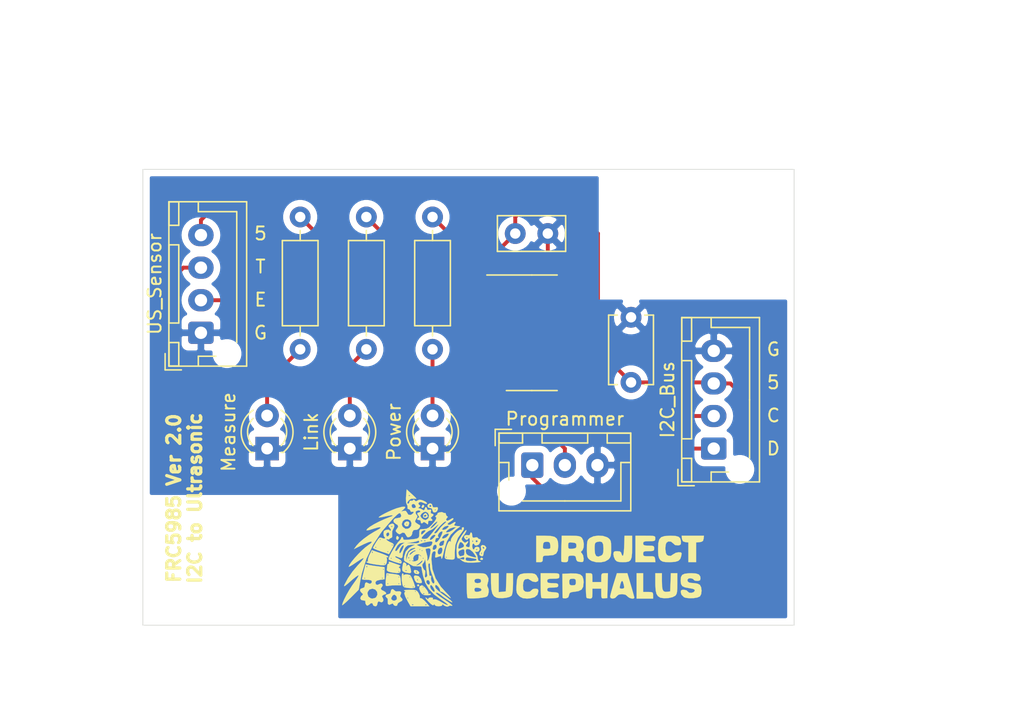
<source format=kicad_pcb>
(kicad_pcb (version 20171130) (host pcbnew "(5.1.5)-3")

  (general
    (thickness 1.6)
    (drawings 19)
    (tracks 66)
    (zones 0)
    (modules 15)
    (nets 18)
  )

  (page A4)
  (layers
    (0 F.Cu signal)
    (31 B.Cu signal hide)
    (32 B.Adhes user)
    (33 F.Adhes user)
    (34 B.Paste user)
    (35 F.Paste user)
    (36 B.SilkS user)
    (37 F.SilkS user)
    (38 B.Mask user)
    (39 F.Mask user)
    (40 Dwgs.User user)
    (41 Cmts.User user)
    (42 Eco1.User user)
    (43 Eco2.User user)
    (44 Edge.Cuts user)
    (45 Margin user)
    (46 B.CrtYd user)
    (47 F.CrtYd user)
    (48 B.Fab user)
    (49 F.Fab user hide)
  )

  (setup
    (last_trace_width 0.3)
    (user_trace_width 0.5)
    (trace_clearance 0.3)
    (zone_clearance 0.508)
    (zone_45_only no)
    (trace_min 0.2)
    (via_size 0.8)
    (via_drill 0.4)
    (via_min_size 0.7)
    (via_min_drill 0.35)
    (uvia_size 0.8)
    (uvia_drill 0.4)
    (uvias_allowed no)
    (uvia_min_size 0.7)
    (uvia_min_drill 0.35)
    (edge_width 0.05)
    (segment_width 0.2)
    (pcb_text_width 0.3)
    (pcb_text_size 1.5 1.5)
    (mod_edge_width 0.12)
    (mod_text_size 1 1)
    (mod_text_width 0.15)
    (pad_size 3.2 3.2)
    (pad_drill 3.2)
    (pad_to_mask_clearance 0.051)
    (solder_mask_min_width 0.25)
    (aux_axis_origin 0 0)
    (visible_elements 7FFFFFFF)
    (pcbplotparams
      (layerselection 0x010f0_ffffffff)
      (usegerberextensions false)
      (usegerberattributes false)
      (usegerberadvancedattributes false)
      (creategerberjobfile false)
      (excludeedgelayer true)
      (linewidth 0.100000)
      (plotframeref false)
      (viasonmask false)
      (mode 1)
      (useauxorigin false)
      (hpglpennumber 1)
      (hpglpenspeed 20)
      (hpglpendiameter 15.000000)
      (psnegative false)
      (psa4output false)
      (plotreference true)
      (plotvalue true)
      (plotinvisibletext false)
      (padsonsilk false)
      (subtractmaskfromsilk false)
      (outputformat 1)
      (mirror false)
      (drillshape 0)
      (scaleselection 1)
      (outputdirectory "Gerber/"))
  )

  (net 0 "")
  (net 1 "Net-(200R1-Pad1)")
  (net 2 "Net-(200R1-Pad2)")
  (net 3 "Net-(200R2-Pad2)")
  (net 4 "Net-(200R2-Pad1)")
  (net 5 "Net-(I2C_Bus1-Pad1)")
  (net 6 "Net-(I2C_Bus1-Pad2)")
  (net 7 GND)
  (net 8 +5V)
  (net 9 "Net-(U1-Pad11)")
  (net 10 "Net-(U1-Pad2)")
  (net 11 "Net-(U1-Pad12)")
  (net 12 "Net-(U1-Pad13)")
  (net 13 "Net-(U1-Pad6)")
  (net 14 "Net-(200R3-Pad1)")
  (net 15 "Net-(200R3-Pad2)")
  (net 16 "Net-(U1-Pad7)")
  (net 17 "Net-(Programmer1-Pad2)")

  (net_class Default "This is the default net class."
    (clearance 0.3)
    (trace_width 0.3)
    (via_dia 0.8)
    (via_drill 0.4)
    (uvia_dia 0.8)
    (uvia_drill 0.4)
    (diff_pair_width 0.3)
    (diff_pair_gap 0.3)
    (add_net +5V)
    (add_net GND)
    (add_net "Net-(200R1-Pad1)")
    (add_net "Net-(200R1-Pad2)")
    (add_net "Net-(200R2-Pad1)")
    (add_net "Net-(200R2-Pad2)")
    (add_net "Net-(200R3-Pad1)")
    (add_net "Net-(200R3-Pad2)")
    (add_net "Net-(I2C_Bus1-Pad1)")
    (add_net "Net-(I2C_Bus1-Pad2)")
    (add_net "Net-(Programmer1-Pad2)")
    (add_net "Net-(U1-Pad11)")
    (add_net "Net-(U1-Pad12)")
    (add_net "Net-(U1-Pad13)")
    (add_net "Net-(U1-Pad2)")
    (add_net "Net-(U1-Pad6)")
    (add_net "Net-(U1-Pad7)")
  )

  (net_class +5v ""
    (clearance 0.3)
    (trace_width 0.5)
    (via_dia 0.8)
    (via_drill 0.4)
    (uvia_dia 0.8)
    (uvia_drill 0.4)
    (diff_pair_width 0.3)
    (diff_pair_gap 0.3)
  )

  (net_class GND ""
    (clearance 0.3)
    (trace_width 0.5)
    (via_dia 0.8)
    (via_drill 0.4)
    (uvia_dia 0.8)
    (uvia_drill 0.4)
    (diff_pair_width 0.3)
    (diff_pair_gap 0.3)
  )

  (module Connector_JST:JST_XH_B4B-XH-AM_1x04_P2.50mm_Vertical (layer F.Cu) (tedit 5C28146E) (tstamp 60377380)
    (at 163.83 91.44 90)
    (descr "JST XH series connector, B4B-XH-AM, with boss (http://www.jst-mfg.com/product/pdf/eng/eXH.pdf), generated with kicad-footprint-generator")
    (tags "connector JST XH vertical boss")
    (path /5E3CC5F9)
    (fp_text reference I2C_Bus (at 3.75 -3.55 90) (layer F.SilkS)
      (effects (font (size 1 1) (thickness 0.15)))
    )
    (fp_text value Conn_01x04_Male (at 3.75 4.6 90) (layer F.Fab)
      (effects (font (size 1 1) (thickness 0.15)))
    )
    (fp_line (start -2.45 -2.35) (end -2.45 3.4) (layer F.Fab) (width 0.1))
    (fp_line (start -2.45 3.4) (end 9.95 3.4) (layer F.Fab) (width 0.1))
    (fp_line (start 9.95 3.4) (end 9.95 -2.35) (layer F.Fab) (width 0.1))
    (fp_line (start 9.95 -2.35) (end -2.45 -2.35) (layer F.Fab) (width 0.1))
    (fp_line (start -2.56 -2.46) (end -2.56 3.51) (layer F.SilkS) (width 0.12))
    (fp_line (start -2.56 3.51) (end 10.06 3.51) (layer F.SilkS) (width 0.12))
    (fp_line (start 10.06 3.51) (end 10.06 -2.46) (layer F.SilkS) (width 0.12))
    (fp_line (start 10.06 -2.46) (end -2.56 -2.46) (layer F.SilkS) (width 0.12))
    (fp_line (start -2.95 -2.85) (end -2.95 3.9) (layer F.CrtYd) (width 0.05))
    (fp_line (start -2.95 3.9) (end 10.45 3.9) (layer F.CrtYd) (width 0.05))
    (fp_line (start 10.45 3.9) (end 10.45 -2.85) (layer F.CrtYd) (width 0.05))
    (fp_line (start 10.45 -2.85) (end -2.95 -2.85) (layer F.CrtYd) (width 0.05))
    (fp_line (start -0.625 -2.35) (end 0 -1.35) (layer F.Fab) (width 0.1))
    (fp_line (start 0 -1.35) (end 0.625 -2.35) (layer F.Fab) (width 0.1))
    (fp_line (start 0.75 -2.45) (end 0.75 -1.7) (layer F.SilkS) (width 0.12))
    (fp_line (start 0.75 -1.7) (end 6.75 -1.7) (layer F.SilkS) (width 0.12))
    (fp_line (start 6.75 -1.7) (end 6.75 -2.45) (layer F.SilkS) (width 0.12))
    (fp_line (start 6.75 -2.45) (end 0.75 -2.45) (layer F.SilkS) (width 0.12))
    (fp_line (start -2.55 -2.45) (end -2.55 -1.7) (layer F.SilkS) (width 0.12))
    (fp_line (start -2.55 -1.7) (end -0.75 -1.7) (layer F.SilkS) (width 0.12))
    (fp_line (start -0.75 -1.7) (end -0.75 -2.45) (layer F.SilkS) (width 0.12))
    (fp_line (start -0.75 -2.45) (end -2.55 -2.45) (layer F.SilkS) (width 0.12))
    (fp_line (start 8.25 -2.45) (end 8.25 -1.7) (layer F.SilkS) (width 0.12))
    (fp_line (start 8.25 -1.7) (end 10.05 -1.7) (layer F.SilkS) (width 0.12))
    (fp_line (start 10.05 -1.7) (end 10.05 -2.45) (layer F.SilkS) (width 0.12))
    (fp_line (start 10.05 -2.45) (end 8.25 -2.45) (layer F.SilkS) (width 0.12))
    (fp_line (start -2.55 -0.2) (end -1.8 -0.2) (layer F.SilkS) (width 0.12))
    (fp_line (start -1.8 -0.2) (end -1.8 1.14) (layer F.SilkS) (width 0.12))
    (fp_line (start 3.75 2.75) (end -0.74 2.75) (layer F.SilkS) (width 0.12))
    (fp_line (start 10.05 -0.2) (end 9.3 -0.2) (layer F.SilkS) (width 0.12))
    (fp_line (start 9.3 -0.2) (end 9.3 2.75) (layer F.SilkS) (width 0.12))
    (fp_line (start 9.3 2.75) (end 3.75 2.75) (layer F.SilkS) (width 0.12))
    (fp_line (start -1.6 -2.75) (end -2.85 -2.75) (layer F.SilkS) (width 0.12))
    (fp_line (start -2.85 -2.75) (end -2.85 -1.5) (layer F.SilkS) (width 0.12))
    (fp_text user %R (at 3.75 2.7 90) (layer F.Fab)
      (effects (font (size 1 1) (thickness 0.15)))
    )
    (pad 1 thru_hole roundrect (at 0 0 90) (size 1.7 1.95) (drill 0.95) (layers *.Cu *.Mask) (roundrect_rratio 0.147059)
      (net 5 "Net-(I2C_Bus1-Pad1)"))
    (pad 2 thru_hole oval (at 2.5 0 90) (size 1.7 1.95) (drill 0.95) (layers *.Cu *.Mask)
      (net 6 "Net-(I2C_Bus1-Pad2)"))
    (pad 3 thru_hole oval (at 5 0 90) (size 1.7 1.95) (drill 0.95) (layers *.Cu *.Mask)
      (net 8 +5V))
    (pad 4 thru_hole oval (at 7.5 0 90) (size 1.7 1.95) (drill 0.95) (layers *.Cu *.Mask)
      (net 7 GND))
    (pad "" np_thru_hole circle (at -1.6 2 90) (size 1.2 1.2) (drill 1.2) (layers *.Cu *.Mask))
    (model ${KISYS3DMOD}/Connector_JST.3dshapes/JST_XH_B4B-XH-A_1x04_P2.50mm_Vertical.wrl
      (at (xyz 0 0 0))
      (scale (xyz 1 1 1))
      (rotate (xyz 0 0 0))
    )
  )

  (module lib:PB_Front_Banner (layer F.Cu) (tedit 0) (tstamp 60355031)
    (at 148.59 99.06)
    (fp_text reference G*** (at 0 0) (layer F.SilkS) hide
      (effects (font (size 1.524 1.524) (thickness 0.3)))
    )
    (fp_text value LOGO (at 0.75 0) (layer F.SilkS) hide
      (effects (font (size 1.524 1.524) (thickness 0.3)))
    )
    (fp_poly (pts (xy -6.801609 -2.615617) (xy -6.779938 -2.590291) (xy -6.716337 -2.445266) (xy -6.728708 -2.374375)
      (xy -6.86068 -2.291999) (xy -7.018016 -2.322271) (xy -7.074688 -2.378791) (xy -7.071676 -2.455333)
      (xy -7.027333 -2.455333) (xy -6.966566 -2.37309) (xy -6.947663 -2.370666) (xy -6.832996 -2.432211)
      (xy -6.815666 -2.455333) (xy -6.83486 -2.527816) (xy -6.895336 -2.54) (xy -7.011179 -2.495795)
      (xy -7.027333 -2.455333) (xy -7.071676 -2.455333) (xy -7.069689 -2.505819) (xy -7.008912 -2.594707)
      (xy -6.896766 -2.674334) (xy -6.801609 -2.615617)) (layer F.SilkS) (width 0.01))
    (fp_poly (pts (xy -8.15974 -1.991091) (xy -8.143278 -1.848132) (xy -8.218762 -1.668621) (xy -8.363803 -1.641718)
      (xy -8.457837 -1.686165) (xy -8.535955 -1.807481) (xy -8.531669 -1.820333) (xy -8.382 -1.820333)
      (xy -8.339666 -1.778) (xy -8.297333 -1.820333) (xy -8.339666 -1.862666) (xy -8.382 -1.820333)
      (xy -8.531669 -1.820333) (xy -8.49133 -1.941282) (xy -8.353304 -2.025594) (xy -8.294102 -2.032)
      (xy -8.15974 -1.991091)) (layer F.SilkS) (width 0.01))
    (fp_poly (pts (xy -6.990985 -3.247517) (xy -7.009243 -3.13885) (xy -7.098919 -3.066471) (xy -7.183235 -3.090982)
      (xy -7.183586 -3.169721) (xy -7.116795 -3.289005) (xy -7.069666 -3.306472) (xy -6.990985 -3.247517)) (layer F.SilkS) (width 0.01))
    (fp_poly (pts (xy -6.406621 -3.368302) (xy -6.35 -3.220016) (xy -6.310376 -3.115555) (xy -6.164666 -3.107434)
      (xy -6.130967 -3.113352) (xy -5.974139 -3.123632) (xy -5.932344 -3.041403) (xy -5.940467 -2.953445)
      (xy -6.014588 -2.796568) (xy -6.144884 -2.717272) (xy -6.274684 -2.726721) (xy -6.347315 -2.836076)
      (xy -6.35 -2.872778) (xy -6.369033 -2.921) (xy -6.180666 -2.921) (xy -6.138333 -2.878666)
      (xy -6.096 -2.921) (xy -6.138333 -2.963333) (xy -6.180666 -2.921) (xy -6.369033 -2.921)
      (xy -6.407733 -3.019044) (xy -6.514336 -3.048) (xy -6.693514 -3.099438) (xy -6.742291 -3.217333)
      (xy -6.604 -3.217333) (xy -6.539571 -3.135127) (xy -6.519333 -3.132666) (xy -6.437127 -3.197096)
      (xy -6.434666 -3.217333) (xy -6.499096 -3.29954) (xy -6.519333 -3.302) (xy -6.60154 -3.237571)
      (xy -6.604 -3.217333) (xy -6.742291 -3.217333) (xy -6.745965 -3.226211) (xy -6.689765 -3.343009)
      (xy -6.543669 -3.421384) (xy -6.406621 -3.368302)) (layer F.SilkS) (width 0.01))
    (fp_poly (pts (xy -8.939848 -0.806176) (xy -8.932333 -0.762) (xy -8.999099 -0.634871) (xy -9.038166 -0.613833)
      (xy -9.123142 -0.653129) (xy -9.144 -0.762) (xy -9.104988 -0.896287) (xy -9.038166 -0.910166)
      (xy -8.939848 -0.806176)) (layer F.SilkS) (width 0.01))
    (fp_poly (pts (xy -9.304253 -1.796586) (xy -9.279348 -1.648793) (xy -9.333914 -1.494962) (xy -9.355959 -1.469279)
      (xy -9.446799 -1.265429) (xy -9.446767 -1.052236) (xy -9.442424 -0.843566) (xy -9.505281 -0.76479)
      (xy -9.531384 -0.762) (xy -9.639918 -0.71566) (xy -9.652 -0.67999) (xy -9.715039 -0.635921)
      (xy -9.792889 -0.652045) (xy -9.898474 -0.675262) (xy -9.891214 -0.632317) (xy -9.798835 -0.551459)
      (xy -9.649063 -0.460936) (xy -9.56915 -0.424086) (xy -9.398588 -0.34319) (xy -9.331258 -0.256139)
      (xy -9.36204 -0.118181) (xy -9.485817 0.115437) (xy -9.503833 0.147046) (xy -9.694333 0.480709)
      (xy -10.246201 0.296334) (xy -9.821333 0.296334) (xy -9.779 0.338667) (xy -9.736666 0.296334)
      (xy -9.779 0.254) (xy -9.821333 0.296334) (xy -10.246201 0.296334) (xy -10.308166 0.275632)
      (xy -10.599972 0.170757) (xy -10.81659 0.078832) (xy -10.918756 0.016879) (xy -10.922 0.009521)
      (xy -10.900163 -0.042333) (xy -10.752666 -0.042333) (xy -10.710333 0) (xy -10.668 -0.042333)
      (xy -10.710333 -0.084666) (xy -10.752666 -0.042333) (xy -10.900163 -0.042333) (xy -10.879973 -0.090272)
      (xy -10.81183 -0.211666) (xy -9.482666 -0.211666) (xy -9.440333 -0.169333) (xy -9.398 -0.211666)
      (xy -9.440333 -0.254) (xy -9.482666 -0.211666) (xy -10.81183 -0.211666) (xy -10.771626 -0.283286)
      (xy -10.667982 -0.45206) (xy -10.544657 -0.635) (xy -10.414 -0.635) (xy -10.371666 -0.592666)
      (xy -10.329333 -0.635) (xy -10.371666 -0.677333) (xy -10.414 -0.635) (xy -10.544657 -0.635)
      (xy -10.515654 -0.678022) (xy -10.409077 -0.782178) (xy -10.311541 -0.790623) (xy -10.237397 -0.758109)
      (xy -10.089518 -0.711247) (xy -9.99347 -0.728057) (xy -9.996594 -0.790935) (xy -10.043788 -0.830103)
      (xy -10.102143 -0.946978) (xy -10.107347 -1.008944) (xy -9.906 -1.008944) (xy -9.861392 -0.884812)
      (xy -9.76698 -0.881618) (xy -9.681882 -0.990646) (xy -9.666958 -1.044183) (xy -9.70343 -1.165019)
      (xy -9.772792 -1.185333) (xy -9.882709 -1.114113) (xy -9.906 -1.008944) (xy -10.107347 -1.008944)
      (xy -10.117523 -1.130097) (xy -10.084791 -1.28065) (xy -10.068319 -1.301774) (xy -9.934789 -1.371211)
      (xy -9.775311 -1.400927) (xy -9.665308 -1.38121) (xy -9.652 -1.355375) (xy -9.600376 -1.299708)
      (xy -9.566684 -1.312735) (xy -9.544905 -1.405346) (xy -9.609017 -1.493112) (xy -9.712818 -1.626111)
      (xy -9.727302 -1.665111) (xy -9.539111 -1.665111) (xy -9.527489 -1.614777) (xy -9.482666 -1.608666)
      (xy -9.412976 -1.639645) (xy -9.426222 -1.665111) (xy -9.526702 -1.675244) (xy -9.539111 -1.665111)
      (xy -9.727302 -1.665111) (xy -9.736666 -1.690322) (xy -9.667044 -1.773948) (xy -9.513356 -1.844176)
      (xy -9.400134 -1.862666) (xy -9.304253 -1.796586)) (layer F.SilkS) (width 0.01))
    (fp_poly (pts (xy -2.376309 -0.193342) (xy -2.299408 -0.13436) (xy -2.217722 -0.014661) (xy -2.269556 0.106357)
      (xy -2.291997 0.134226) (xy -2.392654 0.290578) (xy -2.419995 0.371309) (xy -2.449657 0.563362)
      (xy -2.504289 0.638331) (xy -2.57869 0.649111) (xy -2.713148 0.580522) (xy -2.752631 0.517289)
      (xy -2.743498 0.423334) (xy -2.624666 0.423334) (xy -2.593688 0.493024) (xy -2.568222 0.479778)
      (xy -2.558089 0.379298) (xy -2.568222 0.366889) (xy -2.618556 0.378511) (xy -2.624666 0.423334)
      (xy -2.743498 0.423334) (xy -2.737463 0.361264) (xy -2.683352 0.297821) (xy -2.606012 0.152642)
      (xy -2.631087 0.027436) (xy -2.632334 -0.032797) (xy -2.510896 -0.032797) (xy -2.497666 0)
      (xy -2.421584 0.080771) (xy -2.408003 0.084667) (xy -2.371637 0.019161) (xy -2.370666 0)
      (xy -2.435754 -0.081413) (xy -2.46033 -0.084666) (xy -2.510896 -0.032797) (xy -2.632334 -0.032797)
      (xy -2.634539 -0.139177) (xy -2.531994 -0.221365) (xy -2.376309 -0.193342)) (layer F.SilkS) (width 0.01))
    (fp_poly (pts (xy -2.483059 0.815215) (xy -2.471561 0.840317) (xy -2.512431 0.917519) (xy -2.582333 0.931334)
      (xy -2.687707 0.888374) (xy -2.693105 0.840317) (xy -2.605697 0.752842) (xy -2.582333 0.7493)
      (xy -2.483059 0.815215)) (layer F.SilkS) (width 0.01))
    (fp_poly (pts (xy -3.9363 -1.500536) (xy -3.980919 -1.356197) (xy -4.092545 -1.19962) (xy -4.405754 -0.755201)
      (xy -4.595366 -0.222565) (xy -4.646703 0.356851) (xy -4.646415 0.364029) (xy -4.638494 0.651522)
      (xy -4.654364 0.809928) (xy -4.707781 0.879196) (xy -4.8125 0.899273) (xy -4.831098 0.90038)
      (xy -5.089162 0.892391) (xy -5.239093 0.871893) (xy -5.359792 0.832859) (xy -5.410053 0.747134)
      (xy -5.409619 0.719667) (xy -5.334 0.719667) (xy -5.291666 0.762) (xy -5.249333 0.719667)
      (xy -5.291666 0.677334) (xy -5.334 0.719667) (xy -5.409619 0.719667) (xy -5.407185 0.565776)
      (xy -5.392842 0.43718) (xy -5.334552 0.109137) (xy -5.250283 -0.180877) (xy -5.154104 -0.400678)
      (xy -5.060084 -0.518084) (xy -4.982587 -0.501346) (xy -4.928876 -0.443246) (xy -4.941986 -0.533391)
      (xy -4.947538 -0.553789) (xy -4.919221 -0.700972) (xy -4.798274 -0.897004) (xy -4.62209 -1.102821)
      (xy -4.42806 -1.279358) (xy -4.253578 -1.387553) (xy -4.143482 -1.393796) (xy -4.077125 -1.376241)
      (xy -4.094633 -1.420401) (xy -4.09749 -1.535992) (xy -4.071231 -1.561864) (xy -3.965533 -1.583882)
      (xy -3.9363 -1.500536)) (layer F.SilkS) (width 0.01))
    (fp_poly (pts (xy 14.462457 -0.6985) (xy 14.413428 -0.530958) (xy 14.28193 -0.456891) (xy 14.1605 -0.439135)
      (xy 13.885334 -0.412604) (xy 13.885334 1.100667) (xy 13.292667 1.100667) (xy 13.292667 -0.412086)
      (xy 13.059834 -0.438876) (xy 12.878492 -0.499516) (xy 12.805533 -0.659676) (xy 12.80021 -0.6985)
      (xy 12.773419 -0.931333) (xy 14.489248 -0.931333) (xy 14.462457 -0.6985)) (layer F.SilkS) (width 0.01))
    (fp_poly (pts (xy 12.304909 -0.914938) (xy 12.537004 -0.852998) (xy 12.664758 -0.726382) (xy 12.719632 -0.515959)
      (xy 12.725378 -0.451917) (xy 12.712246 -0.275249) (xy 12.604749 -0.201108) (xy 12.50083 -0.184039)
      (xy 12.264394 -0.215048) (xy 12.136196 -0.332206) (xy 11.954467 -0.480807) (xy 11.749899 -0.488661)
      (xy 11.604793 -0.387578) (xy 11.549438 -0.233216) (xy 11.527545 0.015714) (xy 11.530926 0.132342)
      (xy 11.563503 0.391761) (xy 11.633219 0.533241) (xy 11.749492 0.602595) (xy 11.941221 0.619804)
      (xy 12.109325 0.506009) (xy 12.327406 0.378163) (xy 12.54125 0.338667) (xy 12.718833 0.351193)
      (xy 12.776259 0.4233) (xy 12.753158 0.606785) (xy 12.751776 0.613834) (xy 12.67242 0.849326)
      (xy 12.525238 0.997585) (xy 12.278728 1.075623) (xy 11.901386 1.100453) (xy 11.850273 1.100667)
      (xy 11.524428 1.090906) (xy 11.317662 1.053503) (xy 11.180432 0.976274) (xy 11.125622 0.922489)
      (xy 11.040092 0.793512) (xy 10.99027 0.612119) (xy 10.967965 0.33493) (xy 10.964334 0.068524)
      (xy 10.982393 -0.358305) (xy 11.053961 -0.644846) (xy 11.205116 -0.81791) (xy 11.461941 -0.904306)
      (xy 11.850517 -0.930844) (xy 11.937013 -0.931333) (xy 12.304909 -0.914938)) (layer F.SilkS) (width 0.01))
    (fp_poly (pts (xy 10.351384 -0.929648) (xy 10.575353 -0.918557) (xy 10.695161 -0.88901) (xy 10.743391 -0.831955)
      (xy 10.75263 -0.73834) (xy 10.752667 -0.719666) (xy 10.740579 -0.598441) (xy 10.67669 -0.535319)
      (xy 10.519563 -0.511468) (xy 10.287 -0.508) (xy 10.017892 -0.50065) (xy 9.877702 -0.468872)
      (xy 9.8263 -0.398073) (xy 9.821334 -0.338666) (xy 9.843622 -0.2371) (xy 9.938224 -0.186444)
      (xy 10.14675 -0.170058) (xy 10.244667 -0.169333) (xy 10.495911 -0.162471) (xy 10.621251 -0.127448)
      (xy 10.66399 -0.042613) (xy 10.668 0.042334) (xy 10.654275 0.167956) (xy 10.58423 0.230625)
      (xy 10.41456 0.251995) (xy 10.244667 0.254) (xy 9.992962 0.261366) (xy 9.867376 0.296945)
      (xy 9.82488 0.38096) (xy 9.821334 0.452963) (xy 9.83546 0.568735) (xy 9.905932 0.626622)
      (xy 10.074886 0.644683) (xy 10.265834 0.643463) (xy 10.52551 0.644465) (xy 10.661237 0.674642)
      (xy 10.718227 0.755518) (xy 10.737124 0.867834) (xy 10.763914 1.100667) (xy 9.228667 1.100667)
      (xy 9.228667 -0.931333) (xy 9.990667 -0.931333) (xy 10.351384 -0.929648)) (layer F.SilkS) (width 0.01))
    (fp_poly (pts (xy 8.974667 -0.048381) (xy 8.967437 0.41295) (xy 8.934783 0.731398) (xy 8.860259 0.933175)
      (xy 8.727421 1.044494) (xy 8.519821 1.091567) (xy 8.253753 1.100667) (xy 7.967094 1.087316)
      (xy 7.793501 1.035507) (xy 7.677994 0.927602) (xy 7.667134 0.912495) (xy 7.565036 0.679862)
      (xy 7.535334 0.489161) (xy 7.554532 0.329708) (xy 7.646264 0.265182) (xy 7.825778 0.254)
      (xy 8.035526 0.278009) (xy 8.128305 0.367341) (xy 8.143278 0.426687) (xy 8.201054 0.574911)
      (xy 8.255 0.617187) (xy 8.297493 0.546286) (xy 8.333105 0.332169) (xy 8.35812 0.000921)
      (xy 8.364011 -0.148166) (xy 8.388355 -0.931333) (xy 8.974667 -0.931333) (xy 8.974667 -0.048381)) (layer F.SilkS) (width 0.01))
    (fp_poly (pts (xy 6.739839 -0.91456) (xy 7.056394 -0.811714) (xy 7.142915 -0.755855) (xy 7.258154 -0.65093)
      (xy 7.325069 -0.530984) (xy 7.356606 -0.349123) (xy 7.365709 -0.058455) (xy 7.366 0.052327)
      (xy 7.359507 0.390687) (xy 7.331856 0.609526) (xy 7.270789 0.758423) (xy 7.164047 0.886957)
      (xy 7.158182 0.892849) (xy 6.907996 1.039669) (xy 6.568893 1.109463) (xy 6.203471 1.100818)
      (xy 5.874327 1.012318) (xy 5.726418 0.925188) (xy 5.613659 0.823346) (xy 5.546982 0.707669)
      (xy 5.514417 0.533055) (xy 5.503991 0.2544) (xy 5.503343 0.08679) (xy 6.096 0.08679)
      (xy 6.123502 0.432433) (xy 6.212005 0.625733) (xy 6.370501 0.675498) (xy 6.607984 0.590533)
      (xy 6.609566 0.589688) (xy 6.710013 0.498807) (xy 6.759849 0.334432) (xy 6.773333 0.049431)
      (xy 6.773334 0.048413) (xy 6.749474 -0.266007) (xy 6.664539 -0.43755) (xy 6.498499 -0.487622)
      (xy 6.300939 -0.456412) (xy 6.185085 -0.411735) (xy 6.123602 -0.322467) (xy 6.09959 -0.143811)
      (xy 6.096 0.08679) (xy 5.503343 0.08679) (xy 5.503334 0.084667) (xy 5.507743 -0.25495)
      (xy 5.528953 -0.470406) (xy 5.578933 -0.606803) (xy 5.669656 -0.709245) (xy 5.726418 -0.755855)
      (xy 6.005855 -0.88663) (xy 6.36666 -0.939532) (xy 6.739839 -0.91456)) (layer F.SilkS) (width 0.01))
    (fp_poly (pts (xy 4.630895 -0.925033) (xy 4.86629 -0.90078) (xy 5.015069 -0.850544) (xy 5.118444 -0.766296)
      (xy 5.119239 -0.765419) (xy 5.221901 -0.563047) (xy 5.264522 -0.293614) (xy 5.246609 -0.024353)
      (xy 5.167671 0.177506) (xy 5.126445 0.21913) (xy 5.037641 0.31053) (xy 5.094347 0.399503)
      (xy 5.121395 0.422554) (xy 5.209304 0.575662) (xy 5.249127 0.803309) (xy 5.249334 0.820065)
      (xy 5.237031 1.014937) (xy 5.167355 1.087976) (xy 4.991155 1.08648) (xy 4.974167 1.084865)
      (xy 4.776662 1.040647) (xy 4.691191 0.92835) (xy 4.67221 0.8255) (xy 4.631061 0.666288)
      (xy 4.521083 0.60253) (xy 4.35471 0.592667) (xy 4.158093 0.607539) (xy 4.078444 0.682288)
      (xy 4.064 0.846667) (xy 4.042545 1.026963) (xy 3.944571 1.093327) (xy 3.824111 1.100667)
      (xy 3.638489 1.08964) (xy 3.548945 1.065718) (xy 3.537192 0.97228) (xy 3.531682 0.744482)
      (xy 3.532724 0.417188) (xy 3.539959 0.049718) (xy 3.545829 -0.169333) (xy 4.064 -0.169333)
      (xy 4.075996 0.002322) (xy 4.145192 0.070772) (xy 4.321401 0.073346) (xy 4.3815 0.068611)
      (xy 4.592215 0.035578) (xy 4.681909 -0.040044) (xy 4.699 -0.169333) (xy 4.67561 -0.311746)
      (xy 4.573313 -0.380008) (xy 4.3815 -0.407277) (xy 4.174039 -0.414465) (xy 4.084906 -0.364257)
      (xy 4.064288 -0.219324) (xy 4.064 -0.169333) (xy 3.545829 -0.169333) (xy 3.566252 -0.931333)
      (xy 4.26767 -0.931333) (xy 4.630895 -0.925033)) (layer F.SilkS) (width 0.01))
    (fp_poly (pts (xy 2.719256 -0.913975) (xy 3.011485 -0.848263) (xy 3.188679 -0.713744) (xy 3.27683 -0.489964)
      (xy 3.301931 -0.156467) (xy 3.302 -0.131801) (xy 3.266523 0.215612) (xy 3.144332 0.437527)
      (xy 2.911794 0.555873) (xy 2.545271 0.592581) (xy 2.521161 0.592667) (xy 2.277728 0.598943)
      (xy 2.158942 0.636466) (xy 2.120145 0.733277) (xy 2.116667 0.846667) (xy 2.095688 1.026575)
      (xy 1.996727 1.092885) (xy 1.862667 1.100667) (xy 1.608667 1.100667) (xy 1.608667 -0.00852)
      (xy 2.126861 -0.00852) (xy 2.189227 0.067954) (xy 2.366059 0.084526) (xy 2.413 0.084667)
      (xy 2.615042 0.073969) (xy 2.694355 0.011473) (xy 2.697431 -0.148422) (xy 2.693531 -0.1905)
      (xy 2.65535 -0.38119) (xy 2.556532 -0.455182) (xy 2.413 -0.465666) (xy 2.234911 -0.444222)
      (xy 2.157034 -0.344898) (xy 2.132469 -0.1905) (xy 2.126861 -0.00852) (xy 1.608667 -0.00852)
      (xy 1.608667 -0.931333) (xy 2.286 -0.931333) (xy 2.719256 -0.913975)) (layer F.SilkS) (width 0.01))
    (fp_poly (pts (xy -3.742593 -1.364113) (xy -3.771848 -1.248139) (xy -3.880378 -1.06037) (xy -3.942234 -0.97433)
      (xy -4.07955 -0.784121) (xy -4.121009 -0.668904) (xy -4.075935 -0.570962) (xy -4.018188 -0.504156)
      (xy -3.869638 -0.393845) (xy -3.778134 -0.421333) (xy -3.651008 -0.507292) (xy -3.599327 -0.478793)
      (xy -3.662964 -0.360943) (xy -3.669878 -0.353166) (xy -3.789351 -0.198202) (xy -3.776859 -0.113104)
      (xy -3.642379 -0.060582) (xy -3.542769 -0.051701) (xy -3.494759 -0.118613) (xy -3.482298 -0.299069)
      (xy -3.48413 -0.432731) (xy -3.487673 -0.508) (xy -3.302 -0.508) (xy -3.271022 -0.43831)
      (xy -3.245555 -0.451555) (xy -3.239863 -0.508) (xy -3.048 -0.508) (xy -2.983571 -0.425793)
      (xy -2.963333 -0.423333) (xy -2.881127 -0.487762) (xy -2.878666 -0.508) (xy -2.943096 -0.590206)
      (xy -2.963333 -0.592666) (xy -3.04554 -0.528237) (xy -3.048 -0.508) (xy -3.239863 -0.508)
      (xy -3.235422 -0.552035) (xy -3.245555 -0.564444) (xy -3.29589 -0.552822) (xy -3.302 -0.508)
      (xy -3.487673 -0.508) (xy -3.495336 -0.670787) (xy -3.521614 -0.764038) (xy -3.573486 -0.736949)
      (xy -3.600256 -0.702719) (xy -3.70679 -0.60588) (xy -3.823443 -0.653627) (xy -3.838139 -0.665553)
      (xy -3.933873 -0.815879) (xy -3.933008 -0.818444) (xy -3.781778 -0.818444) (xy -3.770155 -0.76811)
      (xy -3.725333 -0.762) (xy -3.655643 -0.792978) (xy -3.668889 -0.818444) (xy -3.769368 -0.828577)
      (xy -3.781778 -0.818444) (xy -3.933008 -0.818444) (xy -3.89147 -0.941579) (xy -3.739593 -0.98884)
      (xy -3.671525 -0.978352) (xy -3.514337 -0.970241) (xy -3.471333 -1.05672) (xy -3.426115 -1.170423)
      (xy -3.386666 -1.185333) (xy -3.324002 -1.112606) (xy -3.302 -0.964488) (xy -3.280554 -0.808061)
      (xy -3.181722 -0.778017) (xy -3.090333 -0.796768) (xy -2.929797 -0.808688) (xy -2.878666 -0.763613)
      (xy -2.809728 -0.688017) (xy -2.745961 -0.677333) (xy -2.65562 -0.635079) (xy -2.672706 -0.486833)
      (xy -2.757502 -0.310478) (xy -2.826578 -0.23413) (xy -2.987021 -0.174533) (xy -3.107918 -0.199777)
      (xy -3.132666 -0.254) (xy -3.197096 -0.336206) (xy -3.217333 -0.338666) (xy -3.281532 -0.266366)
      (xy -3.302 -0.131997) (xy -3.270782 0.047276) (xy -3.217333 0.127) (xy -3.164046 0.112889)
      (xy -3.019778 0.112889) (xy -3.008155 0.163223) (xy -2.963333 0.169334) (xy -2.893643 0.138355)
      (xy -2.906889 0.112889) (xy -3.007368 0.102756) (xy -3.019778 0.112889) (xy -3.164046 0.112889)
      (xy -3.14485 0.107806) (xy -3.132666 0.04733) (xy -3.066228 -0.051543) (xy -2.922657 -0.084975)
      (xy -2.785576 -0.04075) (xy -2.756389 -0.00764) (xy -2.735764 0.15117) (xy -2.827355 0.279871)
      (xy -2.981729 0.309321) (xy -2.982802 0.309043) (xy -3.094912 0.289136) (xy -3.075186 0.344085)
      (xy -3.01346 0.414722) (xy -2.909011 0.61375) (xy -2.878666 0.789834) (xy -2.837435 0.970879)
      (xy -2.737555 1.016) (xy -2.643902 1.040944) (xy -2.650696 1.070252) (xy -2.756728 1.098629)
      (xy -2.983911 1.121752) (xy -3.28406 1.134801) (xy -3.298535 1.135075) (xy -3.65616 1.129288)
      (xy -3.893557 1.090683) (xy -4.058101 1.01056) (xy -4.083895 0.99085) (xy -4.275666 0.836053)
      (xy -4.085166 0.889399) (xy -3.936681 0.900262) (xy -3.918573 0.858035) (xy -3.81 0.858035)
      (xy -3.783891 0.953396) (xy -3.678586 1.000901) (xy -3.453619 1.015651) (xy -3.386666 1.016)
      (xy -3.145179 1.000771) (xy -2.991902 0.961832) (xy -2.963333 0.931334) (xy -3.012485 0.846007)
      (xy -3.026833 0.84298) (xy -3.142947 0.825816) (xy -3.358422 0.787157) (xy -3.450166 0.769681)
      (xy -3.675398 0.734503) (xy -3.78053 0.752199) (xy -3.809485 0.833552) (xy -3.81 0.858035)
      (xy -3.918573 0.858035) (xy -3.894669 0.802293) (xy -3.894666 0.800981) (xy -3.936611 0.702572)
      (xy -4.042833 0.720214) (xy -4.281705 0.809324) (xy -4.412564 0.807915) (xy -4.473589 0.690318)
      (xy -4.502962 0.430864) (xy -4.504587 0.409771) (xy -4.505848 0.334159) (xy -4.366908 0.334159)
      (xy -4.346433 0.493082) (xy -4.262848 0.634813) (xy -4.172948 0.639789) (xy -4.014783 0.596777)
      (xy -3.972408 0.592667) (xy -3.91828 0.518938) (xy -3.894701 0.340757) (xy -3.894666 0.332961)
      (xy -3.902389 0.242915) (xy -3.800531 0.242915) (xy -3.794457 0.315256) (xy -3.742934 0.479)
      (xy -3.604589 0.584482) (xy -3.429 0.647416) (xy -3.162151 0.723934) (xy -3.027742 0.746271)
      (xy -2.996954 0.711914) (xy -3.040969 0.618353) (xy -3.043593 0.613834) (xy -3.259094 0.315139)
      (xy -3.481442 0.131152) (xy -3.638695 0.084667) (xy -3.769287 0.11616) (xy -3.800531 0.242915)
      (xy -3.902389 0.242915) (xy -3.909811 0.156381) (xy -3.980246 0.1084) (xy -4.085166 0.130811)
      (xy -4.293865 0.217464) (xy -4.366908 0.334159) (xy -4.505848 0.334159) (xy -4.509807 0.096876)
      (xy -4.503182 0.023414) (xy -4.379248 0.023414) (xy -4.326185 0.065449) (xy -4.215475 0.039573)
      (xy -4.030306 -0.035976) (xy -3.943234 -0.092182) (xy -3.933398 -0.20441) (xy -4.021666 -0.338666)
      (xy -4.156739 -0.448343) (xy -4.253487 -0.414855) (xy -4.331014 -0.226818) (xy -4.352711 -0.141411)
      (xy -4.379248 0.023414) (xy -4.503182 0.023414) (xy -4.484044 -0.188788) (xy -4.460199 -0.296333)
      (xy -4.379682 -0.486521) (xy -4.251414 -0.721119) (xy -4.099907 -0.963653) (xy -3.949673 -1.177652)
      (xy -3.825223 -1.326643) (xy -3.751069 -1.374153) (xy -3.742593 -1.364113)) (layer F.SilkS) (width 0.01))
    (fp_poly (pts (xy -10.372731 0.394111) (xy -10.074967 0.503829) (xy -9.851814 0.604347) (xy -9.74192 0.677689)
      (xy -9.736666 0.689981) (xy -9.790543 0.729916) (xy -9.834415 0.711582) (xy -9.892214 0.701434)
      (xy -9.870475 0.750984) (xy -9.843096 0.89982) (xy -9.86412 1.102733) (xy -9.901503 1.228939)
      (xy -9.967041 1.306617) (xy -10.090922 1.340107) (xy -10.303335 1.33375) (xy -10.634465 1.291889)
      (xy -10.900833 1.25182) (xy -11.023346 1.227667) (xy -10.075333 1.227667) (xy -10.033 1.27)
      (xy -9.990666 1.227667) (xy -10.033 1.185334) (xy -10.075333 1.227667) (xy -11.023346 1.227667)
      (xy -11.174204 1.197926) (xy -11.365344 1.137495) (xy -11.43 1.088278) (xy -11.377822 1.044344)
      (xy -11.346303 1.057734) (xy -11.297268 1.044441) (xy -11.309878 0.986273) (xy -11.302493 0.840571)
      (xy -11.228304 0.618592) (xy -11.182973 0.521668) (xy -11.089613 0.338667) (xy -11.006666 0.338667)
      (xy -10.975688 0.408357) (xy -10.950222 0.395111) (xy -10.940089 0.294632) (xy -10.950222 0.282222)
      (xy -11.000556 0.293845) (xy -11.006666 0.338667) (xy -11.089613 0.338667) (xy -11.008795 0.180253)
      (xy -10.372731 0.394111)) (layer F.SilkS) (width 0.01))
    (fp_poly (pts (xy -8.441797 1.148014) (xy -8.34727 1.259043) (xy -8.352999 1.340507) (xy -8.374782 1.432441)
      (xy -8.323147 1.375471) (xy -8.308846 1.355375) (xy -8.202006 1.283907) (xy -8.105033 1.373496)
      (xy -8.025607 1.615878) (xy -8.014313 1.672167) (xy -7.992846 1.859809) (xy -8.04239 1.933104)
      (xy -8.151283 1.941967) (xy -8.388573 1.904674) (xy -8.525563 1.861732) (xy -8.645164 1.787399)
      (xy -8.663919 1.721556) (xy -8.438444 1.721556) (xy -8.426822 1.77189) (xy -8.382 1.778)
      (xy -8.31231 1.747022) (xy -8.325555 1.721556) (xy -8.426035 1.711423) (xy -8.438444 1.721556)
      (xy -8.663919 1.721556) (xy -8.681408 1.66016) (xy -8.661745 1.464932) (xy -8.623517 1.233239)
      (xy -8.586603 1.130511) (xy -8.524577 1.118669) (xy -8.441797 1.148014)) (layer F.SilkS) (width 0.01))
    (fp_poly (pts (xy -9.457302 1.129552) (xy -9.426755 1.140471) (xy -9.173901 1.229682) (xy -8.964354 1.300916)
      (xy -8.934706 1.310529) (xy -8.824326 1.363742) (xy -8.868427 1.426846) (xy -8.892373 1.442592)
      (xy -8.960188 1.508401) (xy -8.911166 1.522704) (xy -8.831634 1.596077) (xy -8.805333 1.735667)
      (xy -8.829106 1.861069) (xy -8.919661 1.926523) (xy -9.10585 1.937216) (xy -9.416525 1.898338)
      (xy -9.567333 1.872688) (xy -9.733457 1.820334) (xy -8.974666 1.820334) (xy -8.932333 1.862667)
      (xy -8.89 1.820334) (xy -8.932333 1.778) (xy -8.974666 1.820334) (xy -9.733457 1.820334)
      (xy -9.760388 1.811847) (xy -9.853543 1.729582) (xy -9.8552 1.7145) (xy -9.843878 1.551373)
      (xy -9.834033 1.392003) (xy -9.797907 1.249969) (xy -9.737636 1.227067) (xy -9.689105 1.213606)
      (xy -9.702892 1.151228) (xy -9.715001 1.077155) (xy -9.644859 1.070386) (xy -9.457302 1.129552)) (layer F.SilkS) (width 0.01))
    (fp_poly (pts (xy -7.512657 1.740181) (xy -7.383384 1.851814) (xy -7.366 1.914059) (xy -7.429033 2.0133)
      (xy -7.604817 2.00349) (xy -7.6835 1.975927) (xy -7.76899 1.885113) (xy -7.771929 1.862667)
      (xy -7.62 1.862667) (xy -7.589022 1.932357) (xy -7.563555 1.919111) (xy -7.553422 1.818632)
      (xy -7.563555 1.806222) (xy -7.61389 1.817845) (xy -7.62 1.862667) (xy -7.771929 1.862667)
      (xy -7.784945 1.763282) (xy -7.723047 1.694131) (xy -7.711591 1.693334) (xy -7.512657 1.740181)) (layer F.SilkS) (width 0.01))
    (fp_poly (pts (xy -7.413234 2.175935) (xy -7.254604 2.3634) (xy -7.204059 2.478223) (xy -7.156077 2.640113)
      (xy -7.210177 2.700582) (xy -7.370191 2.709334) (xy -7.578823 2.668658) (xy -7.695881 2.519249)
      (xy -7.706762 2.492155) (xy -7.71828 2.455334) (xy -7.535333 2.455334) (xy -7.504355 2.525024)
      (xy -7.478889 2.511778) (xy -7.468756 2.411298) (xy -7.478889 2.398889) (xy -7.529223 2.410511)
      (xy -7.535333 2.455334) (xy -7.71828 2.455334) (xy -7.778282 2.26353) (xy -7.762811 2.149997)
      (xy -7.654468 2.118002) (xy -7.641166 2.117963) (xy -7.413234 2.175935)) (layer F.SilkS) (width 0.01))
    (fp_poly (pts (xy -7.36846 2.858429) (xy -7.366 2.878667) (xy -7.430429 2.960873) (xy -7.450666 2.963334)
      (xy -7.532873 2.898904) (xy -7.535333 2.878667) (xy -7.470904 2.79646) (xy -7.450666 2.794)
      (xy -7.36846 2.858429)) (layer F.SilkS) (width 0.01))
    (fp_poly (pts (xy -9.449549 1.995165) (xy -9.130852 2.036321) (xy -8.942744 2.08615) (xy -8.847637 2.173054)
      (xy -8.807938 2.325434) (xy -8.792568 2.491551) (xy -8.76178 2.878667) (xy -9.199965 2.878667)
      (xy -9.476571 2.887584) (xy -9.694041 2.910313) (xy -9.763511 2.926772) (xy -9.899319 2.9279)
      (xy -9.937225 2.89664) (xy -9.955499 2.773508) (xy -9.954902 2.751667) (xy -9.821333 2.751667)
      (xy -9.779 2.794) (xy -9.736666 2.751667) (xy -8.974666 2.751667) (xy -8.932333 2.794)
      (xy -8.89 2.751667) (xy -8.932333 2.709334) (xy -8.974666 2.751667) (xy -9.736666 2.751667)
      (xy -9.779 2.709334) (xy -9.821333 2.751667) (xy -9.954902 2.751667) (xy -9.949228 2.544403)
      (xy -9.933838 2.381537) (xy -9.91751 2.243667) (xy -8.974666 2.243667) (xy -8.932333 2.286)
      (xy -8.89 2.243667) (xy -8.932333 2.201334) (xy -8.974666 2.243667) (xy -9.91751 2.243667)
      (xy -9.897455 2.074334) (xy -9.821333 2.074334) (xy -9.779 2.116667) (xy -9.736666 2.074334)
      (xy -9.779 2.032) (xy -9.821333 2.074334) (xy -9.897455 2.074334) (xy -9.882098 1.944672)
      (xy -9.449549 1.995165)) (layer F.SilkS) (width 0.01))
    (fp_poly (pts (xy -8.579046 2.010515) (xy -8.582447 2.053167) (xy -8.585835 2.112636) (xy -8.572735 2.0955)
      (xy -8.463424 2.043569) (xy -8.277464 2.039132) (xy -8.100632 2.081805) (xy -8.071048 2.097746)
      (xy -7.992364 2.205858) (xy -7.887853 2.419127) (xy -7.781857 2.680982) (xy -7.698719 2.93485)
      (xy -7.681261 3.003657) (xy -7.739445 3.075767) (xy -7.958739 3.097711) (xy -8.308823 3.072992)
      (xy -8.522006 3.028579) (xy -8.545304 3.005667) (xy -7.874 3.005667) (xy -7.831666 3.048)
      (xy -7.789333 3.005667) (xy -7.831666 2.963334) (xy -7.874 3.005667) (xy -8.545304 3.005667)
      (xy -8.625841 2.926465) (xy -8.627426 2.921) (xy -8.551333 2.921) (xy -8.509 2.963334)
      (xy -8.466666 2.921) (xy -8.509 2.878667) (xy -8.551333 2.921) (xy -8.627426 2.921)
      (xy -8.668657 2.778883) (xy -8.710172 2.482001) (xy -8.716785 2.243667) (xy -8.128 2.243667)
      (xy -8.085666 2.286) (xy -8.043333 2.243667) (xy -8.085666 2.201334) (xy -8.128 2.243667)
      (xy -8.716785 2.243667) (xy -8.717624 2.213442) (xy -8.69269 2.019727) (xy -8.638657 1.947334)
      (xy -8.579046 2.010515)) (layer F.SilkS) (width 0.01))
    (fp_poly (pts (xy -7.039912 2.938784) (xy -6.895949 3.084706) (xy -6.761203 3.264787) (xy -6.674754 3.427383)
      (xy -6.671161 3.516791) (xy -6.671688 3.545183) (xy -6.631017 3.52586) (xy -6.508721 3.524272)
      (xy -6.477853 3.554619) (xy -6.514836 3.611745) (xy -6.696574 3.639215) (xy -6.769581 3.640667)
      (xy -7.011347 3.620049) (xy -7.163024 3.530933) (xy -7.185653 3.499556) (xy -7.083778 3.499556)
      (xy -7.072155 3.54989) (xy -7.027333 3.556) (xy -6.957643 3.525022) (xy -6.970889 3.499556)
      (xy -7.071368 3.489423) (xy -7.083778 3.499556) (xy -7.185653 3.499556) (xy -7.2791 3.369985)
      (xy -7.373409 3.130778) (xy -7.350133 3.005667) (xy -7.112 3.005667) (xy -7.069666 3.048)
      (xy -7.027333 3.005667) (xy -7.069666 2.963334) (xy -7.112 3.005667) (xy -7.350133 3.005667)
      (xy -7.341283 2.958104) (xy -7.189958 2.880391) (xy -7.154015 2.878667) (xy -7.039912 2.938784)) (layer F.SilkS) (width 0.01))
    (fp_poly (pts (xy 13.882306 1.970244) (xy 14.101123 2.048432) (xy 14.205571 2.196087) (xy 14.224 2.345267)
      (xy 14.192771 2.485375) (xy 14.066311 2.536205) (xy 13.97 2.54) (xy 13.791617 2.518324)
      (xy 13.716018 2.466102) (xy 13.716 2.465208) (xy 13.644881 2.384159) (xy 13.484969 2.337484)
      (xy 13.31643 2.348312) (xy 13.313834 2.349169) (xy 13.216686 2.445964) (xy 13.23985 2.577904)
      (xy 13.341925 2.657942) (xy 13.518406 2.694072) (xy 13.756443 2.709331) (xy 13.759211 2.709334)
      (xy 13.996346 2.747758) (xy 14.173585 2.840379) (xy 14.175619 2.842381) (xy 14.272575 3.031568)
      (xy 14.305947 3.291726) (xy 14.275657 3.547916) (xy 14.181628 3.725198) (xy 14.176534 3.729593)
      (xy 13.982348 3.814109) (xy 13.689948 3.862136) (xy 13.367188 3.870296) (xy 13.081918 3.835211)
      (xy 12.954 3.790451) (xy 12.766371 3.605991) (xy 12.715543 3.448205) (xy 12.717167 3.284678)
      (xy 12.807557 3.22442) (xy 12.939318 3.217334) (xy 13.148718 3.260587) (xy 13.240794 3.350004)
      (xy 13.352072 3.442121) (xy 13.531379 3.455755) (xy 13.701306 3.399152) (xy 13.782781 3.292272)
      (xy 13.759706 3.204367) (xy 13.629421 3.143822) (xy 13.362289 3.096329) (xy 13.026144 3.035101)
      (xy 12.825988 2.941251) (xy 12.728488 2.784278) (xy 12.70031 2.53368) (xy 12.7 2.490279)
      (xy 12.725027 2.236838) (xy 12.819025 2.074856) (xy 13.010371 1.985639) (xy 13.327444 1.950492)
      (xy 13.524167 1.947334) (xy 13.882306 1.970244)) (layer F.SilkS) (width 0.01))
    (fp_poly (pts (xy 11.261963 2.561167) (xy 11.273099 2.951328) (xy 11.313059 3.199632) (xy 11.394655 3.332799)
      (xy 11.530696 3.377545) (xy 11.650854 3.37228) (xy 11.895667 3.344334) (xy 11.920258 2.645834)
      (xy 11.944848 1.947334) (xy 12.446 1.947334) (xy 12.446 2.738545) (xy 12.44131 3.122791)
      (xy 12.422678 3.376187) (xy 12.383258 3.537068) (xy 12.316209 3.643767) (xy 12.277525 3.682224)
      (xy 12.06953 3.788489) (xy 11.767016 3.854174) (xy 11.441661 3.871131) (xy 11.165144 3.831213)
      (xy 11.118035 3.814012) (xy 10.952469 3.707368) (xy 10.843165 3.535824) (xy 10.780478 3.269247)
      (xy 10.754763 2.877507) (xy 10.752667 2.672566) (xy 10.752667 1.947334) (xy 11.260667 1.947334)
      (xy 11.261963 2.561167)) (layer F.SilkS) (width 0.01))
    (fp_poly (pts (xy 9.821334 3.386667) (xy 10.202334 3.386667) (xy 10.436616 3.39403) (xy 10.54758 3.436543)
      (xy 10.58118 3.544843) (xy 10.583334 3.640667) (xy 10.583334 3.894667) (xy 9.313334 3.894667)
      (xy 9.313334 1.947334) (xy 9.821334 1.947334) (xy 9.821334 3.386667)) (layer F.SilkS) (width 0.01))
    (fp_poly (pts (xy 8.876364 2.857977) (xy 8.983683 3.228453) (xy 9.070486 3.538235) (xy 9.127023 3.751842)
      (xy 9.144 3.831644) (xy 9.079753 3.895261) (xy 8.929643 3.892826) (xy 8.757615 3.837223)
      (xy 8.627617 3.741335) (xy 8.616351 3.725334) (xy 8.461223 3.595501) (xy 8.195279 3.556)
      (xy 7.941765 3.590415) (xy 7.800292 3.706265) (xy 7.789334 3.725334) (xy 7.664124 3.845754)
      (xy 7.495824 3.89508) (xy 7.34729 3.869055) (xy 7.281379 3.763422) (xy 7.281334 3.759734)
      (xy 7.305469 3.625494) (xy 7.370562 3.371081) (xy 7.465637 3.037499) (xy 7.474517 3.008223)
      (xy 8.021891 3.008223) (xy 8.034148 3.1053) (xy 8.125055 3.13164) (xy 8.188824 3.132667)
      (xy 8.325922 3.115682) (xy 8.364411 3.03124) (xy 8.337474 2.8575) (xy 8.268918 2.608908)
      (xy 8.201159 2.528712) (xy 8.13051 2.616035) (xy 8.07247 2.794441) (xy 8.021891 3.008223)
      (xy 7.474517 3.008223) (xy 7.541908 2.786067) (xy 7.802483 1.947334) (xy 8.608729 1.947334)
      (xy 8.876364 2.857977)) (layer F.SilkS) (width 0.01))
    (fp_poly (pts (xy 5.835534 1.960707) (xy 5.907935 2.03318) (xy 5.926266 2.213278) (xy 5.926667 2.286)
      (xy 5.926667 2.624667) (xy 6.604 2.624667) (xy 6.604 2.286) (xy 6.613951 2.06888)
      (xy 6.668346 1.972362) (xy 6.804003 1.947889) (xy 6.860773 1.947334) (xy 7.117546 1.947334)
      (xy 7.093606 2.899834) (xy 7.069667 3.852334) (xy 6.836834 3.879124) (xy 6.694531 3.884429)
      (xy 6.62653 3.828767) (xy 6.605477 3.669869) (xy 6.604 3.519291) (xy 6.604 3.132667)
      (xy 5.926667 3.132667) (xy 5.926667 3.513667) (xy 5.917272 3.749382) (xy 5.873555 3.861053)
      (xy 5.772221 3.893609) (xy 5.729111 3.894667) (xy 5.551302 3.872781) (xy 5.475111 3.838222)
      (xy 5.452125 3.735263) (xy 5.43365 3.500302) (xy 5.421849 3.170656) (xy 5.418667 2.864556)
      (xy 5.418667 1.947334) (xy 5.672667 1.947334) (xy 5.835534 1.960707)) (layer F.SilkS) (width 0.01))
    (fp_poly (pts (xy 4.691897 1.971117) (xy 4.981796 2.039279) (xy 5.155334 2.185694) (xy 5.235834 2.426568)
      (xy 5.249334 2.650818) (xy 5.214475 2.990839) (xy 5.091481 3.204902) (xy 4.852722 3.323003)
      (xy 4.590841 3.365724) (xy 4.333384 3.399166) (xy 4.199788 3.452622) (xy 4.144691 3.552209)
      (xy 4.132127 3.629828) (xy 4.06909 3.804755) (xy 3.901801 3.875412) (xy 3.8735 3.879124)
      (xy 3.703215 3.876973) (xy 3.63491 3.836791) (xy 3.632159 3.728016) (xy 3.629258 3.488608)
      (xy 3.626606 3.157267) (xy 3.625053 2.878667) (xy 3.623881 2.624667) (xy 4.148667 2.624667)
      (xy 4.169646 2.804575) (xy 4.268607 2.870885) (xy 4.402667 2.878667) (xy 4.582575 2.857688)
      (xy 4.648885 2.758727) (xy 4.656667 2.624667) (xy 4.635688 2.444759) (xy 4.536727 2.378448)
      (xy 4.402667 2.370667) (xy 4.222759 2.391646) (xy 4.156448 2.490607) (xy 4.148667 2.624667)
      (xy 3.623881 2.624667) (xy 3.620951 1.989667) (xy 4.26231 1.965002) (xy 4.691897 1.971117)) (layer F.SilkS) (width 0.01))
    (fp_poly (pts (xy 3.015496 1.949277) (xy 3.228186 1.961681) (xy 3.338593 1.994406) (xy 3.380245 2.057312)
      (xy 3.386667 2.159) (xy 3.374579 2.280226) (xy 3.31069 2.343347) (xy 3.153563 2.367199)
      (xy 2.921 2.370667) (xy 2.651892 2.378017) (xy 2.511702 2.409795) (xy 2.4603 2.480593)
      (xy 2.455334 2.54) (xy 2.477622 2.641567) (xy 2.572224 2.692222) (xy 2.78075 2.708609)
      (xy 2.878667 2.709334) (xy 3.132584 2.718249) (xy 3.259222 2.75609) (xy 3.300189 2.8395)
      (xy 3.302 2.878667) (xy 3.279712 2.980234) (xy 3.185109 3.030889) (xy 2.976583 3.047276)
      (xy 2.878667 3.048) (xy 2.624188 3.057216) (xy 2.49731 3.09557) (xy 2.45681 3.179121)
      (xy 2.455334 3.212909) (xy 2.481088 3.312261) (xy 2.584869 3.368061) (xy 2.806451 3.397356)
      (xy 2.899834 3.403409) (xy 3.159329 3.425291) (xy 3.29169 3.467128) (xy 3.339097 3.551434)
      (xy 3.344334 3.640667) (xy 3.335532 3.748439) (xy 3.285454 3.813468) (xy 3.158587 3.848878)
      (xy 2.919418 3.867793) (xy 2.705527 3.876749) (xy 2.390938 3.881087) (xy 2.145018 3.870174)
      (xy 2.014205 3.846356) (xy 2.007027 3.841471) (xy 1.982709 3.737119) (xy 1.963166 3.500937)
      (xy 1.950689 3.170408) (xy 1.947334 2.864556) (xy 1.947334 1.947334) (xy 2.667 1.947334)
      (xy 3.015496 1.949277)) (layer F.SilkS) (width 0.01))
    (fp_poly (pts (xy 1.293794 1.957499) (xy 1.478774 1.993231) (xy 1.594933 2.071347) (xy 1.646199 2.135506)
      (xy 1.769958 2.378475) (xy 1.753888 2.544091) (xy 1.600647 2.620733) (xy 1.534367 2.624667)
      (xy 1.319501 2.582908) (xy 1.185334 2.497667) (xy 0.995986 2.38221) (xy 0.783308 2.408379)
      (xy 0.694267 2.472267) (xy 0.622471 2.633516) (xy 0.59381 2.882111) (xy 0.613277 3.140414)
      (xy 0.644059 3.252742) (xy 0.758967 3.352344) (xy 0.949544 3.385632) (xy 1.137045 3.35169)
      (xy 1.239382 3.259667) (xy 1.354206 3.164901) (xy 1.533059 3.132667) (xy 1.711695 3.158805)
      (xy 1.773687 3.262212) (xy 1.776704 3.323167) (xy 1.703271 3.601294) (xy 1.487884 3.787788)
      (xy 1.131299 3.882161) (xy 0.890718 3.894667) (xy 0.596768 3.868043) (xy 0.38748 3.769391)
      (xy 0.283491 3.677854) (xy 0.171847 3.55189) (xy 0.110149 3.421323) (xy 0.08748 3.236373)
      (xy 0.092922 2.947262) (xy 0.098357 2.833723) (xy 0.135154 2.437359) (xy 0.217276 2.1802)
      (xy 0.374392 2.032841) (xy 0.636171 1.965879) (xy 0.990033 1.950026) (xy 1.293794 1.957499)) (layer F.SilkS) (width 0.01))
    (fp_poly (pts (xy -1.27 3.397396) (xy -0.719666 3.344334) (xy -0.695076 2.645834) (xy -0.670485 1.947334)
      (xy -0.169333 1.947334) (xy -0.169333 2.735485) (xy -0.181896 3.177168) (xy -0.217891 3.495394)
      (xy -0.274781 3.667788) (xy -0.275166 3.668319) (xy -0.42784 3.764397) (xy -0.688899 3.832516)
      (xy -0.998578 3.864692) (xy -1.297111 3.852942) (xy -1.438656 3.823746) (xy -1.629943 3.71605)
      (xy -1.758737 3.513462) (xy -1.833017 3.193752) (xy -1.860763 2.734688) (xy -1.861418 2.645834)
      (xy -1.862666 1.947334) (xy -1.27 1.947334) (xy -1.27 3.397396)) (layer F.SilkS) (width 0.01))
    (fp_poly (pts (xy -2.65528 1.950636) (xy -2.431402 1.9675) (xy -2.295143 2.00836) (xy -2.205658 2.083649)
      (xy -2.145615 2.167545) (xy -2.052721 2.358726) (xy -2.065277 2.546199) (xy -2.100631 2.650845)
      (xy -2.153922 2.892323) (xy -2.115967 2.997899) (xy -2.044755 3.166548) (xy -2.039167 3.404602)
      (xy -2.093701 3.627794) (xy -2.163708 3.729241) (xy -2.303626 3.783632) (xy -2.55278 3.830648)
      (xy -2.860397 3.866299) (xy -3.175704 3.886592) (xy -3.447929 3.887538) (xy -3.6263 3.865144)
      (xy -3.661833 3.847008) (xy -3.687718 3.74028) (xy -3.708514 3.502013) (xy -3.719888 3.217334)
      (xy -3.132666 3.217334) (xy -3.1061 3.339698) (xy -2.994083 3.377884) (xy -2.8575 3.370865)
      (xy -2.646832 3.31421) (xy -2.582333 3.217334) (xy -2.661075 3.11251) (xy -2.8575 3.063802)
      (xy -3.048409 3.06278) (xy -3.123269 3.128863) (xy -3.132666 3.217334) (xy -3.719888 3.217334)
      (xy -3.721781 3.169979) (xy -3.725333 2.864556) (xy -3.725333 2.54) (xy -3.132666 2.54)
      (xy -3.092751 2.663947) (xy -2.944234 2.707587) (xy -2.878666 2.709334) (xy -2.692746 2.682723)
      (xy -2.627287 2.583712) (xy -2.624666 2.54) (xy -2.664582 2.416053) (xy -2.813099 2.372414)
      (xy -2.878666 2.370667) (xy -3.064587 2.397277) (xy -3.130046 2.496289) (xy -3.132666 2.54)
      (xy -3.725333 2.54) (xy -3.725333 1.947334) (xy -3.007618 1.947334) (xy -2.65528 1.950636)) (layer F.SilkS) (width 0.01))
    (fp_poly (pts (xy -7.823652 3.225058) (xy -7.64203 3.250133) (xy -7.5308 3.31595) (xy -7.440545 3.439947)
      (xy -7.421699 3.471507) (xy -7.33436 3.663854) (xy -7.318668 3.799294) (xy -7.323175 3.809204)
      (xy -7.310719 3.864721) (xy -7.264564 3.858609) (xy -7.151087 3.898337) (xy -6.981066 4.037257)
      (xy -6.869346 4.155912) (xy -6.584359 4.487334) (xy -8.036195 4.487334) (xy -8.117153 4.346222)
      (xy -7.930444 4.346222) (xy -7.918822 4.396557) (xy -7.874 4.402667) (xy -7.80431 4.371689)
      (xy -7.817555 4.346222) (xy -6.914444 4.346222) (xy -6.902822 4.396557) (xy -6.858 4.402667)
      (xy -6.78831 4.371689) (xy -6.801555 4.346222) (xy -6.902035 4.336089) (xy -6.914444 4.346222)
      (xy -7.817555 4.346222) (xy -7.918035 4.336089) (xy -7.930444 4.346222) (xy -8.117153 4.346222)
      (xy -8.242639 4.1275) (xy -8.386084 3.852334) (xy -8.297333 3.852334) (xy -8.255 3.894667)
      (xy -8.212666 3.852334) (xy -8.255 3.81) (xy -8.297333 3.852334) (xy -8.386084 3.852334)
      (xy -8.435202 3.758114) (xy -8.518281 3.512672) (xy -8.491382 3.392942) (xy -8.451205 3.380716)
      (xy -8.425947 3.350666) (xy -8.436753 3.344334) (xy -7.704666 3.344334) (xy -7.662333 3.386667)
      (xy -7.62 3.344334) (xy -7.662333 3.302) (xy -7.704666 3.344334) (xy -8.436753 3.344334)
      (xy -8.509 3.302) (xy -8.549694 3.261081) (xy -8.437879 3.235548) (xy -8.16579 3.223809)
      (xy -8.125088 3.223284) (xy -7.823652 3.225058)) (layer F.SilkS) (width 0.01))
    (fp_poly (pts (xy -9.309379 3.229232) (xy -9.297704 3.248268) (xy -9.160135 3.348363) (xy -9.021756 3.337962)
      (xy -8.835231 3.340366) (xy -8.746706 3.434061) (xy -8.790523 3.580054) (xy -8.799088 3.590809)
      (xy -8.840125 3.714471) (xy -8.764044 3.809134) (xy -8.647723 3.953078) (xy -8.694235 4.068442)
      (xy -8.848286 4.148903) (xy -8.997519 4.241718) (xy -9.038786 4.332279) (xy -9.074468 4.434543)
      (xy -9.189616 4.46268) (xy -9.308867 4.411128) (xy -9.346015 4.354954) (xy -9.415452 4.26261)
      (xy -9.522293 4.315754) (xy -9.677084 4.376391) (xy -9.778896 4.299777) (xy -9.789064 4.117387)
      (xy -9.785372 4.101577) (xy -9.793643 3.905749) (xy -9.864169 3.83635) (xy -9.513476 3.83635)
      (xy -9.512344 3.93945) (xy -9.398816 4.044655) (xy -9.233903 4.051109) (xy -9.102467 3.960614)
      (xy -9.087432 3.930435) (xy -9.099144 3.767991) (xy -9.16266 3.670387) (xy -9.27626 3.58876)
      (xy -9.381487 3.638116) (xy -9.42464 3.679403) (xy -9.513476 3.83635) (xy -9.864169 3.83635)
      (xy -9.875065 3.825629) (xy -9.96332 3.717681) (xy -9.91532 3.611601) (xy -9.757334 3.556787)
      (xy -9.73167 3.556) (xy -9.593044 3.493074) (xy -9.567333 3.391664) (xy -9.522206 3.221999)
      (xy -9.419755 3.159098) (xy -9.309379 3.229232)) (layer F.SilkS) (width 0.01))
    (fp_poly (pts (xy -11.210238 1.319438) (xy -10.954772 1.361616) (xy -10.631167 1.407761) (xy -10.480155 1.427091)
      (xy -10.033 1.481667) (xy -10.033 2.413) (xy -10.371666 2.455334) (xy -10.629673 2.520531)
      (xy -10.732823 2.634454) (xy -10.733745 2.639449) (xy -10.703121 2.799725) (xy -10.579289 2.848606)
      (xy -10.449036 2.787944) (xy -10.305753 2.735977) (xy -10.198347 2.789351) (xy -10.178311 2.903317)
      (xy -10.227733 2.980267) (xy -10.321297 3.123413) (xy -10.259808 3.2323) (xy -10.117666 3.302)
      (xy -9.970795 3.390028) (xy -9.90076 3.488988) (xy -9.934627 3.552245) (xy -9.9695 3.557297)
      (xy -10.089441 3.598965) (xy -10.154556 3.63551) (xy -10.231957 3.72047) (xy -10.173077 3.836478)
      (xy -10.165355 3.845881) (xy -10.113594 3.992896) (xy -10.159285 4.12531) (xy -10.265453 4.187969)
      (xy -10.369523 4.150445) (xy -10.496749 4.108873) (xy -10.571616 4.216704) (xy -10.583333 4.332111)
      (xy -10.649529 4.462985) (xy -10.752666 4.487334) (xy -10.890571 4.434394) (xy -10.922 4.360334)
      (xy -10.973584 4.248992) (xy -11.092719 4.256428) (xy -11.208999 4.358754) (xy -11.341848 4.436217)
      (xy -11.415335 4.413239) (xy -11.497002 4.280018) (xy -11.500002 4.181985) (xy -11.519119 4.059942)
      (xy -11.65471 4.040396) (xy -11.828385 3.999065) (xy -11.89675 3.871165) (xy -11.836658 3.718192)
      (xy -11.791304 3.677478) (xy -11.690106 3.5848) (xy -11.722205 3.513667) (xy -11.345333 3.513667)
      (xy -11.27427 3.749042) (xy -11.082959 3.879179) (xy -10.964333 3.894667) (xy -10.770038 3.848816)
      (xy -10.684933 3.793067) (xy -10.581033 3.590718) (xy -10.608034 3.375719) (xy -10.742146 3.204301)
      (xy -10.959579 3.132695) (xy -10.964333 3.132667) (xy -11.199708 3.20373) (xy -11.329845 3.395041)
      (xy -11.345333 3.513667) (xy -11.722205 3.513667) (xy -11.724628 3.508298) (xy -11.801483 3.448019)
      (xy -11.914146 3.298777) (xy -11.891759 3.161531) (xy -11.747096 3.091884) (xy -11.719397 3.090693)
      (xy -11.584796 3.029061) (xy -11.557 2.907484) (xy -11.520186 2.704555) (xy -11.418294 2.647241)
      (xy -11.308755 2.704557) (xy -11.147797 2.763844) (xy -11.031329 2.68555) (xy -11.006666 2.577337)
      (xy -11.062637 2.495737) (xy -11.247393 2.459223) (xy -11.387666 2.455334) (xy -11.614968 2.44617)
      (xy -11.751247 2.422987) (xy -11.768666 2.409234) (xy -11.753113 2.328334) (xy -11.599333 2.328334)
      (xy -11.557 2.370667) (xy -11.514666 2.328334) (xy -10.244666 2.328334) (xy -10.202333 2.370667)
      (xy -10.16 2.328334) (xy -10.202333 2.286) (xy -10.244666 2.328334) (xy -11.514666 2.328334)
      (xy -11.557 2.286) (xy -11.599333 2.328334) (xy -11.753113 2.328334) (xy -11.7495 2.309547)
      (xy -11.699316 2.093175) (xy -11.630916 1.814747) (xy -11.589785 1.651) (xy -10.16 1.651)
      (xy -10.117666 1.693334) (xy -10.075333 1.651) (xy -10.117666 1.608667) (xy -10.16 1.651)
      (xy -11.589785 1.651) (xy -11.536616 1.439334) (xy -11.43 1.439334) (xy -11.399022 1.509024)
      (xy -11.373555 1.495778) (xy -11.363422 1.395298) (xy -11.373555 1.382889) (xy -11.42389 1.394511)
      (xy -11.43 1.439334) (xy -11.536616 1.439334) (xy -11.493166 1.266361) (xy -11.210238 1.319438)) (layer F.SilkS) (width 0.01))
    (fp_poly (pts (xy -7.916333 -4.10874) (xy -7.700651 -3.908702) (xy -7.601647 -3.799415) (xy -7.607983 -3.760791)
      (xy -7.708318 -3.772743) (xy -7.729245 -3.777314) (xy -7.987127 -3.76997) (xy -8.131411 -3.679912)
      (xy -8.269039 -3.520371) (xy -8.285703 -3.414301) (xy -8.212666 -3.386666) (xy -8.139008 -3.455842)
      (xy -8.128 -3.522725) (xy -8.07536 -3.619133) (xy -8.00647 -3.612148) (xy -7.877674 -3.624377)
      (xy -7.843582 -3.666589) (xy -7.783572 -3.71425) (xy -7.717565 -3.646111) (xy -7.623558 -3.569081)
      (xy -7.503554 -3.631907) (xy -7.379368 -3.69384) (xy -7.209092 -3.674871) (xy -7.073768 -3.630621)
      (xy -6.879211 -3.535476) (xy -6.777593 -3.437387) (xy -6.773333 -3.418481) (xy -6.81704 -3.367128)
      (xy -6.964904 -3.412047) (xy -7.034493 -3.445262) (xy -7.241113 -3.523739) (xy -7.368153 -3.499345)
      (xy -7.393619 -3.477581) (xy -7.440724 -3.373572) (xy -7.365292 -3.298474) (xy -7.281715 -3.220415)
      (xy -7.349887 -3.144696) (xy -7.366 -3.133963) (xy -7.444701 -3.066468) (xy -7.383606 -3.031464)
      (xy -7.288389 -3.01625) (xy -7.158031 -2.952114) (xy -7.147278 -2.942167) (xy -7.020181 -2.881054)
      (xy -6.946767 -2.961706) (xy -6.942666 -3.005666) (xy -6.896949 -3.118338) (xy -6.858 -3.132666)
      (xy -6.783809 -3.063705) (xy -6.773333 -2.999961) (xy -6.727893 -2.908483) (xy -6.595642 -2.923653)
      (xy -6.468254 -2.943218) (xy -6.459253 -2.854224) (xy -6.474347 -2.802358) (xy -6.485417 -2.660559)
      (xy -6.398039 -2.624666) (xy -6.280109 -2.580104) (xy -6.293776 -2.478677) (xy -6.403206 -2.38659)
      (xy -6.486041 -2.302066) (xy -6.445539 -2.250386) (xy -6.351629 -2.142105) (xy -6.395307 -2.067775)
      (xy -6.519333 -2.074333) (xy -6.649975 -2.082489) (xy -6.688317 -1.964302) (xy -6.688667 -1.939916)
      (xy -6.69894 -1.811267) (xy -6.758532 -1.819326) (xy -6.849594 -1.897393) (xy -6.998395 -1.985774)
      (xy -7.066258 -1.952849) (xy -7.171855 -1.865315) (xy -7.244416 -1.926564) (xy -7.250759 -2.010833)
      (xy -7.295525 -2.12613) (xy -7.387166 -2.134122) (xy -7.514073 -2.158813) (xy -7.520584 -2.245672)
      (xy -7.4295 -2.310694) (xy -7.366125 -2.36723) (xy -7.425239 -2.455333) (xy -7.281333 -2.455333)
      (xy -7.213434 -2.316473) (xy -7.061082 -2.188043) (xy -6.901293 -2.131471) (xy -6.877965 -2.133604)
      (xy -6.72815 -2.221819) (xy -6.655841 -2.307166) (xy -6.619051 -2.500367) (xy -6.70831 -2.681109)
      (xy -6.877965 -2.777062) (xy -7.031014 -2.739693) (xy -7.190316 -2.619546) (xy -7.278854 -2.47805)
      (xy -7.281333 -2.455333) (xy -7.425239 -2.455333) (xy -7.4295 -2.461683) (xy -7.527928 -2.614025)
      (xy -7.483147 -2.698169) (xy -7.408333 -2.709333) (xy -7.295661 -2.755051) (xy -7.281333 -2.794)
      (xy -7.343619 -2.867474) (xy -7.478489 -2.871143) (xy -7.607966 -2.812689) (xy -7.648242 -2.757857)
      (xy -7.631092 -2.608091) (xy -7.57577 -2.538426) (xy -7.505245 -2.445497) (xy -7.537722 -2.323213)
      (xy -7.597265 -2.225637) (xy -7.686897 -2.06817) (xy -7.673304 -1.975767) (xy -7.582123 -1.897789)
      (xy -7.421768 -1.794413) (xy -7.341852 -1.75584) (xy -7.291091 -1.67808) (xy -7.340023 -1.554885)
      (xy -7.449469 -1.437716) (xy -7.580254 -1.378035) (xy -7.627165 -1.381072) (xy -7.803421 -1.361913)
      (xy -7.898762 -1.199441) (xy -7.913182 -1.068509) (xy -7.986868 -0.918661) (xy -8.10958 -0.837286)
      (xy -8.263916 -0.811589) (xy -8.355427 -0.910375) (xy -8.382651 -0.975379) (xy -8.505528 -1.151319)
      (xy -8.666575 -1.16815) (xy -8.786399 -1.085734) (xy -8.89454 -1.03918) (xy -9.036865 -1.123078)
      (xy -9.058018 -1.14181) (xy -9.172095 -1.267644) (xy -9.160264 -1.366912) (xy -9.102352 -1.438576)
      (xy -8.98735 -1.617981) (xy -9.029756 -1.751487) (xy -9.152484 -1.827407) (xy -8.712917 -1.827407)
      (xy -8.669818 -1.668117) (xy -8.587619 -1.572381) (xy -8.424868 -1.456089) (xy -8.252569 -1.466825)
      (xy -8.122434 -1.526979) (xy -7.992298 -1.67968) (xy -7.965128 -1.89338) (xy -8.049567 -2.088448)
      (xy -8.060266 -2.099733) (xy -8.250885 -2.192605) (xy -8.465913 -2.17324) (xy -8.625717 -2.050283)
      (xy -8.633021 -2.037566) (xy -8.712917 -1.827407) (xy -9.152484 -1.827407) (xy -9.179675 -1.844227)
      (xy -9.333016 -1.975033) (xy -9.347038 -2.125942) (xy -9.236161 -2.246078) (xy -9.054455 -2.286)
      (xy -8.827075 -2.32681) (xy -8.746824 -2.44597) (xy -8.795932 -2.602829) (xy -8.849218 -2.660049)
      (xy -8.928169 -2.64917) (xy -9.057649 -2.554144) (xy -9.262523 -2.358925) (xy -9.418009 -2.201333)
      (xy -10.245479 -1.245278) (xy -10.913865 -0.232913) (xy -11.42492 0.839096) (xy -11.780393 1.974083)
      (xy -11.890258 2.507373) (xy -12.012962 3.21036) (xy -12.652814 3.850212) (xy -12.911548 4.101396)
      (xy -13.120114 4.289505) (xy -13.25455 4.393868) (xy -13.292666 4.402173) (xy -13.249069 4.229213)
      (xy -13.132528 3.956159) (xy -12.964417 3.623548) (xy -12.766112 3.271919) (xy -12.558987 2.941812)
      (xy -12.416267 2.740047) (xy -12.227944 2.4788) (xy -12.08872 2.261598) (xy -12.024325 2.129139)
      (xy -12.022666 2.117495) (xy -12.080345 2.124594) (xy -12.235468 2.227491) (xy -12.46117 2.407005)
      (xy -12.618953 2.543209) (xy -12.891359 2.780568) (xy -13.057048 2.9116) (xy -13.132687 2.945953)
      (xy -13.134945 2.893276) (xy -13.109393 2.827095) (xy -12.851114 2.339557) (xy -12.496552 1.822648)
      (xy -12.090483 1.340682) (xy -12.032069 1.279654) (xy -11.825952 1.057556) (xy -11.683545 0.883628)
      (xy -11.631035 0.790349) (xy -11.633036 0.784742) (xy -11.716718 0.809993) (xy -11.901768 0.914344)
      (xy -12.152668 1.077218) (xy -12.229881 1.130506) (xy -12.486109 1.301757) (xy -12.679679 1.416154)
      (xy -12.778373 1.455188) (xy -12.784666 1.449201) (xy -12.725556 1.299738) (xy -12.566905 1.069484)
      (xy -12.336732 0.789013) (xy -12.063056 0.488898) (xy -11.773897 0.199712) (xy -11.497275 -0.04797)
      (xy -11.261207 -0.223575) (xy -11.2395 -0.236833) (xy -11.078044 -0.353042) (xy -11.006837 -0.444425)
      (xy -11.006666 -0.447293) (xy -11.072454 -0.484011) (xy -11.27188 -0.430788) (xy -11.608035 -0.286585)
      (xy -11.884855 -0.151845) (xy -12.382044 0.097559) (xy -12.205831 -0.149909) (xy -11.977672 -0.402633)
      (xy -11.641037 -0.691677) (xy -11.241226 -0.982469) (xy -10.823542 -1.240437) (xy -10.668 -1.323459)
      (xy -10.422179 -1.463892) (xy -10.329795 -1.552435) (xy -10.381867 -1.585095) (xy -10.569414 -1.557882)
      (xy -10.883455 -1.466805) (xy -10.944267 -1.446237) (xy -11.1981 -1.369572) (xy -11.373886 -1.336867)
      (xy -11.43 -1.350994) (xy -11.355408 -1.466395) (xy -11.150651 -1.625158) (xy -10.844262 -1.811571)
      (xy -10.464772 -2.009922) (xy -10.040711 -2.2045) (xy -9.600611 -2.379593) (xy -9.491715 -2.418379)
      (xy -9.407126 -2.474158) (xy -9.410569 -2.496124) (xy -9.505794 -2.497853) (xy -9.716404 -2.465326)
      (xy -9.951155 -2.415822) (xy -10.220405 -2.358744) (xy -10.4145 -2.327958) (xy -10.484693 -2.328471)
      (xy -10.443679 -2.38904) (xy -10.282206 -2.496109) (xy -10.036242 -2.631338) (xy -9.741753 -2.776389)
      (xy -9.434709 -2.912921) (xy -9.151077 -3.022595) (xy -9.072137 -3.048709) (xy -8.718396 -3.14457)
      (xy -8.505922 -3.167753) (xy -8.438624 -3.119007) (xy -8.520407 -2.99908) (xy -8.57068 -2.952736)
      (xy -8.763 -2.78505) (xy -8.572083 -2.837696) (xy -8.402261 -2.838845) (xy -8.324258 -2.736338)
      (xy -8.205383 -2.548018) (xy -8.043609 -2.521927) (xy -7.945076 -2.568136) (xy -7.820318 -2.677785)
      (xy -7.796486 -2.761382) (xy -7.880024 -2.775161) (xy -7.916333 -2.763382) (xy -8.025561 -2.776391)
      (xy -8.043333 -2.83899) (xy -8.111848 -2.94682) (xy -8.179392 -2.963333) (xy -8.275661 -3.015717)
      (xy -8.267656 -3.087883) (xy -8.276057 -3.223541) (xy -7.958666 -3.223541) (xy -7.902884 -3.078791)
      (xy -7.783125 -3.048) (xy -7.648188 -3.09362) (xy -7.635931 -3.195194) (xy -7.714636 -3.332229)
      (xy -7.836671 -3.373769) (xy -7.936566 -3.314063) (xy -7.958666 -3.223541) (xy -8.276057 -3.223541)
      (xy -8.277728 -3.250508) (xy -8.322097 -3.320716) (xy -8.383218 -3.493526) (xy -8.390816 -3.823846)
      (xy -8.382 -3.960961) (xy -8.376046 -4.035778) (xy -8.184444 -4.035778) (xy -8.172822 -3.985443)
      (xy -8.128 -3.979333) (xy -8.05831 -4.010311) (xy -8.071555 -4.035778) (xy -8.172035 -4.045911)
      (xy -8.184444 -4.035778) (xy -8.376046 -4.035778) (xy -8.339666 -4.492922) (xy -7.916333 -4.10874)) (layer F.SilkS) (width 0.01))
    (fp_poly (pts (xy -5.548129 -2.711377) (xy -5.428775 -2.665665) (xy -5.38971 -2.681846) (xy -5.342229 -2.665174)
      (xy -5.334 -2.6035) (xy -5.276183 -2.460669) (xy -5.228166 -2.426501) (xy -5.170086 -2.369988)
      (xy -5.239014 -2.301912) (xy -5.309366 -2.183441) (xy -5.294674 -2.121532) (xy -5.205183 -2.07405)
      (xy -5.042905 -2.147841) (xy -5.032805 -2.154399) (xy -4.843684 -2.264584) (xy -4.756572 -2.27243)
      (xy -4.741333 -2.219588) (xy -4.807127 -2.136931) (xy -4.969031 -2.019285) (xy -5.00475 -1.997572)
      (xy -5.169367 -1.878966) (xy -5.186276 -1.797768) (xy -5.158197 -1.774002) (xy -5.009348 -1.77312)
      (xy -4.839521 -1.870204) (xy -4.670341 -1.976154) (xy -4.582639 -1.981613) (xy -4.602962 -1.892477)
      (xy -4.650172 -1.828159) (xy -4.694192 -1.740625) (xy -4.613621 -1.69571) (xy -4.48492 -1.677946)
      (xy -4.217367 -1.651) (xy -4.556064 -1.39731) (xy -4.954174 -1.003781) (xy -5.24816 -0.492615)
      (xy -5.445396 0.149139) (xy -5.450538 0.173645) (xy -5.529546 0.521579) (xy -5.596246 0.751026)
      (xy -5.64505 0.847837) (xy -5.670366 0.797864) (xy -5.672666 0.735874) (xy -5.700632 0.645121)
      (xy -5.81447 0.652941) (xy -5.889845 0.679429) (xy -6.081159 0.745961) (xy -6.152296 0.725812)
      (xy -6.141974 0.59083) (xy -6.125633 0.508) (xy -6.115408 0.387515) (xy -5.954419 0.387515)
      (xy -5.890693 0.494581) (xy -5.836395 0.508) (xy -5.683631 0.439953) (xy -5.639392 0.374075)
      (xy -5.583601 0.135737) (xy -5.624973 -0.005791) (xy -5.748847 -0.026751) (xy -5.873447 0.065472)
      (xy -5.94532 0.22402) (xy -5.954419 0.387515) (xy -6.115408 0.387515) (xy -6.109939 0.323072)
      (xy -6.172974 0.256491) (xy -6.203358 0.254) (xy -6.328868 0.307187) (xy -6.402662 0.480026)
      (xy -6.431625 0.792431) (xy -6.432597 0.917092) (xy -6.351729 1.659671) (xy -6.115028 2.341886)
      (xy -5.719166 2.971506) (xy -5.397574 3.333609) (xy -5.140473 3.601772) (xy -4.99021 3.778327)
      (xy -4.94912 3.856285) (xy -5.019541 3.82866) (xy -5.203811 3.688465) (xy -5.30821 3.600766)
      (xy -5.507642 3.446953) (xy -5.655263 3.364028) (xy -5.703842 3.361398) (xy -5.751892 3.345362)
      (xy -5.759216 3.294945) (xy -5.803158 3.146702) (xy -5.903709 2.989967) (xy -6.019975 2.873223)
      (xy -6.111062 2.844954) (xy -6.126493 2.859509) (xy -6.15636 2.971526) (xy -6.099315 3.101288)
      (xy -5.938646 3.268241) (xy -5.657642 3.491828) (xy -5.458137 3.637129) (xy -5.168059 3.854047)
      (xy -4.961105 4.026591) (xy -4.846525 4.142375) (xy -4.833567 4.189009) (xy -4.93148 4.154106)
      (xy -5.149514 4.025278) (xy -5.185833 4.001851) (xy -5.418814 3.843992) (xy -5.603045 3.70793)
      (xy -5.658102 3.661428) (xy -5.83395 3.523505) (xy -5.992802 3.443165) (xy -6.087038 3.441645)
      (xy -6.096 3.46613) (xy -6.029079 3.546819) (xy -5.850127 3.690142) (xy -5.59186 3.870856)
      (xy -5.461165 3.955942) (xy -5.17862 4.143115) (xy -4.960717 4.301154) (xy -4.840054 4.405782)
      (xy -4.826165 4.42883) (xy -4.880225 4.457318) (xy -4.920133 4.43915) (xy -5.039849 4.433353)
      (xy -5.068299 4.459135) (xy -5.185312 4.508296) (xy -5.291666 4.502521) (xy -5.461461 4.429908)
      (xy -5.523203 4.371706) (xy -5.577165 4.325903) (xy -5.586703 4.3815) (xy -5.664766 4.457218)
      (xy -5.871901 4.487266) (xy -5.884333 4.487334) (xy -6.096681 4.459785) (xy -6.181721 4.38594)
      (xy -6.181963 4.3815) (xy -6.199936 4.318935) (xy -6.250067 4.380865) (xy -6.331235 4.404798)
      (xy -6.48126 4.306261) (xy -6.646954 4.148032) (xy -6.809308 3.96647) (xy -6.890442 3.84377)
      (xy -6.882238 3.81) (xy -6.767389 3.876564) (xy -6.74474 3.915834) (xy -6.706486 3.978225)
      (xy -6.695351 3.915834) (xy -6.61744 3.836814) (xy -6.472003 3.81) (xy -6.319901 3.838517)
      (xy -6.316559 3.909055) (xy -6.320671 3.972562) (xy -6.23611 3.953747) (xy -6.073086 3.966582)
      (xy -5.822861 4.076837) (xy -5.697645 4.151025) (xy -5.453547 4.291257) (xy -5.251535 4.381935)
      (xy -5.169257 4.401164) (xy -5.175805 4.359452) (xy -5.302549 4.248811) (xy -5.525354 4.088867)
      (xy -5.672666 3.991762) (xy -6.220935 3.589146) (xy -6.622053 3.170835) (xy -6.707735 3.027252)
      (xy -6.527638 3.027252) (xy -6.448726 3.187003) (xy -6.30553 3.345606) (xy -6.209064 3.376918)
      (xy -6.180666 3.299021) (xy -6.22361 3.170472) (xy -6.320714 2.997636) (xy -6.437595 2.861469)
      (xy -6.517602 2.877033) (xy -6.525273 2.888278) (xy -6.527638 3.027252) (xy -6.707735 3.027252)
      (xy -6.897753 2.708827) (xy -6.912587 2.663434) (xy -6.821863 2.663434) (xy -6.744637 2.780465)
      (xy -6.639228 2.833117) (xy -6.587879 2.811746) (xy -6.550749 2.67901) (xy -6.567949 2.596491)
      (xy -6.666122 2.46766) (xy -6.780594 2.495806) (xy -6.817959 2.543709) (xy -6.821863 2.663434)
      (xy -6.912587 2.663434) (xy -7.064545 2.198465) (xy -7.130759 1.891832) (xy -7.178165 1.642698)
      (xy -7.196661 1.504225) (xy -7.196666 1.503121) (xy -7.254357 1.427561) (xy -7.44283 1.418302)
      (xy -7.500779 1.424172) (xy -7.834361 1.397861) (xy -7.968527 1.327726) (xy -7.590747 1.327726)
      (xy -7.575339 1.352092) (xy -7.446322 1.309299) (xy -7.412978 1.289579) (xy -7.134152 1.289579)
      (xy -7.108475 1.46113) (xy -7.08684 1.521996) (xy -7.005325 1.68063) (xy -6.934204 1.730096)
      (xy -6.931101 1.728519) (xy -6.902501 1.775203) (xy -6.9097 1.939624) (xy -6.91827 1.999132)
      (xy -6.938514 2.201513) (xy -6.903429 2.273116) (xy -6.849755 2.265613) (xy -6.758458 2.165889)
      (xy -6.757619 2.110893) (xy -6.779037 1.976495) (xy -6.811031 1.724617) (xy -6.847183 1.406256)
      (xy -6.85219 1.359476) (xy -6.865969 1.243495) (xy -6.670437 1.243495) (xy -6.668839 1.43227)
      (xy -6.658343 1.502834) (xy -6.622537 1.769994) (xy -6.605198 1.998169) (xy -6.604932 2.01583)
      (xy -6.573099 2.152489) (xy -6.504945 2.150108) (xy -6.441459 2.145993) (xy -6.460339 2.230781)
      (xy -6.471027 2.388178) (xy -6.423125 2.566742) (xy -6.342335 2.705596) (xy -6.254361 2.743861)
      (xy -6.245577 2.739457) (xy -6.197958 2.628214) (xy -6.208482 2.551611) (xy -6.261475 2.39739)
      (xy -6.351768 2.150452) (xy -6.419859 1.9695) (xy -6.506642 1.691969) (xy -6.54819 1.455622)
      (xy -6.544127 1.355666) (xy -6.548336 1.215289) (xy -6.605203 1.185334) (xy -6.670437 1.243495)
      (xy -6.865969 1.243495) (xy -6.884919 1.084005) (xy -6.912067 0.915307) (xy -6.929006 0.880244)
      (xy -6.931405 0.8998) (xy -6.993554 1.093342) (xy -7.061087 1.178213) (xy -7.134152 1.289579)
      (xy -7.412978 1.289579) (xy -7.300172 1.222866) (xy -7.160089 1.092658) (xy -7.112 0.995017)
      (xy -7.152751 0.97049) (xy -7.217833 1.031625) (xy -7.381355 1.183229) (xy -7.493 1.256899)
      (xy -7.590747 1.327726) (xy -7.968527 1.327726) (xy -8.029945 1.29562) (xy -8.239249 1.160229)
      (xy -8.414108 1.072241) (xy -8.514589 1.002931) (xy -8.544358 0.864894) (xy -8.529357 0.694652)
      (xy -8.373333 0.694652) (xy -8.364667 0.973667) (xy -8.128 0.973667) (xy -8.085666 1.016)
      (xy -8.043333 0.973667) (xy -8.064419 0.952581) (xy -7.94562 0.952581) (xy -7.92901 0.995488)
      (xy -7.806757 1.045082) (xy -7.640762 1.021512) (xy -7.470335 0.939594) (xy -7.427869 0.804334)
      (xy -7.112 0.804334) (xy -7.069666 0.846667) (xy -7.027333 0.804334) (xy -7.069666 0.762)
      (xy -7.112 0.804334) (xy -7.427869 0.804334) (xy -7.422844 0.788332) (xy -7.425204 0.725807)
      (xy -7.425166 0.57004) (xy -7.371987 0.555405) (xy -7.298204 0.607032) (xy -7.201254 0.677098)
      (xy -7.225191 0.629989) (xy -7.266357 0.576533) (xy -7.424298 0.484809) (xy -7.609981 0.50913)
      (xy -7.766251 0.619527) (xy -7.835953 0.786027) (xy -7.824507 0.869223) (xy -7.808338 0.984909)
      (xy -7.878011 0.971188) (xy -7.94562 0.952581) (xy -8.064419 0.952581) (xy -8.085666 0.931334)
      (xy -8.128 0.973667) (xy -8.364667 0.973667) (xy -8.314065 0.762) (xy -8.212666 0.762)
      (xy -8.181688 0.83169) (xy -8.156222 0.818445) (xy -8.146089 0.717965) (xy -8.156222 0.705556)
      (xy -8.206556 0.717178) (xy -8.212666 0.762) (xy -8.314065 0.762) (xy -8.302177 0.712276)
      (xy -8.247204 0.525917) (xy -8.128 0.525917) (xy -8.080583 0.542779) (xy -7.965433 0.449934)
      (xy -7.955368 0.439298) (xy -7.801927 0.306046) (xy -7.687257 0.254) (xy -7.632464 0.220182)
      (xy -7.638052 0.211667) (xy -7.196666 0.211667) (xy -7.154333 0.254) (xy -7.112 0.211667)
      (xy -7.154333 0.169334) (xy -7.196666 0.211667) (xy -7.638052 0.211667) (xy -7.64558 0.200198)
      (xy -7.746874 0.201084) (xy -7.902664 0.281707) (xy -8.050154 0.399671) (xy -8.126551 0.512578)
      (xy -8.128 0.525917) (xy -8.247204 0.525917) (xy -8.237448 0.492848) (xy -8.17368 0.344082)
      (xy -8.054561 0.238384) (xy -7.855746 0.127738) (xy -7.854078 0.127) (xy -7.366 0.127)
      (xy -7.323666 0.169334) (xy -7.305806 0.151473) (xy -6.877676 0.151473) (xy -6.835159 0.333614)
      (xy -6.80724 0.420257) (xy -6.746026 0.668009) (xy -6.73658 0.869803) (xy -6.744938 0.90709)
      (xy -6.764382 1.005216) (xy -6.698247 0.966553) (xy -6.627674 0.833908) (xy -6.559621 0.598574)
      (xy -6.531035 0.449646) (xy -6.498498 0.189945) (xy -6.523995 0.07843) (xy -6.346625 0.07843)
      (xy -6.285657 0.156963) (xy -6.201833 0.15351) (xy -6.073859 0.056885) (xy -6.026611 -0.064365)
      (xy -6.056758 -0.214469) (xy -6.160646 -0.254943) (xy -6.272657 -0.172347) (xy -6.298608 -0.120075)
      (xy -6.346625 0.07843) (xy -6.523995 0.07843) (xy -6.527414 0.063481) (xy -6.647587 0.037142)
      (xy -6.869263 0.073861) (xy -6.877676 0.151473) (xy -7.305806 0.151473) (xy -7.281333 0.127)
      (xy -7.323666 0.084667) (xy -7.366 0.127) (xy -7.854078 0.127) (xy -7.842669 0.121953)
      (xy -7.6809 0.045422) (xy -7.666381 0.011806) (xy -7.772015 0.003314) (xy -8.014437 0.075225)
      (xy -8.222393 0.265543) (xy -8.351822 0.523612) (xy -8.373333 0.694652) (xy -8.529357 0.694652)
      (xy -8.527116 0.669221) (xy -8.406978 0.284155) (xy -8.156035 0.000756) (xy -7.916333 -0.137445)
      (xy -7.724948 -0.223576) (xy -7.576151 -0.223576) (xy -7.322909 -0.113709) (xy -7.076189 -0.049088)
      (xy -6.859578 -0.050784) (xy -6.665113 -0.092525) (xy -6.563245 -0.112363) (xy -6.417879 -0.211777)
      (xy -6.402205 -0.25693) (xy -5.842 -0.25693) (xy -5.799024 -0.142724) (xy -5.672666 -0.144801)
      (xy -5.53548 -0.208879) (xy -5.503333 -0.25695) (xy -5.475811 -0.389671) (xy -5.454447 -0.452212)
      (xy -5.461707 -0.553725) (xy -5.517947 -0.562589) (xy -5.743621 -0.468792) (xy -5.840268 -0.289262)
      (xy -5.842 -0.25693) (xy -6.402205 -0.25693) (xy -6.351577 -0.402765) (xy -6.351296 -0.413244)
      (xy -6.392601 -0.485209) (xy -6.54194 -0.491637) (xy -6.6675 -0.472375) (xy -6.896509 -0.427284)
      (xy -7.053894 -0.390226) (xy -7.069666 -0.385332) (xy -7.210507 -0.339048) (xy -7.365242 -0.289823)
      (xy -7.576151 -0.223576) (xy -7.724948 -0.223576) (xy -7.662333 -0.251755) (xy -7.992104 -0.234746)
      (xy -8.24074 -0.192901) (xy -8.402657 -0.070631) (xy -8.478621 0.039298) (xy -8.587769 0.280125)
      (xy -8.635596 0.508046) (xy -8.635683 0.515056) (xy -8.661324 0.727574) (xy -8.755677 0.795313)
      (xy -8.946145 0.733872) (xy -8.985401 0.714116) (xy -9.149459 0.649959) (xy -9.227603 0.660077)
      (xy -9.228666 0.666877) (xy -9.15744 0.746121) (xy -8.984992 0.830316) (xy -8.974666 0.83398)
      (xy -8.782457 0.94838) (xy -8.715987 1.092973) (xy -8.767331 1.203776) (xy -8.857851 1.196982)
      (xy -9.050176 1.146816) (xy -9.288392 1.071542) (xy -9.325094 1.058334) (xy -8.89 1.058334)
      (xy -8.847666 1.100667) (xy -8.805333 1.058334) (xy -8.847666 1.016) (xy -8.89 1.058334)
      (xy -9.325094 1.058334) (xy -9.516587 0.989423) (xy -9.678847 0.918725) (xy -9.717869 0.893278)
      (xy -9.712017 0.804334) (xy -9.567333 0.804334) (xy -9.525 0.846667) (xy -9.482666 0.804334)
      (xy -9.525 0.762) (xy -9.567333 0.804334) (xy -9.712017 0.804334) (xy -9.711249 0.792666)
      (xy -9.629185 0.592152) (xy -9.524273 0.388744) (xy -8.890528 0.388744) (xy -8.849841 0.423334)
      (xy -8.787977 0.356453) (xy -8.690927 0.19344) (xy -8.680507 0.173538) (xy -8.581402 -0.054037)
      (xy -8.559723 -0.185986) (xy -8.612232 -0.201951) (xy -8.723483 -0.096453) (xy -8.826607 0.072896)
      (xy -8.887071 0.2543) (xy -8.890528 0.388744) (xy -9.524273 0.388744) (xy -9.494016 0.330081)
      (xy -9.429857 0.219775) (xy -9.216126 0.219775) (xy -9.154002 0.253993) (xy -9.152363 0.254)
      (xy -9.064803 0.187713) (xy -8.94119 0.022761) (xy -8.905223 -0.035546) (xy -8.746001 -0.23414)
      (xy -8.570202 -0.356079) (xy -8.553015 -0.361292) (xy -8.339666 -0.361292) (xy -7.852833 -0.349979)
      (xy -7.569112 -0.352577) (xy -7.418911 -0.382936) (xy -7.367502 -0.449665) (xy -7.366 -0.470663)
      (xy -7.408456 -0.556495) (xy -7.471833 -0.53636) (xy -7.616496 -0.484421) (xy -7.855021 -0.432268)
      (xy -7.958666 -0.415675) (xy -8.339666 -0.361292) (xy -8.553015 -0.361292) (xy -8.537027 -0.366141)
      (xy -8.468397 -0.389881) (xy -8.560282 -0.396386) (xy -8.629738 -0.394096) (xy -8.869577 -0.342507)
      (xy -9.033513 -0.182729) (xy -9.06805 -0.127) (xy -9.189403 0.101491) (xy -9.216126 0.219775)
      (xy -9.429857 0.219775) (xy -9.328081 0.044797) (xy -9.153719 -0.225352) (xy -8.993268 -0.442024)
      (xy -8.871484 -0.564444) (xy -7.253111 -0.564444) (xy -7.241489 -0.51411) (xy -7.196666 -0.508)
      (xy -7.126976 -0.538978) (xy -7.140222 -0.564444) (xy -6.999111 -0.564444) (xy -6.987489 -0.51411)
      (xy -6.942666 -0.508) (xy -6.872976 -0.538978) (xy -6.882484 -0.557258) (xy -6.147392 -0.557258)
      (xy -6.139693 -0.4436) (xy -6.06718 -0.423333) (xy -5.958456 -0.494037) (xy -5.818884 -0.677206)
      (xy -5.775844 -0.753233) (xy -5.628309 -0.753233) (xy -5.577409 -0.716046) (xy -5.489106 -0.719155)
      (xy -5.303879 -0.79663) (xy -5.176199 -0.924677) (xy -5.096563 -1.060917) (xy -5.13239 -1.099182)
      (xy -5.245203 -1.087432) (xy -5.445651 -0.995863) (xy -5.558111 -0.88191) (xy -5.628309 -0.753233)
      (xy -5.775844 -0.753233) (xy -5.722949 -0.846666) (xy -5.607605 -1.098104) (xy -5.578153 -1.231139)
      (xy -5.585516 -1.236764) (xy -5.312677 -1.236764) (xy -5.310055 -1.191668) (xy -5.204648 -1.185754)
      (xy -5.030196 -1.237045) (xy -4.818602 -1.362505) (xy -4.785548 -1.387895) (xy -4.533429 -1.589615)
      (xy -4.777141 -1.562862) (xy -5.022808 -1.48147) (xy -5.196241 -1.360721) (xy -5.312677 -1.236764)
      (xy -5.585516 -1.236764) (xy -5.629026 -1.27) (xy -5.768297 -1.212544) (xy -5.885253 -1.080093)
      (xy -5.942366 -0.932521) (xy -5.904195 -0.830987) (xy -5.862175 -0.776844) (xy -5.947833 -0.763296)
      (xy -6.073754 -0.745389) (xy -6.096 -0.726591) (xy -6.122339 -0.627067) (xy -6.147392 -0.557258)
      (xy -6.882484 -0.557258) (xy -6.886222 -0.564444) (xy -6.986702 -0.574577) (xy -6.999111 -0.564444)
      (xy -7.140222 -0.564444) (xy -7.240702 -0.574577) (xy -7.253111 -0.564444) (xy -8.871484 -0.564444)
      (xy -8.869068 -0.566872) (xy -8.866076 -0.568836) (xy -8.771145 -0.694484) (xy -8.763 -0.740833)
      (xy -8.709987 -0.835845) (xy -8.678333 -0.841709) (xy -8.609808 -0.769487) (xy -8.605959 -0.711508)
      (xy -8.584701 -0.644251) (xy -8.480928 -0.616571) (xy -8.260748 -0.623594) (xy -8.224292 -0.626919)
      (xy -6.560678 -0.626919) (xy -6.500827 -0.596549) (xy -6.362446 -0.67545) (xy -6.258278 -0.769055)
      (xy -6.146997 -0.907306) (xy -6.127626 -0.991182) (xy -6.245633 -1.007522) (xy -6.397444 -0.916922)
      (xy -6.516774 -0.766782) (xy -6.560678 -0.626919) (xy -8.224292 -0.626919) (xy -8.097959 -0.638441)
      (xy -7.746561 -0.676789) (xy -7.530678 -0.71938) (xy -7.487027 -0.745391) (xy -7.196666 -0.745391)
      (xy -7.127106 -0.693584) (xy -6.969883 -0.681021) (xy -6.802186 -0.70824) (xy -6.731 -0.74213)
      (xy -6.640444 -0.835736) (xy -6.481741 -1.022128) (xy -6.40297 -1.118974) (xy -6.21719 -1.118974)
      (xy -6.156348 -1.100666) (xy -6.023405 -1.169584) (xy -5.893849 -1.33652) (xy -5.888186 -1.347217)
      (xy -5.831266 -1.427821) (xy -5.618847 -1.427821) (xy -5.582174 -1.386688) (xy -5.50818 -1.378311)
      (xy -5.333177 -1.4281) (xy -5.201704 -1.529851) (xy -5.104091 -1.649291) (xy -5.129037 -1.68938)
      (xy -5.223089 -1.693333) (xy -5.41207 -1.633353) (xy -5.529564 -1.541793) (xy -5.618847 -1.427821)
      (xy -5.831266 -1.427821) (xy -5.734541 -1.564789) (xy -5.521628 -1.780883) (xy -5.483845 -1.811944)
      (xy -5.339242 -1.943659) (xy -5.296889 -2.021839) (xy -5.316528 -2.031061) (xy -5.410427 -2.002173)
      (xy -5.544867 -1.901292) (xy -5.741369 -1.709173) (xy -6.021452 -1.406569) (xy -6.049175 -1.375833)
      (xy -6.191422 -1.20257) (xy -6.21719 -1.118974) (xy -6.40297 -1.118974) (xy -6.288989 -1.259108)
      (xy -6.09628 -1.504477) (xy -5.937712 -1.716037) (xy -5.894039 -1.778) (xy -5.896824 -1.80146)
      (xy -5.997909 -1.724503) (xy -6.103716 -1.629833) (xy -6.303214 -1.466486) (xy -6.468753 -1.367877)
      (xy -6.519333 -1.354666) (xy -6.642625 -1.299629) (xy -6.822471 -1.164852) (xy -7.008285 -0.995837)
      (xy -7.149483 -0.838088) (xy -7.196666 -0.745391) (xy -7.487027 -0.745391) (xy -7.4173 -0.786939)
      (xy -7.373413 -0.900195) (xy -7.367234 -1.050074) (xy -7.231113 -1.050074) (xy -7.201862 -1.016)
      (xy -7.103584 -1.072348) (xy -6.985 -1.185333) (xy -6.883426 -1.307939) (xy -6.902655 -1.350054)
      (xy -7.004336 -1.354666) (xy -7.16908 -1.28132) (xy -7.221199 -1.185333) (xy -7.231113 -1.050074)
      (xy -7.367234 -1.050074) (xy -7.366005 -1.079874) (xy -7.366 -1.098009) (xy -7.357741 -1.315906)
      (xy -7.302394 -1.41316) (xy -7.154104 -1.438455) (xy -7.044516 -1.439333) (xy -6.814451 -1.466245)
      (xy -6.767129 -1.491551) (xy -6.519333 -1.491551) (xy -6.466329 -1.494218) (xy -6.330788 -1.594653)
      (xy -6.224268 -1.692104) (xy -6.061568 -1.865081) (xy -5.974776 -1.988163) (xy -5.971151 -2.02004)
      (xy -6.0511 -1.996002) (xy -6.192274 -1.885977) (xy -6.348264 -1.734706) (xy -6.472665 -1.586927)
      (xy -6.519333 -1.491551) (xy -6.767129 -1.491551) (xy -6.620551 -1.569934) (xy -6.42163 -1.756833)
      (xy -6.196751 -2.019854) (xy -6.072909 -2.222452) (xy -6.059582 -2.345263) (xy -6.119824 -2.373359)
      (xy -6.142331 -2.415808) (xy -6.058651 -2.500359) (xy -5.963074 -2.594433) (xy -5.973984 -2.630033)
      (xy -5.968533 -2.659276) (xy -5.852252 -2.716009) (xy -5.632564 -2.749769) (xy -5.548129 -2.711377)) (layer F.SilkS) (width 0.01))
  )

  (module MountingHole:MountingHole_3.2mm_M3 (layer F.Cu) (tedit 56D1B4CB) (tstamp 603556C4)
    (at 130 100)
    (descr "Mounting Hole 3.2mm, no annular, M3")
    (tags "mounting hole 3.2mm no annular m3")
    (attr virtual)
    (fp_text reference REF** (at 0 -4.2) (layer F.SilkS) hide
      (effects (font (size 1 1) (thickness 0.15)))
    )
    (fp_text value MountingHole_3.2mm_M3 (at 0 4.2) (layer F.Fab)
      (effects (font (size 1 1) (thickness 0.15)))
    )
    (fp_circle (center 0 0) (end 3.45 0) (layer F.CrtYd) (width 0.05))
    (fp_circle (center 0 0) (end 3.2 0) (layer Cmts.User) (width 0.15))
    (fp_text user %R (at 0.3 0) (layer F.Fab)
      (effects (font (size 1 1) (thickness 0.15)))
    )
    (pad 1 np_thru_hole circle (at 0 0) (size 3.2 3.2) (drill 3.2) (layers *.Cu *.Mask))
  )

  (module MountingHole:MountingHole_3.2mm_M3 (layer F.Cu) (tedit 56D1B4CB) (tstamp 60355672)
    (at 160 75)
    (descr "Mounting Hole 3.2mm, no annular, M3")
    (tags "mounting hole 3.2mm no annular m3")
    (attr virtual)
    (fp_text reference REF** (at 0 -4.2) (layer F.SilkS) hide
      (effects (font (size 1 1) (thickness 0.15)))
    )
    (fp_text value MountingHole_3.2mm_M3 (at 0 4.2) (layer F.Fab)
      (effects (font (size 1 1) (thickness 0.15)))
    )
    (fp_circle (center 0 0) (end 3.45 0) (layer F.CrtYd) (width 0.05))
    (fp_circle (center 0 0) (end 3.2 0) (layer Cmts.User) (width 0.15))
    (fp_text user %R (at 0.3 0) (layer F.Fab)
      (effects (font (size 1 1) (thickness 0.15)))
    )
    (pad 1 np_thru_hole circle (at 0 0) (size 3.2 3.2) (drill 3.2) (layers *.Cu *.Mask))
  )

  (module Resistor_THT:R_Axial_DIN0207_L6.3mm_D2.5mm_P10.16mm_Horizontal (layer F.Cu) (tedit 5AE5139B) (tstamp 6034FCC5)
    (at 137.16 83.82 90)
    (descr "Resistor, Axial_DIN0207 series, Axial, Horizontal, pin pitch=10.16mm, 0.25W = 1/4W, length*diameter=6.3*2.5mm^2, http://cdn-reichelt.de/documents/datenblatt/B400/1_4W%23YAG.pdf")
    (tags "Resistor Axial_DIN0207 series Axial Horizontal pin pitch 10.16mm 0.25W = 1/4W length 6.3mm diameter 2.5mm")
    (path /5E3CA9F6)
    (fp_text reference 200R1 (at 5.08 -2.37 90) (layer F.SilkS) hide
      (effects (font (size 1 1) (thickness 0.15)))
    )
    (fp_text value R (at 5.08 2.37 90) (layer F.Fab)
      (effects (font (size 1 1) (thickness 0.15)))
    )
    (fp_line (start 1.93 -1.25) (end 1.93 1.25) (layer F.Fab) (width 0.1))
    (fp_line (start 1.93 1.25) (end 8.23 1.25) (layer F.Fab) (width 0.1))
    (fp_line (start 8.23 1.25) (end 8.23 -1.25) (layer F.Fab) (width 0.1))
    (fp_line (start 8.23 -1.25) (end 1.93 -1.25) (layer F.Fab) (width 0.1))
    (fp_line (start 0 0) (end 1.93 0) (layer F.Fab) (width 0.1))
    (fp_line (start 10.16 0) (end 8.23 0) (layer F.Fab) (width 0.1))
    (fp_line (start 1.81 -1.37) (end 1.81 1.37) (layer F.SilkS) (width 0.12))
    (fp_line (start 1.81 1.37) (end 8.35 1.37) (layer F.SilkS) (width 0.12))
    (fp_line (start 8.35 1.37) (end 8.35 -1.37) (layer F.SilkS) (width 0.12))
    (fp_line (start 8.35 -1.37) (end 1.81 -1.37) (layer F.SilkS) (width 0.12))
    (fp_line (start 1.04 0) (end 1.81 0) (layer F.SilkS) (width 0.12))
    (fp_line (start 9.12 0) (end 8.35 0) (layer F.SilkS) (width 0.12))
    (fp_line (start -1.05 -1.5) (end -1.05 1.5) (layer F.CrtYd) (width 0.05))
    (fp_line (start -1.05 1.5) (end 11.21 1.5) (layer F.CrtYd) (width 0.05))
    (fp_line (start 11.21 1.5) (end 11.21 -1.5) (layer F.CrtYd) (width 0.05))
    (fp_line (start 11.21 -1.5) (end -1.05 -1.5) (layer F.CrtYd) (width 0.05))
    (fp_text user %R (at 5.08 0 90) (layer F.Fab)
      (effects (font (size 1 1) (thickness 0.15)))
    )
    (pad 1 thru_hole circle (at 0 0 90) (size 1.6 1.6) (drill 0.8) (layers *.Cu *.Mask)
      (net 1 "Net-(200R1-Pad1)"))
    (pad 2 thru_hole oval (at 10.16 0 90) (size 1.6 1.6) (drill 0.8) (layers *.Cu *.Mask)
      (net 2 "Net-(200R1-Pad2)"))
    (model ${KISYS3DMOD}/Resistor_THT.3dshapes/R_Axial_DIN0207_L6.3mm_D2.5mm_P10.16mm_Horizontal.wrl
      (at (xyz 0 0 0))
      (scale (xyz 1 1 1))
      (rotate (xyz 0 0 0))
    )
  )

  (module Resistor_THT:R_Axial_DIN0207_L6.3mm_D2.5mm_P10.16mm_Horizontal (layer F.Cu) (tedit 5AE5139B) (tstamp 6034FCDC)
    (at 142.24 83.82 90)
    (descr "Resistor, Axial_DIN0207 series, Axial, Horizontal, pin pitch=10.16mm, 0.25W = 1/4W, length*diameter=6.3*2.5mm^2, http://cdn-reichelt.de/documents/datenblatt/B400/1_4W%23YAG.pdf")
    (tags "Resistor Axial_DIN0207 series Axial Horizontal pin pitch 10.16mm 0.25W = 1/4W length 6.3mm diameter 2.5mm")
    (path /5E3CADCA)
    (fp_text reference 200R2 (at 5.08 -2.37 90) (layer F.SilkS) hide
      (effects (font (size 1 1) (thickness 0.15)))
    )
    (fp_text value R (at 5.08 2.37 90) (layer F.Fab)
      (effects (font (size 1 1) (thickness 0.15)))
    )
    (fp_text user %R (at 5.08 0 90) (layer F.Fab)
      (effects (font (size 1 1) (thickness 0.15)))
    )
    (fp_line (start 11.21 -1.5) (end -1.05 -1.5) (layer F.CrtYd) (width 0.05))
    (fp_line (start 11.21 1.5) (end 11.21 -1.5) (layer F.CrtYd) (width 0.05))
    (fp_line (start -1.05 1.5) (end 11.21 1.5) (layer F.CrtYd) (width 0.05))
    (fp_line (start -1.05 -1.5) (end -1.05 1.5) (layer F.CrtYd) (width 0.05))
    (fp_line (start 9.12 0) (end 8.35 0) (layer F.SilkS) (width 0.12))
    (fp_line (start 1.04 0) (end 1.81 0) (layer F.SilkS) (width 0.12))
    (fp_line (start 8.35 -1.37) (end 1.81 -1.37) (layer F.SilkS) (width 0.12))
    (fp_line (start 8.35 1.37) (end 8.35 -1.37) (layer F.SilkS) (width 0.12))
    (fp_line (start 1.81 1.37) (end 8.35 1.37) (layer F.SilkS) (width 0.12))
    (fp_line (start 1.81 -1.37) (end 1.81 1.37) (layer F.SilkS) (width 0.12))
    (fp_line (start 10.16 0) (end 8.23 0) (layer F.Fab) (width 0.1))
    (fp_line (start 0 0) (end 1.93 0) (layer F.Fab) (width 0.1))
    (fp_line (start 8.23 -1.25) (end 1.93 -1.25) (layer F.Fab) (width 0.1))
    (fp_line (start 8.23 1.25) (end 8.23 -1.25) (layer F.Fab) (width 0.1))
    (fp_line (start 1.93 1.25) (end 8.23 1.25) (layer F.Fab) (width 0.1))
    (fp_line (start 1.93 -1.25) (end 1.93 1.25) (layer F.Fab) (width 0.1))
    (pad 2 thru_hole oval (at 10.16 0 90) (size 1.6 1.6) (drill 0.8) (layers *.Cu *.Mask)
      (net 3 "Net-(200R2-Pad2)"))
    (pad 1 thru_hole circle (at 0 0 90) (size 1.6 1.6) (drill 0.8) (layers *.Cu *.Mask)
      (net 4 "Net-(200R2-Pad1)"))
    (model ${KISYS3DMOD}/Resistor_THT.3dshapes/R_Axial_DIN0207_L6.3mm_D2.5mm_P10.16mm_Horizontal.wrl
      (at (xyz 0 0 0))
      (scale (xyz 1 1 1))
      (rotate (xyz 0 0 0))
    )
  )

  (module Resistor_THT:R_Axial_DIN0207_L6.3mm_D2.5mm_P10.16mm_Horizontal (layer F.Cu) (tedit 5AE5139B) (tstamp 6034FCF3)
    (at 132.08 83.82 90)
    (descr "Resistor, Axial_DIN0207 series, Axial, Horizontal, pin pitch=10.16mm, 0.25W = 1/4W, length*diameter=6.3*2.5mm^2, http://cdn-reichelt.de/documents/datenblatt/B400/1_4W%23YAG.pdf")
    (tags "Resistor Axial_DIN0207 series Axial Horizontal pin pitch 10.16mm 0.25W = 1/4W length 6.3mm diameter 2.5mm")
    (path /60290DF3)
    (fp_text reference 200R3 (at 5.08 -2.37 90) (layer F.SilkS) hide
      (effects (font (size 1 1) (thickness 0.15)))
    )
    (fp_text value R (at 5.08 2.37 90) (layer F.Fab)
      (effects (font (size 1 1) (thickness 0.15)))
    )
    (fp_line (start 1.93 -1.25) (end 1.93 1.25) (layer F.Fab) (width 0.1))
    (fp_line (start 1.93 1.25) (end 8.23 1.25) (layer F.Fab) (width 0.1))
    (fp_line (start 8.23 1.25) (end 8.23 -1.25) (layer F.Fab) (width 0.1))
    (fp_line (start 8.23 -1.25) (end 1.93 -1.25) (layer F.Fab) (width 0.1))
    (fp_line (start 0 0) (end 1.93 0) (layer F.Fab) (width 0.1))
    (fp_line (start 10.16 0) (end 8.23 0) (layer F.Fab) (width 0.1))
    (fp_line (start 1.81 -1.37) (end 1.81 1.37) (layer F.SilkS) (width 0.12))
    (fp_line (start 1.81 1.37) (end 8.35 1.37) (layer F.SilkS) (width 0.12))
    (fp_line (start 8.35 1.37) (end 8.35 -1.37) (layer F.SilkS) (width 0.12))
    (fp_line (start 8.35 -1.37) (end 1.81 -1.37) (layer F.SilkS) (width 0.12))
    (fp_line (start 1.04 0) (end 1.81 0) (layer F.SilkS) (width 0.12))
    (fp_line (start 9.12 0) (end 8.35 0) (layer F.SilkS) (width 0.12))
    (fp_line (start -1.05 -1.5) (end -1.05 1.5) (layer F.CrtYd) (width 0.05))
    (fp_line (start -1.05 1.5) (end 11.21 1.5) (layer F.CrtYd) (width 0.05))
    (fp_line (start 11.21 1.5) (end 11.21 -1.5) (layer F.CrtYd) (width 0.05))
    (fp_line (start 11.21 -1.5) (end -1.05 -1.5) (layer F.CrtYd) (width 0.05))
    (fp_text user %R (at 5.08 0 90) (layer F.Fab)
      (effects (font (size 1 1) (thickness 0.15)))
    )
    (pad 1 thru_hole circle (at 0 0 90) (size 1.6 1.6) (drill 0.8) (layers *.Cu *.Mask)
      (net 14 "Net-(200R3-Pad1)"))
    (pad 2 thru_hole oval (at 10.16 0 90) (size 1.6 1.6) (drill 0.8) (layers *.Cu *.Mask)
      (net 15 "Net-(200R3-Pad2)"))
    (model ${KISYS3DMOD}/Resistor_THT.3dshapes/R_Axial_DIN0207_L6.3mm_D2.5mm_P10.16mm_Horizontal.wrl
      (at (xyz 0 0 0))
      (scale (xyz 1 1 1))
      (rotate (xyz 0 0 0))
    )
  )

  (module Capacitor_THT:C_Disc_D5.1mm_W3.2mm_P5.00mm (layer F.Cu) (tedit 5AE50EF0) (tstamp 6034FD08)
    (at 157.48 86.36 90)
    (descr "C, Disc series, Radial, pin pitch=5.00mm, , diameter*width=5.1*3.2mm^2, Capacitor, http://www.vishay.com/docs/45233/krseries.pdf")
    (tags "C Disc series Radial pin pitch 5.00mm  diameter 5.1mm width 3.2mm Capacitor")
    (path /603599F8)
    (fp_text reference C1 (at 2.5 -2.85 90) (layer F.SilkS) hide
      (effects (font (size 1 1) (thickness 0.15)))
    )
    (fp_text value 4.7uF (at 2.5 2.85 90) (layer F.Fab)
      (effects (font (size 1 1) (thickness 0.15)))
    )
    (fp_line (start -0.05 -1.6) (end -0.05 1.6) (layer F.Fab) (width 0.1))
    (fp_line (start -0.05 1.6) (end 5.05 1.6) (layer F.Fab) (width 0.1))
    (fp_line (start 5.05 1.6) (end 5.05 -1.6) (layer F.Fab) (width 0.1))
    (fp_line (start 5.05 -1.6) (end -0.05 -1.6) (layer F.Fab) (width 0.1))
    (fp_line (start -0.17 -1.721) (end 5.17 -1.721) (layer F.SilkS) (width 0.12))
    (fp_line (start -0.17 1.721) (end 5.17 1.721) (layer F.SilkS) (width 0.12))
    (fp_line (start -0.17 -1.721) (end -0.17 -1.055) (layer F.SilkS) (width 0.12))
    (fp_line (start -0.17 1.055) (end -0.17 1.721) (layer F.SilkS) (width 0.12))
    (fp_line (start 5.17 -1.721) (end 5.17 -1.055) (layer F.SilkS) (width 0.12))
    (fp_line (start 5.17 1.055) (end 5.17 1.721) (layer F.SilkS) (width 0.12))
    (fp_line (start -1.05 -1.85) (end -1.05 1.85) (layer F.CrtYd) (width 0.05))
    (fp_line (start -1.05 1.85) (end 6.05 1.85) (layer F.CrtYd) (width 0.05))
    (fp_line (start 6.05 1.85) (end 6.05 -1.85) (layer F.CrtYd) (width 0.05))
    (fp_line (start 6.05 -1.85) (end -1.05 -1.85) (layer F.CrtYd) (width 0.05))
    (fp_text user %R (at 2.5 0 90) (layer F.Fab)
      (effects (font (size 1 1) (thickness 0.15)))
    )
    (pad 1 thru_hole circle (at 0 0 90) (size 1.6 1.6) (drill 0.8) (layers *.Cu *.Mask)
      (net 8 +5V))
    (pad 2 thru_hole circle (at 5 0 90) (size 1.6 1.6) (drill 0.8) (layers *.Cu *.Mask)
      (net 7 GND))
    (model ${KISYS3DMOD}/Capacitor_THT.3dshapes/C_Disc_D5.1mm_W3.2mm_P5.00mm.wrl
      (at (xyz 0 0 0))
      (scale (xyz 1 1 1))
      (rotate (xyz 0 0 0))
    )
  )

  (module Capacitor_THT:C_Disc_D5.0mm_W2.5mm_P2.50mm (layer F.Cu) (tedit 5AE50EF0) (tstamp 6034FD1B)
    (at 148.59 74.93)
    (descr "C, Disc series, Radial, pin pitch=2.50mm, , diameter*width=5*2.5mm^2, Capacitor, http://cdn-reichelt.de/documents/datenblatt/B300/DS_KERKO_TC.pdf")
    (tags "C Disc series Radial pin pitch 2.50mm  diameter 5mm width 2.5mm Capacitor")
    (path /6035F22E)
    (fp_text reference C2 (at 1.25 -2.5) (layer F.SilkS) hide
      (effects (font (size 1 1) (thickness 0.15)))
    )
    (fp_text value 100nF (at 1.25 2.5) (layer F.Fab)
      (effects (font (size 1 1) (thickness 0.15)))
    )
    (fp_line (start -1.25 -1.25) (end -1.25 1.25) (layer F.Fab) (width 0.1))
    (fp_line (start -1.25 1.25) (end 3.75 1.25) (layer F.Fab) (width 0.1))
    (fp_line (start 3.75 1.25) (end 3.75 -1.25) (layer F.Fab) (width 0.1))
    (fp_line (start 3.75 -1.25) (end -1.25 -1.25) (layer F.Fab) (width 0.1))
    (fp_line (start -1.37 -1.37) (end 3.87 -1.37) (layer F.SilkS) (width 0.12))
    (fp_line (start -1.37 1.37) (end 3.87 1.37) (layer F.SilkS) (width 0.12))
    (fp_line (start -1.37 -1.37) (end -1.37 1.37) (layer F.SilkS) (width 0.12))
    (fp_line (start 3.87 -1.37) (end 3.87 1.37) (layer F.SilkS) (width 0.12))
    (fp_line (start -1.5 -1.5) (end -1.5 1.5) (layer F.CrtYd) (width 0.05))
    (fp_line (start -1.5 1.5) (end 4 1.5) (layer F.CrtYd) (width 0.05))
    (fp_line (start 4 1.5) (end 4 -1.5) (layer F.CrtYd) (width 0.05))
    (fp_line (start 4 -1.5) (end -1.5 -1.5) (layer F.CrtYd) (width 0.05))
    (fp_text user %R (at 1.25 0) (layer F.Fab)
      (effects (font (size 1 1) (thickness 0.15)))
    )
    (pad 1 thru_hole circle (at 0 0) (size 1.6 1.6) (drill 0.8) (layers *.Cu *.Mask)
      (net 8 +5V))
    (pad 2 thru_hole circle (at 2.5 0) (size 1.6 1.6) (drill 0.8) (layers *.Cu *.Mask)
      (net 7 GND))
    (model ${KISYS3DMOD}/Capacitor_THT.3dshapes/C_Disc_D5.0mm_W2.5mm_P2.50mm.wrl
      (at (xyz 0 0 0))
      (scale (xyz 1 1 1))
      (rotate (xyz 0 0 0))
    )
  )

  (module Connector_JST:JST_XH_B3B-XH-AM_1x03_P2.50mm_Vertical (layer F.Cu) (tedit 5C28146E) (tstamp 6034FD71)
    (at 149.9 92.71)
    (descr "JST XH series connector, B3B-XH-AM, with boss (http://www.jst-mfg.com/product/pdf/eng/eXH.pdf), generated with kicad-footprint-generator")
    (tags "connector JST XH vertical boss")
    (path /60297102)
    (fp_text reference Programmer (at 2.5 -3.55) (layer F.SilkS)
      (effects (font (size 1 1) (thickness 0.15)))
    )
    (fp_text value Conn_01x03 (at 2.5 4.6) (layer F.Fab)
      (effects (font (size 1 1) (thickness 0.15)))
    )
    (fp_line (start -2.45 -2.35) (end -2.45 3.4) (layer F.Fab) (width 0.1))
    (fp_line (start -2.45 3.4) (end 7.45 3.4) (layer F.Fab) (width 0.1))
    (fp_line (start 7.45 3.4) (end 7.45 -2.35) (layer F.Fab) (width 0.1))
    (fp_line (start 7.45 -2.35) (end -2.45 -2.35) (layer F.Fab) (width 0.1))
    (fp_line (start -2.56 -2.46) (end -2.56 3.51) (layer F.SilkS) (width 0.12))
    (fp_line (start -2.56 3.51) (end 7.56 3.51) (layer F.SilkS) (width 0.12))
    (fp_line (start 7.56 3.51) (end 7.56 -2.46) (layer F.SilkS) (width 0.12))
    (fp_line (start 7.56 -2.46) (end -2.56 -2.46) (layer F.SilkS) (width 0.12))
    (fp_line (start -2.95 -2.85) (end -2.95 3.9) (layer F.CrtYd) (width 0.05))
    (fp_line (start -2.95 3.9) (end 7.95 3.9) (layer F.CrtYd) (width 0.05))
    (fp_line (start 7.95 3.9) (end 7.95 -2.85) (layer F.CrtYd) (width 0.05))
    (fp_line (start 7.95 -2.85) (end -2.95 -2.85) (layer F.CrtYd) (width 0.05))
    (fp_line (start -0.625 -2.35) (end 0 -1.35) (layer F.Fab) (width 0.1))
    (fp_line (start 0 -1.35) (end 0.625 -2.35) (layer F.Fab) (width 0.1))
    (fp_line (start 0.75 -2.45) (end 0.75 -1.7) (layer F.SilkS) (width 0.12))
    (fp_line (start 0.75 -1.7) (end 4.25 -1.7) (layer F.SilkS) (width 0.12))
    (fp_line (start 4.25 -1.7) (end 4.25 -2.45) (layer F.SilkS) (width 0.12))
    (fp_line (start 4.25 -2.45) (end 0.75 -2.45) (layer F.SilkS) (width 0.12))
    (fp_line (start -2.55 -2.45) (end -2.55 -1.7) (layer F.SilkS) (width 0.12))
    (fp_line (start -2.55 -1.7) (end -0.75 -1.7) (layer F.SilkS) (width 0.12))
    (fp_line (start -0.75 -1.7) (end -0.75 -2.45) (layer F.SilkS) (width 0.12))
    (fp_line (start -0.75 -2.45) (end -2.55 -2.45) (layer F.SilkS) (width 0.12))
    (fp_line (start 5.75 -2.45) (end 5.75 -1.7) (layer F.SilkS) (width 0.12))
    (fp_line (start 5.75 -1.7) (end 7.55 -1.7) (layer F.SilkS) (width 0.12))
    (fp_line (start 7.55 -1.7) (end 7.55 -2.45) (layer F.SilkS) (width 0.12))
    (fp_line (start 7.55 -2.45) (end 5.75 -2.45) (layer F.SilkS) (width 0.12))
    (fp_line (start -2.55 -0.2) (end -1.8 -0.2) (layer F.SilkS) (width 0.12))
    (fp_line (start -1.8 -0.2) (end -1.8 1.14) (layer F.SilkS) (width 0.12))
    (fp_line (start 2.5 2.75) (end -0.74 2.75) (layer F.SilkS) (width 0.12))
    (fp_line (start 7.55 -0.2) (end 6.8 -0.2) (layer F.SilkS) (width 0.12))
    (fp_line (start 6.8 -0.2) (end 6.8 2.75) (layer F.SilkS) (width 0.12))
    (fp_line (start 6.8 2.75) (end 2.5 2.75) (layer F.SilkS) (width 0.12))
    (fp_line (start -1.6 -2.75) (end -2.85 -2.75) (layer F.SilkS) (width 0.12))
    (fp_line (start -2.85 -2.75) (end -2.85 -1.5) (layer F.SilkS) (width 0.12))
    (fp_text user %R (at 2.5 2.7) (layer F.Fab)
      (effects (font (size 1 1) (thickness 0.15)))
    )
    (pad 1 thru_hole roundrect (at 0 0) (size 1.7 1.95) (drill 0.95) (layers *.Cu *.Mask) (roundrect_rratio 0.147059)
      (net 8 +5V))
    (pad 2 thru_hole oval (at 2.5 0) (size 1.7 1.95) (drill 0.95) (layers *.Cu *.Mask)
      (net 17 "Net-(Programmer1-Pad2)"))
    (pad 3 thru_hole oval (at 5 0) (size 1.7 1.95) (drill 0.95) (layers *.Cu *.Mask)
      (net 7 GND))
    (pad "" np_thru_hole circle (at -1.6 2) (size 1.2 1.2) (drill 1.2) (layers *.Cu *.Mask))
    (model ${KISYS3DMOD}/Connector_JST.3dshapes/JST_XH_B3B-XH-A_1x03_P2.50mm_Vertical.wrl
      (at (xyz 0 0 0))
      (scale (xyz 1 1 1))
      (rotate (xyz 0 0 0))
    )
  )

  (module LED_THT:LED_D3.0mm (layer F.Cu) (tedit 587A3A7B) (tstamp 6034FD84)
    (at 135.89 91.44 90)
    (descr "LED, diameter 3.0mm, 2 pins")
    (tags "LED diameter 3.0mm 2 pins")
    (path /5E3C9AB4)
    (fp_text reference Link (at 1.27 -2.96 90) (layer F.SilkS)
      (effects (font (size 1 1) (thickness 0.15)))
    )
    (fp_text value "Yellow LED" (at 1.27 2.96 90) (layer F.Fab)
      (effects (font (size 1 1) (thickness 0.15)))
    )
    (fp_arc (start 1.27 0) (end -0.23 -1.16619) (angle 284.3) (layer F.Fab) (width 0.1))
    (fp_arc (start 1.27 0) (end -0.29 -1.235516) (angle 108.8) (layer F.SilkS) (width 0.12))
    (fp_arc (start 1.27 0) (end -0.29 1.235516) (angle -108.8) (layer F.SilkS) (width 0.12))
    (fp_arc (start 1.27 0) (end 0.229039 -1.08) (angle 87.9) (layer F.SilkS) (width 0.12))
    (fp_arc (start 1.27 0) (end 0.229039 1.08) (angle -87.9) (layer F.SilkS) (width 0.12))
    (fp_circle (center 1.27 0) (end 2.77 0) (layer F.Fab) (width 0.1))
    (fp_line (start -0.23 -1.16619) (end -0.23 1.16619) (layer F.Fab) (width 0.1))
    (fp_line (start -0.29 -1.236) (end -0.29 -1.08) (layer F.SilkS) (width 0.12))
    (fp_line (start -0.29 1.08) (end -0.29 1.236) (layer F.SilkS) (width 0.12))
    (fp_line (start -1.15 -2.25) (end -1.15 2.25) (layer F.CrtYd) (width 0.05))
    (fp_line (start -1.15 2.25) (end 3.7 2.25) (layer F.CrtYd) (width 0.05))
    (fp_line (start 3.7 2.25) (end 3.7 -2.25) (layer F.CrtYd) (width 0.05))
    (fp_line (start 3.7 -2.25) (end -1.15 -2.25) (layer F.CrtYd) (width 0.05))
    (pad 1 thru_hole rect (at 0 0 90) (size 1.8 1.8) (drill 0.9) (layers *.Cu *.Mask)
      (net 7 GND))
    (pad 2 thru_hole circle (at 2.54 0 90) (size 1.8 1.8) (drill 0.9) (layers *.Cu *.Mask)
      (net 1 "Net-(200R1-Pad1)"))
    (model ${KISYS3DMOD}/LED_THT.3dshapes/LED_D3.0mm.wrl
      (at (xyz 0 0 0))
      (scale (xyz 1 1 1))
      (rotate (xyz 0 0 0))
    )
  )

  (module LED_THT:LED_D3.0mm (layer F.Cu) (tedit 587A3A7B) (tstamp 6034FD97)
    (at 129.54 91.44 90)
    (descr "LED, diameter 3.0mm, 2 pins")
    (tags "LED diameter 3.0mm 2 pins")
    (path /60290DED)
    (fp_text reference Measure (at 1.27 -2.96 90) (layer F.SilkS)
      (effects (font (size 1 1) (thickness 0.15)))
    )
    (fp_text value "Green LED" (at 1.27 2.96 90) (layer F.Fab)
      (effects (font (size 1 1) (thickness 0.15)))
    )
    (fp_arc (start 1.27 0) (end -0.23 -1.16619) (angle 284.3) (layer F.Fab) (width 0.1))
    (fp_arc (start 1.27 0) (end -0.29 -1.235516) (angle 108.8) (layer F.SilkS) (width 0.12))
    (fp_arc (start 1.27 0) (end -0.29 1.235516) (angle -108.8) (layer F.SilkS) (width 0.12))
    (fp_arc (start 1.27 0) (end 0.229039 -1.08) (angle 87.9) (layer F.SilkS) (width 0.12))
    (fp_arc (start 1.27 0) (end 0.229039 1.08) (angle -87.9) (layer F.SilkS) (width 0.12))
    (fp_circle (center 1.27 0) (end 2.77 0) (layer F.Fab) (width 0.1))
    (fp_line (start -0.23 -1.16619) (end -0.23 1.16619) (layer F.Fab) (width 0.1))
    (fp_line (start -0.29 -1.236) (end -0.29 -1.08) (layer F.SilkS) (width 0.12))
    (fp_line (start -0.29 1.08) (end -0.29 1.236) (layer F.SilkS) (width 0.12))
    (fp_line (start -1.15 -2.25) (end -1.15 2.25) (layer F.CrtYd) (width 0.05))
    (fp_line (start -1.15 2.25) (end 3.7 2.25) (layer F.CrtYd) (width 0.05))
    (fp_line (start 3.7 2.25) (end 3.7 -2.25) (layer F.CrtYd) (width 0.05))
    (fp_line (start 3.7 -2.25) (end -1.15 -2.25) (layer F.CrtYd) (width 0.05))
    (pad 1 thru_hole rect (at 0 0 90) (size 1.8 1.8) (drill 0.9) (layers *.Cu *.Mask)
      (net 7 GND))
    (pad 2 thru_hole circle (at 2.54 0 90) (size 1.8 1.8) (drill 0.9) (layers *.Cu *.Mask)
      (net 14 "Net-(200R3-Pad1)"))
    (model ${KISYS3DMOD}/LED_THT.3dshapes/LED_D3.0mm.wrl
      (at (xyz 0 0 0))
      (scale (xyz 1 1 1))
      (rotate (xyz 0 0 0))
    )
  )

  (module LED_THT:LED_D3.0mm (layer F.Cu) (tedit 587A3A7B) (tstamp 6034FDAA)
    (at 142.24 91.44 90)
    (descr "LED, diameter 3.0mm, 2 pins")
    (tags "LED diameter 3.0mm 2 pins")
    (path /5E3CA3D1)
    (fp_text reference Power (at 1.27 -2.96 90) (layer F.SilkS)
      (effects (font (size 1 1) (thickness 0.15)))
    )
    (fp_text value "Red LED" (at 1.27 2.96 90) (layer F.Fab)
      (effects (font (size 1 1) (thickness 0.15)))
    )
    (fp_line (start 3.7 -2.25) (end -1.15 -2.25) (layer F.CrtYd) (width 0.05))
    (fp_line (start 3.7 2.25) (end 3.7 -2.25) (layer F.CrtYd) (width 0.05))
    (fp_line (start -1.15 2.25) (end 3.7 2.25) (layer F.CrtYd) (width 0.05))
    (fp_line (start -1.15 -2.25) (end -1.15 2.25) (layer F.CrtYd) (width 0.05))
    (fp_line (start -0.29 1.08) (end -0.29 1.236) (layer F.SilkS) (width 0.12))
    (fp_line (start -0.29 -1.236) (end -0.29 -1.08) (layer F.SilkS) (width 0.12))
    (fp_line (start -0.23 -1.16619) (end -0.23 1.16619) (layer F.Fab) (width 0.1))
    (fp_circle (center 1.27 0) (end 2.77 0) (layer F.Fab) (width 0.1))
    (fp_arc (start 1.27 0) (end 0.229039 1.08) (angle -87.9) (layer F.SilkS) (width 0.12))
    (fp_arc (start 1.27 0) (end 0.229039 -1.08) (angle 87.9) (layer F.SilkS) (width 0.12))
    (fp_arc (start 1.27 0) (end -0.29 1.235516) (angle -108.8) (layer F.SilkS) (width 0.12))
    (fp_arc (start 1.27 0) (end -0.29 -1.235516) (angle 108.8) (layer F.SilkS) (width 0.12))
    (fp_arc (start 1.27 0) (end -0.23 -1.16619) (angle 284.3) (layer F.Fab) (width 0.1))
    (pad 2 thru_hole circle (at 2.54 0 90) (size 1.8 1.8) (drill 0.9) (layers *.Cu *.Mask)
      (net 4 "Net-(200R2-Pad1)"))
    (pad 1 thru_hole rect (at 0 0 90) (size 1.8 1.8) (drill 0.9) (layers *.Cu *.Mask)
      (net 7 GND))
    (model ${KISYS3DMOD}/LED_THT.3dshapes/LED_D3.0mm.wrl
      (at (xyz 0 0 0))
      (scale (xyz 1 1 1))
      (rotate (xyz 0 0 0))
    )
  )

  (module Package_SO:SOIC-14_3.9x8.7mm_P1.27mm (layer F.Cu) (tedit 5D9F72B1) (tstamp 6034FDCA)
    (at 149.86 82.55)
    (descr "SOIC, 14 Pin (JEDEC MS-012AB, https://www.analog.com/media/en/package-pcb-resources/package/pkg_pdf/soic_narrow-r/r_14.pdf), generated with kicad-footprint-generator ipc_gullwing_generator.py")
    (tags "SOIC SO")
    (path /6016B157)
    (attr smd)
    (fp_text reference U1 (at 0 -5.28) (layer F.SilkS) hide
      (effects (font (size 1 1) (thickness 0.15)))
    )
    (fp_text value ATtiny214-SS (at 0 5.28) (layer F.Fab)
      (effects (font (size 1 1) (thickness 0.15)))
    )
    (fp_line (start 0 4.435) (end 1.95 4.435) (layer F.SilkS) (width 0.12))
    (fp_line (start 0 4.435) (end -1.95 4.435) (layer F.SilkS) (width 0.12))
    (fp_line (start 0 -4.435) (end 1.95 -4.435) (layer F.SilkS) (width 0.12))
    (fp_line (start 0 -4.435) (end -3.45 -4.435) (layer F.SilkS) (width 0.12))
    (fp_line (start -0.975 -4.325) (end 1.95 -4.325) (layer F.Fab) (width 0.1))
    (fp_line (start 1.95 -4.325) (end 1.95 4.325) (layer F.Fab) (width 0.1))
    (fp_line (start 1.95 4.325) (end -1.95 4.325) (layer F.Fab) (width 0.1))
    (fp_line (start -1.95 4.325) (end -1.95 -3.35) (layer F.Fab) (width 0.1))
    (fp_line (start -1.95 -3.35) (end -0.975 -4.325) (layer F.Fab) (width 0.1))
    (fp_line (start -3.7 -4.58) (end -3.7 4.58) (layer F.CrtYd) (width 0.05))
    (fp_line (start -3.7 4.58) (end 3.7 4.58) (layer F.CrtYd) (width 0.05))
    (fp_line (start 3.7 4.58) (end 3.7 -4.58) (layer F.CrtYd) (width 0.05))
    (fp_line (start 3.7 -4.58) (end -3.7 -4.58) (layer F.CrtYd) (width 0.05))
    (fp_text user %R (at 0 0) (layer F.Fab)
      (effects (font (size 0.98 0.98) (thickness 0.15)))
    )
    (pad 1 smd roundrect (at -2.475 -3.81) (size 1.95 0.6) (layers F.Cu F.Paste F.Mask) (roundrect_rratio 0.25)
      (net 8 +5V))
    (pad 2 smd roundrect (at -2.475 -2.54) (size 1.95 0.6) (layers F.Cu F.Paste F.Mask) (roundrect_rratio 0.25)
      (net 10 "Net-(U1-Pad2)"))
    (pad 3 smd roundrect (at -2.475 -1.27) (size 1.95 0.6) (layers F.Cu F.Paste F.Mask) (roundrect_rratio 0.25)
      (net 3 "Net-(200R2-Pad2)"))
    (pad 4 smd roundrect (at -2.475 0) (size 1.95 0.6) (layers F.Cu F.Paste F.Mask) (roundrect_rratio 0.25)
      (net 2 "Net-(200R1-Pad2)"))
    (pad 5 smd roundrect (at -2.475 1.27) (size 1.95 0.6) (layers F.Cu F.Paste F.Mask) (roundrect_rratio 0.25)
      (net 15 "Net-(200R3-Pad2)"))
    (pad 6 smd roundrect (at -2.475 2.54) (size 1.95 0.6) (layers F.Cu F.Paste F.Mask) (roundrect_rratio 0.25)
      (net 13 "Net-(U1-Pad6)"))
    (pad 7 smd roundrect (at -2.475 3.81) (size 1.95 0.6) (layers F.Cu F.Paste F.Mask) (roundrect_rratio 0.25)
      (net 16 "Net-(U1-Pad7)"))
    (pad 8 smd roundrect (at 2.475 3.81) (size 1.95 0.6) (layers F.Cu F.Paste F.Mask) (roundrect_rratio 0.25)
      (net 5 "Net-(I2C_Bus1-Pad1)"))
    (pad 9 smd roundrect (at 2.475 2.54) (size 1.95 0.6) (layers F.Cu F.Paste F.Mask) (roundrect_rratio 0.25)
      (net 6 "Net-(I2C_Bus1-Pad2)"))
    (pad 10 smd roundrect (at 2.475 1.27) (size 1.95 0.6) (layers F.Cu F.Paste F.Mask) (roundrect_rratio 0.25)
      (net 17 "Net-(Programmer1-Pad2)"))
    (pad 11 smd roundrect (at 2.475 0) (size 1.95 0.6) (layers F.Cu F.Paste F.Mask) (roundrect_rratio 0.25)
      (net 9 "Net-(U1-Pad11)"))
    (pad 12 smd roundrect (at 2.475 -1.27) (size 1.95 0.6) (layers F.Cu F.Paste F.Mask) (roundrect_rratio 0.25)
      (net 11 "Net-(U1-Pad12)"))
    (pad 13 smd roundrect (at 2.475 -2.54) (size 1.95 0.6) (layers F.Cu F.Paste F.Mask) (roundrect_rratio 0.25)
      (net 12 "Net-(U1-Pad13)"))
    (pad 14 smd roundrect (at 2.475 -3.81) (size 1.95 0.6) (layers F.Cu F.Paste F.Mask) (roundrect_rratio 0.25)
      (net 7 GND))
    (model ${KISYS3DMOD}/Package_SO.3dshapes/SOIC-14_3.9x8.7mm_P1.27mm.wrl
      (at (xyz 0 0 0))
      (scale (xyz 1 1 1))
      (rotate (xyz 0 0 0))
    )
  )

  (module Connector_JST:JST_XH_B4B-XH-AM_1x04_P2.50mm_Vertical (layer F.Cu) (tedit 5C28146E) (tstamp 603773AB)
    (at 124.46 82.55 90)
    (descr "JST XH series connector, B4B-XH-AM, with boss (http://www.jst-mfg.com/product/pdf/eng/eXH.pdf), generated with kicad-footprint-generator")
    (tags "connector JST XH vertical boss")
    (path /5E3CCBEB)
    (fp_text reference US_Sensor (at 3.75 -3.55 90) (layer F.SilkS)
      (effects (font (size 1 1) (thickness 0.15)))
    )
    (fp_text value Conn_01x04_Male (at 3.75 4.6 90) (layer F.Fab)
      (effects (font (size 1 1) (thickness 0.15)))
    )
    (fp_text user %R (at 3.75 2.7 90) (layer F.Fab)
      (effects (font (size 1 1) (thickness 0.15)))
    )
    (fp_line (start -2.85 -2.75) (end -2.85 -1.5) (layer F.SilkS) (width 0.12))
    (fp_line (start -1.6 -2.75) (end -2.85 -2.75) (layer F.SilkS) (width 0.12))
    (fp_line (start 9.3 2.75) (end 3.75 2.75) (layer F.SilkS) (width 0.12))
    (fp_line (start 9.3 -0.2) (end 9.3 2.75) (layer F.SilkS) (width 0.12))
    (fp_line (start 10.05 -0.2) (end 9.3 -0.2) (layer F.SilkS) (width 0.12))
    (fp_line (start 3.75 2.75) (end -0.74 2.75) (layer F.SilkS) (width 0.12))
    (fp_line (start -1.8 -0.2) (end -1.8 1.14) (layer F.SilkS) (width 0.12))
    (fp_line (start -2.55 -0.2) (end -1.8 -0.2) (layer F.SilkS) (width 0.12))
    (fp_line (start 10.05 -2.45) (end 8.25 -2.45) (layer F.SilkS) (width 0.12))
    (fp_line (start 10.05 -1.7) (end 10.05 -2.45) (layer F.SilkS) (width 0.12))
    (fp_line (start 8.25 -1.7) (end 10.05 -1.7) (layer F.SilkS) (width 0.12))
    (fp_line (start 8.25 -2.45) (end 8.25 -1.7) (layer F.SilkS) (width 0.12))
    (fp_line (start -0.75 -2.45) (end -2.55 -2.45) (layer F.SilkS) (width 0.12))
    (fp_line (start -0.75 -1.7) (end -0.75 -2.45) (layer F.SilkS) (width 0.12))
    (fp_line (start -2.55 -1.7) (end -0.75 -1.7) (layer F.SilkS) (width 0.12))
    (fp_line (start -2.55 -2.45) (end -2.55 -1.7) (layer F.SilkS) (width 0.12))
    (fp_line (start 6.75 -2.45) (end 0.75 -2.45) (layer F.SilkS) (width 0.12))
    (fp_line (start 6.75 -1.7) (end 6.75 -2.45) (layer F.SilkS) (width 0.12))
    (fp_line (start 0.75 -1.7) (end 6.75 -1.7) (layer F.SilkS) (width 0.12))
    (fp_line (start 0.75 -2.45) (end 0.75 -1.7) (layer F.SilkS) (width 0.12))
    (fp_line (start 0 -1.35) (end 0.625 -2.35) (layer F.Fab) (width 0.1))
    (fp_line (start -0.625 -2.35) (end 0 -1.35) (layer F.Fab) (width 0.1))
    (fp_line (start 10.45 -2.85) (end -2.95 -2.85) (layer F.CrtYd) (width 0.05))
    (fp_line (start 10.45 3.9) (end 10.45 -2.85) (layer F.CrtYd) (width 0.05))
    (fp_line (start -2.95 3.9) (end 10.45 3.9) (layer F.CrtYd) (width 0.05))
    (fp_line (start -2.95 -2.85) (end -2.95 3.9) (layer F.CrtYd) (width 0.05))
    (fp_line (start 10.06 -2.46) (end -2.56 -2.46) (layer F.SilkS) (width 0.12))
    (fp_line (start 10.06 3.51) (end 10.06 -2.46) (layer F.SilkS) (width 0.12))
    (fp_line (start -2.56 3.51) (end 10.06 3.51) (layer F.SilkS) (width 0.12))
    (fp_line (start -2.56 -2.46) (end -2.56 3.51) (layer F.SilkS) (width 0.12))
    (fp_line (start 9.95 -2.35) (end -2.45 -2.35) (layer F.Fab) (width 0.1))
    (fp_line (start 9.95 3.4) (end 9.95 -2.35) (layer F.Fab) (width 0.1))
    (fp_line (start -2.45 3.4) (end 9.95 3.4) (layer F.Fab) (width 0.1))
    (fp_line (start -2.45 -2.35) (end -2.45 3.4) (layer F.Fab) (width 0.1))
    (pad "" np_thru_hole circle (at -1.6 2 90) (size 1.2 1.2) (drill 1.2) (layers *.Cu *.Mask))
    (pad 4 thru_hole oval (at 7.5 0 90) (size 1.7 1.95) (drill 0.95) (layers *.Cu *.Mask)
      (net 8 +5V))
    (pad 3 thru_hole oval (at 5 0 90) (size 1.7 1.95) (drill 0.95) (layers *.Cu *.Mask)
      (net 16 "Net-(U1-Pad7)"))
    (pad 2 thru_hole oval (at 2.5 0 90) (size 1.7 1.95) (drill 0.95) (layers *.Cu *.Mask)
      (net 13 "Net-(U1-Pad6)"))
    (pad 1 thru_hole roundrect (at 0 0 90) (size 1.7 1.95) (drill 0.95) (layers *.Cu *.Mask) (roundrect_rratio 0.147059)
      (net 7 GND))
    (model ${KISYS3DMOD}/Connector_JST.3dshapes/JST_XH_B4B-XH-A_1x04_P2.50mm_Vertical.wrl
      (at (xyz 0 0 0))
      (scale (xyz 1 1 1))
      (rotate (xyz 0 0 0))
    )
  )

  (gr_text E (at 129.032 80.01) (layer F.SilkS)
    (effects (font (size 1 1) (thickness 0.15)))
  )
  (gr_text T (at 129.032 77.47) (layer F.SilkS)
    (effects (font (size 1 1) (thickness 0.15)))
  )
  (gr_text 5 (at 129.032 74.93) (layer F.SilkS)
    (effects (font (size 1 1) (thickness 0.15)))
  )
  (gr_text G (at 129.032 82.55) (layer F.SilkS)
    (effects (font (size 1 1) (thickness 0.15)))
  )
  (gr_text D (at 168.402 91.44) (layer F.SilkS)
    (effects (font (size 1 1) (thickness 0.15)))
  )
  (gr_text C (at 168.402 88.9) (layer F.SilkS)
    (effects (font (size 1 1) (thickness 0.15)))
  )
  (gr_text 5 (at 168.402 86.36) (layer F.SilkS)
    (effects (font (size 1 1) (thickness 0.15)))
  )
  (gr_text G (at 168.402 83.82) (layer F.SilkS)
    (effects (font (size 1 1) (thickness 0.15)))
  )
  (gr_text "FRC5985 Ver 2.0\nI2C to Ultrasonic" (at 123.19 95.25 90) (layer F.SilkS)
    (effects (font (size 1 1) (thickness 0.25)))
  )
  (dimension 50 (width 0.15) (layer Dwgs.User)
    (gr_text "50.000 mm" (at 145 57.7) (layer Dwgs.User)
      (effects (font (size 1 1) (thickness 0.15)))
    )
    (feature1 (pts (xy 170 70) (xy 170 58.413579)))
    (feature2 (pts (xy 120 70) (xy 120 58.413579)))
    (crossbar (pts (xy 120 59) (xy 170 59)))
    (arrow1a (pts (xy 170 59) (xy 168.873496 59.586421)))
    (arrow1b (pts (xy 170 59) (xy 168.873496 58.413579)))
    (arrow2a (pts (xy 120 59) (xy 121.126504 59.586421)))
    (arrow2b (pts (xy 120 59) (xy 121.126504 58.413579)))
  )
  (dimension 35 (width 0.15) (layer Dwgs.User)
    (gr_text "35.000 mm" (at 186.3 87.5 270) (layer Dwgs.User)
      (effects (font (size 1 1) (thickness 0.15)))
    )
    (feature1 (pts (xy 170 105) (xy 185.586421 105)))
    (feature2 (pts (xy 170 70) (xy 185.586421 70)))
    (crossbar (pts (xy 185 70) (xy 185 105)))
    (arrow1a (pts (xy 185 105) (xy 184.413579 103.873496)))
    (arrow1b (pts (xy 185 105) (xy 185.586421 103.873496)))
    (arrow2a (pts (xy 185 70) (xy 184.413579 71.126504)))
    (arrow2b (pts (xy 185 70) (xy 185.586421 71.126504)))
  )
  (dimension 5 (width 0.15) (layer Dwgs.User)
    (gr_text "5.000 mm" (at 178.3 72.5 90) (layer Dwgs.User)
      (effects (font (size 1 1) (thickness 0.15)))
    )
    (feature1 (pts (xy 160 70) (xy 177.586421 70)))
    (feature2 (pts (xy 160 75) (xy 177.586421 75)))
    (crossbar (pts (xy 177 75) (xy 177 70)))
    (arrow1a (pts (xy 177 70) (xy 177.586421 71.126504)))
    (arrow1b (pts (xy 177 70) (xy 176.413579 71.126504)))
    (arrow2a (pts (xy 177 75) (xy 177.586421 73.873496)))
    (arrow2b (pts (xy 177 75) (xy 176.413579 73.873496)))
  )
  (dimension 10 (width 0.15) (layer Dwgs.User)
    (gr_text "10.000 mm" (at 165 62.7) (layer Dwgs.User)
      (effects (font (size 1 1) (thickness 0.15)))
    )
    (feature1 (pts (xy 170 75) (xy 170 63.413579)))
    (feature2 (pts (xy 160 75) (xy 160 63.413579)))
    (crossbar (pts (xy 160 64) (xy 170 64)))
    (arrow1a (pts (xy 170 64) (xy 168.873496 64.586421)))
    (arrow1b (pts (xy 170 64) (xy 168.873496 63.413579)))
    (arrow2a (pts (xy 160 64) (xy 161.126504 64.586421)))
    (arrow2b (pts (xy 160 64) (xy 161.126504 63.413579)))
  )
  (dimension 5 (width 0.15) (layer Dwgs.User)
    (gr_text "5.000 mm" (at 112.7 102.5 270) (layer Dwgs.User)
      (effects (font (size 1 1) (thickness 0.15)))
    )
    (feature1 (pts (xy 130 105) (xy 113.413579 105)))
    (feature2 (pts (xy 130 100) (xy 113.413579 100)))
    (crossbar (pts (xy 114 100) (xy 114 105)))
    (arrow1a (pts (xy 114 105) (xy 113.413579 103.873496)))
    (arrow1b (pts (xy 114 105) (xy 114.586421 103.873496)))
    (arrow2a (pts (xy 114 100) (xy 113.413579 101.126504)))
    (arrow2b (pts (xy 114 100) (xy 114.586421 101.126504)))
  )
  (dimension 10 (width 0.15) (layer Dwgs.User)
    (gr_text "10.000 mm" (at 125 113.3) (layer Dwgs.User)
      (effects (font (size 1 1) (thickness 0.15)))
    )
    (feature1 (pts (xy 120 100) (xy 120 112.586421)))
    (feature2 (pts (xy 130 100) (xy 130 112.586421)))
    (crossbar (pts (xy 130 112) (xy 120 112)))
    (arrow1a (pts (xy 120 112) (xy 121.126504 111.413579)))
    (arrow1b (pts (xy 120 112) (xy 121.126504 112.586421)))
    (arrow2a (pts (xy 130 112) (xy 128.873496 111.413579)))
    (arrow2b (pts (xy 130 112) (xy 128.873496 112.586421)))
  )
  (gr_line (start 120 105) (end 120 70) (layer Edge.Cuts) (width 0.05) (tstamp 6035569F))
  (gr_line (start 170 105) (end 120 105) (layer Edge.Cuts) (width 0.05))
  (gr_line (start 170 70) (end 170 105) (layer Edge.Cuts) (width 0.05))
  (gr_line (start 120 70) (end 170 70) (layer Edge.Cuts) (width 0.05))

  (segment (start 135.89 85.09) (end 137.16 83.82) (width 0.3) (layer F.Cu) (net 1))
  (segment (start 135.89 88.9) (end 135.89 85.09) (width 0.3) (layer F.Cu) (net 1))
  (segment (start 142.24 78.74) (end 137.16 73.66) (width 0.3) (layer F.Cu) (net 2))
  (segment (start 147.385 82.55) (end 146.05 82.55) (width 0.3) (layer F.Cu) (net 2))
  (segment (start 146.05 82.55) (end 142.24 78.74) (width 0.3) (layer F.Cu) (net 2))
  (segment (start 143.51 74.93) (end 142.24 73.66) (width 0.3) (layer F.Cu) (net 3))
  (segment (start 147.385 81.28) (end 146.05 81.28) (width 0.3) (layer F.Cu) (net 3))
  (segment (start 146.05 81.28) (end 144.78 80.01) (width 0.3) (layer F.Cu) (net 3))
  (segment (start 144.78 80.01) (end 143.51 78.74) (width 0.3) (layer F.Cu) (net 3))
  (segment (start 143.51 78.74) (end 143.51 74.93) (width 0.3) (layer F.Cu) (net 3))
  (segment (start 142.24 88.9) (end 142.24 83.82) (width 0.3) (layer F.Cu) (net 4))
  (segment (start 152.335 86.36) (end 157.415 91.44) (width 0.3) (layer F.Cu) (net 5))
  (segment (start 157.415 91.44) (end 163.83 91.44) (width 0.3) (layer F.Cu) (net 5))
  (segment (start 157.52 88.94) (end 163.83 88.94) (width 0.3) (layer F.Cu) (net 6))
  (segment (start 152.335 85.09) (end 153.67 85.09) (width 0.3) (layer F.Cu) (net 6))
  (segment (start 153.67 85.09) (end 157.52 88.94) (width 0.3) (layer F.Cu) (net 6))
  (segment (start 151.09 77.495) (end 152.335 78.74) (width 0.3) (layer F.Cu) (net 7))
  (segment (start 151.09 74.93) (end 151.09 77.495) (width 0.3) (layer F.Cu) (net 7))
  (segment (start 124.46 73.9) (end 127.24 71.12) (width 0.3) (layer F.Cu) (net 8))
  (segment (start 124.46 75.05) (end 124.46 73.9) (width 0.3) (layer F.Cu) (net 8))
  (segment (start 127.24 71.12) (end 142.24 71.12) (width 0.3) (layer F.Cu) (net 8))
  (segment (start 142.24 71.12) (end 144.78 73.66) (width 0.3) (layer F.Cu) (net 8))
  (segment (start 144.78 73.66) (end 144.78 77.47) (width 0.3) (layer F.Cu) (net 8))
  (segment (start 144.78 77.47) (end 146.05 78.74) (width 0.3) (layer F.Cu) (net 8))
  (segment (start 146.05 78.74) (end 147.385 78.74) (width 0.3) (layer F.Cu) (net 8))
  (segment (start 147.385 76.135) (end 148.59 74.93) (width 0.3) (layer F.Cu) (net 8))
  (segment (start 147.385 78.74) (end 147.385 76.135) (width 0.3) (layer F.Cu) (net 8))
  (segment (start 154.94 83.82) (end 157.48 86.36) (width 0.3) (layer F.Cu) (net 8))
  (segment (start 148.59 74.93) (end 148.59 73.66) (width 0.3) (layer F.Cu) (net 8))
  (segment (start 149.86 72.39) (end 152.4 72.39) (width 0.3) (layer F.Cu) (net 8))
  (segment (start 152.4 72.39) (end 154.94 74.93) (width 0.3) (layer F.Cu) (net 8))
  (segment (start 148.59 73.66) (end 149.86 72.39) (width 0.3) (layer F.Cu) (net 8))
  (segment (start 154.94 74.93) (end 154.94 83.82) (width 0.3) (layer F.Cu) (net 8))
  (segment (start 163.75 86.36) (end 163.83 86.44) (width 0.3) (layer F.Cu) (net 8))
  (segment (start 157.48 86.36) (end 163.75 86.36) (width 0.3) (layer F.Cu) (net 8))
  (segment (start 165.105 86.44) (end 163.83 86.44) (width 0.3) (layer F.Cu) (net 8))
  (segment (start 167.64 88.975) (end 165.105 86.44) (width 0.3) (layer F.Cu) (net 8))
  (segment (start 149.9 93.685) (end 151.465 95.25) (width 0.3) (layer F.Cu) (net 8))
  (segment (start 149.9 92.71) (end 149.9 93.685) (width 0.3) (layer F.Cu) (net 8))
  (segment (start 151.465 95.25) (end 166.37 95.25) (width 0.3) (layer F.Cu) (net 8))
  (segment (start 166.37 95.25) (end 167.64 93.98) (width 0.3) (layer F.Cu) (net 8))
  (segment (start 167.64 93.98) (end 167.64 88.975) (width 0.3) (layer F.Cu) (net 8))
  (segment (start 147.385 85.09) (end 146.05 85.09) (width 0.3) (layer F.Cu) (net 13))
  (segment (start 146.05 85.09) (end 140.97 80.01) (width 0.3) (layer F.Cu) (net 13))
  (segment (start 140.93 80.05) (end 124.46 80.05) (width 0.3) (layer F.Cu) (net 13))
  (segment (start 140.97 80.01) (end 140.93 80.05) (width 0.3) (layer F.Cu) (net 13))
  (segment (start 129.54 86.36) (end 132.08 83.82) (width 0.3) (layer F.Cu) (net 14))
  (segment (start 129.54 88.9) (end 129.54 86.36) (width 0.3) (layer F.Cu) (net 14))
  (segment (start 147.385 83.82) (end 146.05 83.82) (width 0.3) (layer F.Cu) (net 15))
  (segment (start 146.05 83.82) (end 138.43 76.2) (width 0.3) (layer F.Cu) (net 15))
  (segment (start 138.43 76.2) (end 134.62 76.2) (width 0.3) (layer F.Cu) (net 15))
  (segment (start 134.62 76.2) (end 132.08 73.66) (width 0.3) (layer F.Cu) (net 15))
  (segment (start 147.385 86.36) (end 144.845 88.9) (width 0.3) (layer F.Cu) (net 16))
  (segment (start 144.845 88.9) (end 144.845 92.645) (width 0.3) (layer F.Cu) (net 16))
  (segment (start 144.845 92.645) (end 143.51 93.98) (width 0.3) (layer F.Cu) (net 16))
  (segment (start 143.51 93.98) (end 128.27 93.98) (width 0.3) (layer F.Cu) (net 16))
  (segment (start 128.27 93.98) (end 121.92 87.63) (width 0.3) (layer F.Cu) (net 16))
  (segment (start 121.92 87.63) (end 121.92 78.74) (width 0.3) (layer F.Cu) (net 16))
  (segment (start 123.11 77.55) (end 124.46 77.55) (width 0.3) (layer F.Cu) (net 16))
  (segment (start 121.92 78.74) (end 123.11 77.55) (width 0.3) (layer F.Cu) (net 16))
  (segment (start 152.4 92.71) (end 152.4 91.44) (width 0.3) (layer F.Cu) (net 17))
  (segment (start 151.13 83.82) (end 152.335 83.82) (width 0.3) (layer F.Cu) (net 17))
  (segment (start 149.987 88.773) (end 149.86 88.9) (width 0.3) (layer F.Cu) (net 17))
  (segment (start 149.987 84.963) (end 149.987 88.773) (width 0.3) (layer F.Cu) (net 17))
  (segment (start 149.987 84.963) (end 151.13 83.82) (width 0.3) (layer F.Cu) (net 17))
  (segment (start 152.4 91.44) (end 149.86 88.9) (width 0.3) (layer F.Cu) (net 17))

  (zone (net 0) (net_name "") (layer B.Cu) (tstamp 0) (hatch edge 0.508)
    (connect_pads (clearance 0.508))
    (min_thickness 0.254)
    (keepout (tracks not_allowed) (vias not_allowed) (copperpour not_allowed))
    (fill (arc_segments 32) (thermal_gap 0.508) (thermal_bridge_width 0.508))
    (polygon
      (pts
        (xy 170 80) (xy 155 80) (xy 155 70) (xy 170 70)
      )
    )
  )
  (zone (net 0) (net_name "") (layer B.Cu) (tstamp 0) (hatch edge 0.508)
    (connect_pads (clearance 0.508))
    (min_thickness 0.254)
    (keepout (tracks not_allowed) (vias not_allowed) (copperpour not_allowed))
    (fill (arc_segments 32) (thermal_gap 0.508) (thermal_bridge_width 0.508))
    (polygon
      (pts
        (xy 135 105) (xy 120 105) (xy 120 95) (xy 135 95)
      )
    )
  )
  (zone (net 7) (net_name GND) (layer B.Cu) (tstamp 6038BF60) (hatch edge 0.508)
    (connect_pads (clearance 0.508))
    (min_thickness 0.254)
    (fill yes (arc_segments 32) (thermal_gap 0.508) (thermal_bridge_width 0.508))
    (polygon
      (pts
        (xy 170 105) (xy 120 105) (xy 120 70) (xy 170 70)
      )
    )
    (filled_polygon
      (pts
        (xy 154.873 80) (xy 154.87544 80.024776) (xy 154.882667 80.048601) (xy 154.894403 80.070557) (xy 154.910197 80.089803)
        (xy 154.929443 80.105597) (xy 154.951399 80.117333) (xy 154.975224 80.12456) (xy 155 80.127) (xy 156.737409 80.127)
        (xy 156.666903 80.367298) (xy 157.48 81.180395) (xy 158.293097 80.367298) (xy 158.222591 80.127) (xy 169.34 80.127)
        (xy 169.340001 104.34) (xy 135.127 104.34) (xy 135.127 95) (xy 135.12456 94.975224) (xy 135.117333 94.951399)
        (xy 135.105597 94.929443) (xy 135.089803 94.910197) (xy 135.070557 94.894403) (xy 135.048601 94.882667) (xy 135.024776 94.87544)
        (xy 135 94.873) (xy 120.66 94.873) (xy 120.66 94.588363) (xy 147.065 94.588363) (xy 147.065 94.831637)
        (xy 147.11246 95.070236) (xy 147.205557 95.294992) (xy 147.340713 95.497267) (xy 147.512733 95.669287) (xy 147.715008 95.804443)
        (xy 147.939764 95.89754) (xy 148.178363 95.945) (xy 148.421637 95.945) (xy 148.660236 95.89754) (xy 148.884992 95.804443)
        (xy 149.087267 95.669287) (xy 149.259287 95.497267) (xy 149.394443 95.294992) (xy 149.48754 95.070236) (xy 149.535 94.831637)
        (xy 149.535 94.588363) (xy 149.48754 94.349764) (xy 149.476484 94.323072) (xy 150.5 94.323072) (xy 150.673254 94.306008)
        (xy 150.83985 94.255472) (xy 150.993386 94.173405) (xy 151.127962 94.062962) (xy 151.238405 93.928386) (xy 151.292777 93.826663)
        (xy 151.344866 93.890134) (xy 151.570987 94.075706) (xy 151.828967 94.213599) (xy 152.10889 94.298513) (xy 152.4 94.327185)
        (xy 152.691111 94.298513) (xy 152.971034 94.213599) (xy 153.229014 94.075706) (xy 153.455134 93.890134) (xy 153.640706 93.664014)
        (xy 153.654462 93.638278) (xy 153.810951 93.844429) (xy 154.028807 94.037496) (xy 154.280142 94.184352) (xy 154.54311 94.276476)
        (xy 154.773 94.155155) (xy 154.773 92.837) (xy 155.027 92.837) (xy 155.027 94.155155) (xy 155.25689 94.276476)
        (xy 155.519858 94.184352) (xy 155.771193 94.037496) (xy 155.989049 93.844429) (xy 156.165053 93.61257) (xy 156.292442 93.35083)
        (xy 156.36632 93.069267) (xy 156.226165 92.837) (xy 155.027 92.837) (xy 154.773 92.837) (xy 154.753 92.837)
        (xy 154.753 92.583) (xy 154.773 92.583) (xy 154.773 91.264845) (xy 155.027 91.264845) (xy 155.027 92.583)
        (xy 156.226165 92.583) (xy 156.36632 92.350733) (xy 156.292442 92.06917) (xy 156.165053 91.80743) (xy 155.989049 91.575571)
        (xy 155.771193 91.382504) (xy 155.519858 91.235648) (xy 155.25689 91.143524) (xy 155.027 91.264845) (xy 154.773 91.264845)
        (xy 154.54311 91.143524) (xy 154.280142 91.235648) (xy 154.028807 91.382504) (xy 153.810951 91.575571) (xy 153.654462 91.781722)
        (xy 153.640706 91.755986) (xy 153.455134 91.529866) (xy 153.229013 91.344294) (xy 152.971033 91.206401) (xy 152.69111 91.121487)
        (xy 152.4 91.092815) (xy 152.108889 91.121487) (xy 151.828966 91.206401) (xy 151.570986 91.344294) (xy 151.344866 91.529866)
        (xy 151.292777 91.593337) (xy 151.238405 91.491614) (xy 151.127962 91.357038) (xy 150.993386 91.246595) (xy 150.83985 91.164528)
        (xy 150.673254 91.113992) (xy 150.5 91.096928) (xy 149.3 91.096928) (xy 149.126746 91.113992) (xy 148.96015 91.164528)
        (xy 148.806614 91.246595) (xy 148.672038 91.357038) (xy 148.561595 91.491614) (xy 148.479528 91.64515) (xy 148.428992 91.811746)
        (xy 148.411928 91.985) (xy 148.411928 93.435) (xy 148.415868 93.475) (xy 148.178363 93.475) (xy 147.939764 93.52246)
        (xy 147.715008 93.615557) (xy 147.512733 93.750713) (xy 147.340713 93.922733) (xy 147.205557 94.125008) (xy 147.11246 94.349764)
        (xy 147.065 94.588363) (xy 120.66 94.588363) (xy 120.66 92.34) (xy 128.001928 92.34) (xy 128.014188 92.464482)
        (xy 128.050498 92.58418) (xy 128.109463 92.694494) (xy 128.188815 92.791185) (xy 128.285506 92.870537) (xy 128.39582 92.929502)
        (xy 128.515518 92.965812) (xy 128.64 92.978072) (xy 129.25425 92.975) (xy 129.413 92.81625) (xy 129.413 91.567)
        (xy 129.667 91.567) (xy 129.667 92.81625) (xy 129.82575 92.975) (xy 130.44 92.978072) (xy 130.564482 92.965812)
        (xy 130.68418 92.929502) (xy 130.794494 92.870537) (xy 130.891185 92.791185) (xy 130.970537 92.694494) (xy 131.029502 92.58418)
        (xy 131.065812 92.464482) (xy 131.078072 92.34) (xy 134.351928 92.34) (xy 134.364188 92.464482) (xy 134.400498 92.58418)
        (xy 134.459463 92.694494) (xy 134.538815 92.791185) (xy 134.635506 92.870537) (xy 134.74582 92.929502) (xy 134.865518 92.965812)
        (xy 134.99 92.978072) (xy 135.60425 92.975) (xy 135.763 92.81625) (xy 135.763 91.567) (xy 136.017 91.567)
        (xy 136.017 92.81625) (xy 136.17575 92.975) (xy 136.79 92.978072) (xy 136.914482 92.965812) (xy 137.03418 92.929502)
        (xy 137.144494 92.870537) (xy 137.241185 92.791185) (xy 137.320537 92.694494) (xy 137.379502 92.58418) (xy 137.415812 92.464482)
        (xy 137.428072 92.34) (xy 140.701928 92.34) (xy 140.714188 92.464482) (xy 140.750498 92.58418) (xy 140.809463 92.694494)
        (xy 140.888815 92.791185) (xy 140.985506 92.870537) (xy 141.09582 92.929502) (xy 141.215518 92.965812) (xy 141.34 92.978072)
        (xy 141.95425 92.975) (xy 142.113 92.81625) (xy 142.113 91.567) (xy 142.367 91.567) (xy 142.367 92.81625)
        (xy 142.52575 92.975) (xy 143.14 92.978072) (xy 143.264482 92.965812) (xy 143.38418 92.929502) (xy 143.494494 92.870537)
        (xy 143.591185 92.791185) (xy 143.670537 92.694494) (xy 143.729502 92.58418) (xy 143.765812 92.464482) (xy 143.778072 92.34)
        (xy 143.775 91.72575) (xy 143.61625 91.567) (xy 142.367 91.567) (xy 142.113 91.567) (xy 140.86375 91.567)
        (xy 140.705 91.72575) (xy 140.701928 92.34) (xy 137.428072 92.34) (xy 137.425 91.72575) (xy 137.26625 91.567)
        (xy 136.017 91.567) (xy 135.763 91.567) (xy 134.51375 91.567) (xy 134.355 91.72575) (xy 134.351928 92.34)
        (xy 131.078072 92.34) (xy 131.075 91.72575) (xy 130.91625 91.567) (xy 129.667 91.567) (xy 129.413 91.567)
        (xy 128.16375 91.567) (xy 128.005 91.72575) (xy 128.001928 92.34) (xy 120.66 92.34) (xy 120.66 90.54)
        (xy 128.001928 90.54) (xy 128.005 91.15425) (xy 128.16375 91.313) (xy 129.413 91.313) (xy 129.413 91.293)
        (xy 129.667 91.293) (xy 129.667 91.313) (xy 130.91625 91.313) (xy 131.075 91.15425) (xy 131.078072 90.54)
        (xy 134.351928 90.54) (xy 134.355 91.15425) (xy 134.51375 91.313) (xy 135.763 91.313) (xy 135.763 91.293)
        (xy 136.017 91.293) (xy 136.017 91.313) (xy 137.26625 91.313) (xy 137.425 91.15425) (xy 137.428072 90.54)
        (xy 140.701928 90.54) (xy 140.705 91.15425) (xy 140.86375 91.313) (xy 142.113 91.313) (xy 142.113 91.293)
        (xy 142.367 91.293) (xy 142.367 91.313) (xy 143.61625 91.313) (xy 143.775 91.15425) (xy 143.778072 90.54)
        (xy 143.765812 90.415518) (xy 143.729502 90.29582) (xy 143.670537 90.185506) (xy 143.591185 90.088815) (xy 143.494494 90.009463)
        (xy 143.38418 89.950498) (xy 143.365873 89.944944) (xy 143.432312 89.878505) (xy 143.600299 89.627095) (xy 143.716011 89.347743)
        (xy 143.775 89.051184) (xy 143.775 88.748816) (xy 143.716011 88.452257) (xy 143.600299 88.172905) (xy 143.432312 87.921495)
        (xy 143.218505 87.707688) (xy 142.967095 87.539701) (xy 142.687743 87.423989) (xy 142.391184 87.365) (xy 142.088816 87.365)
        (xy 141.792257 87.423989) (xy 141.512905 87.539701) (xy 141.261495 87.707688) (xy 141.047688 87.921495) (xy 140.879701 88.172905)
        (xy 140.763989 88.452257) (xy 140.705 88.748816) (xy 140.705 89.051184) (xy 140.763989 89.347743) (xy 140.879701 89.627095)
        (xy 141.047688 89.878505) (xy 141.114127 89.944944) (xy 141.09582 89.950498) (xy 140.985506 90.009463) (xy 140.888815 90.088815)
        (xy 140.809463 90.185506) (xy 140.750498 90.29582) (xy 140.714188 90.415518) (xy 140.701928 90.54) (xy 137.428072 90.54)
        (xy 137.415812 90.415518) (xy 137.379502 90.29582) (xy 137.320537 90.185506) (xy 137.241185 90.088815) (xy 137.144494 90.009463)
        (xy 137.03418 89.950498) (xy 137.015873 89.944944) (xy 137.082312 89.878505) (xy 137.250299 89.627095) (xy 137.366011 89.347743)
        (xy 137.425 89.051184) (xy 137.425 88.748816) (xy 137.366011 88.452257) (xy 137.250299 88.172905) (xy 137.082312 87.921495)
        (xy 136.868505 87.707688) (xy 136.617095 87.539701) (xy 136.337743 87.423989) (xy 136.041184 87.365) (xy 135.738816 87.365)
        (xy 135.442257 87.423989) (xy 135.162905 87.539701) (xy 134.911495 87.707688) (xy 134.697688 87.921495) (xy 134.529701 88.172905)
        (xy 134.413989 88.452257) (xy 134.355 88.748816) (xy 134.355 89.051184) (xy 134.413989 89.347743) (xy 134.529701 89.627095)
        (xy 134.697688 89.878505) (xy 134.764127 89.944944) (xy 134.74582 89.950498) (xy 134.635506 90.009463) (xy 134.538815 90.088815)
        (xy 134.459463 90.185506) (xy 134.400498 90.29582) (xy 134.364188 90.415518) (xy 134.351928 90.54) (xy 131.078072 90.54)
        (xy 131.065812 90.415518) (xy 131.029502 90.29582) (xy 130.970537 90.185506) (xy 130.891185 90.088815) (xy 130.794494 90.009463)
        (xy 130.68418 89.950498) (xy 130.665873 89.944944) (xy 130.732312 89.878505) (xy 130.900299 89.627095) (xy 131.016011 89.347743)
        (xy 131.075 89.051184) (xy 131.075 88.748816) (xy 131.016011 88.452257) (xy 130.900299 88.172905) (xy 130.732312 87.921495)
        (xy 130.518505 87.707688) (xy 130.267095 87.539701) (xy 129.987743 87.423989) (xy 129.691184 87.365) (xy 129.388816 87.365)
        (xy 129.092257 87.423989) (xy 128.812905 87.539701) (xy 128.561495 87.707688) (xy 128.347688 87.921495) (xy 128.179701 88.172905)
        (xy 128.063989 88.452257) (xy 128.005 88.748816) (xy 128.005 89.051184) (xy 128.063989 89.347743) (xy 128.179701 89.627095)
        (xy 128.347688 89.878505) (xy 128.414127 89.944944) (xy 128.39582 89.950498) (xy 128.285506 90.009463) (xy 128.188815 90.088815)
        (xy 128.109463 90.185506) (xy 128.050498 90.29582) (xy 128.014188 90.415518) (xy 128.001928 90.54) (xy 120.66 90.54)
        (xy 120.66 86.218665) (xy 156.045 86.218665) (xy 156.045 86.501335) (xy 156.100147 86.778574) (xy 156.20832 87.039727)
        (xy 156.365363 87.274759) (xy 156.565241 87.474637) (xy 156.800273 87.63168) (xy 157.061426 87.739853) (xy 157.338665 87.795)
        (xy 157.621335 87.795) (xy 157.898574 87.739853) (xy 158.159727 87.63168) (xy 158.394759 87.474637) (xy 158.594637 87.274759)
        (xy 158.75168 87.039727) (xy 158.859853 86.778574) (xy 158.915 86.501335) (xy 158.915 86.44) (xy 162.212815 86.44)
        (xy 162.241487 86.731111) (xy 162.326401 87.011034) (xy 162.464294 87.269014) (xy 162.649866 87.495134) (xy 162.875986 87.680706)
        (xy 162.893374 87.69) (xy 162.875986 87.699294) (xy 162.649866 87.884866) (xy 162.464294 88.110986) (xy 162.326401 88.368966)
        (xy 162.241487 88.648889) (xy 162.212815 88.94) (xy 162.241487 89.231111) (xy 162.326401 89.511034) (xy 162.464294 89.769014)
        (xy 162.649866 89.995134) (xy 162.713337 90.047223) (xy 162.611614 90.101595) (xy 162.477038 90.212038) (xy 162.366595 90.346614)
        (xy 162.284528 90.50015) (xy 162.233992 90.666746) (xy 162.216928 90.84) (xy 162.216928 92.04) (xy 162.233992 92.213254)
        (xy 162.284528 92.37985) (xy 162.366595 92.533386) (xy 162.477038 92.667962) (xy 162.611614 92.778405) (xy 162.76515 92.860472)
        (xy 162.931746 92.911008) (xy 163.105 92.928072) (xy 164.555 92.928072) (xy 164.595 92.924132) (xy 164.595 93.161637)
        (xy 164.64246 93.400236) (xy 164.735557 93.624992) (xy 164.870713 93.827267) (xy 165.042733 93.999287) (xy 165.245008 94.134443)
        (xy 165.469764 94.22754) (xy 165.708363 94.275) (xy 165.951637 94.275) (xy 166.190236 94.22754) (xy 166.414992 94.134443)
        (xy 166.617267 93.999287) (xy 166.789287 93.827267) (xy 166.924443 93.624992) (xy 167.01754 93.400236) (xy 167.065 93.161637)
        (xy 167.065 92.918363) (xy 167.01754 92.679764) (xy 166.924443 92.455008) (xy 166.789287 92.252733) (xy 166.617267 92.080713)
        (xy 166.414992 91.945557) (xy 166.190236 91.85246) (xy 165.951637 91.805) (xy 165.708363 91.805) (xy 165.469764 91.85246)
        (xy 165.443072 91.863516) (xy 165.443072 90.84) (xy 165.426008 90.666746) (xy 165.375472 90.50015) (xy 165.293405 90.346614)
        (xy 165.182962 90.212038) (xy 165.048386 90.101595) (xy 164.946663 90.047223) (xy 165.010134 89.995134) (xy 165.195706 89.769014)
        (xy 165.333599 89.511034) (xy 165.418513 89.231111) (xy 165.447185 88.94) (xy 165.418513 88.648889) (xy 165.333599 88.368966)
        (xy 165.195706 88.110986) (xy 165.010134 87.884866) (xy 164.784014 87.699294) (xy 164.766626 87.69) (xy 164.784014 87.680706)
        (xy 165.010134 87.495134) (xy 165.195706 87.269014) (xy 165.333599 87.011034) (xy 165.418513 86.731111) (xy 165.447185 86.44)
        (xy 165.418513 86.148889) (xy 165.333599 85.868966) (xy 165.195706 85.610986) (xy 165.010134 85.384866) (xy 164.784014 85.199294)
        (xy 164.758278 85.185538) (xy 164.964429 85.029049) (xy 165.157496 84.811193) (xy 165.304352 84.559858) (xy 165.396476 84.29689)
        (xy 165.275155 84.067) (xy 163.957 84.067) (xy 163.957 84.087) (xy 163.703 84.087) (xy 163.703 84.067)
        (xy 162.384845 84.067) (xy 162.263524 84.29689) (xy 162.355648 84.559858) (xy 162.502504 84.811193) (xy 162.695571 85.029049)
        (xy 162.901722 85.185538) (xy 162.875986 85.199294) (xy 162.649866 85.384866) (xy 162.464294 85.610986) (xy 162.326401 85.868966)
        (xy 162.241487 86.148889) (xy 162.212815 86.44) (xy 158.915 86.44) (xy 158.915 86.218665) (xy 158.859853 85.941426)
        (xy 158.75168 85.680273) (xy 158.594637 85.445241) (xy 158.394759 85.245363) (xy 158.159727 85.08832) (xy 157.898574 84.980147)
        (xy 157.621335 84.925) (xy 157.338665 84.925) (xy 157.061426 84.980147) (xy 156.800273 85.08832) (xy 156.565241 85.245363)
        (xy 156.365363 85.445241) (xy 156.20832 85.680273) (xy 156.100147 85.941426) (xy 156.045 86.218665) (xy 120.66 86.218665)
        (xy 120.66 83.4) (xy 122.846928 83.4) (xy 122.859188 83.524482) (xy 122.895498 83.64418) (xy 122.954463 83.754494)
        (xy 123.033815 83.851185) (xy 123.130506 83.930537) (xy 123.24082 83.989502) (xy 123.360518 84.025812) (xy 123.485 84.038072)
        (xy 124.17425 84.035) (xy 124.333 83.87625) (xy 124.333 82.677) (xy 124.587 82.677) (xy 124.587 83.87625)
        (xy 124.74575 84.035) (xy 125.225 84.037136) (xy 125.225 84.271637) (xy 125.27246 84.510236) (xy 125.365557 84.734992)
        (xy 125.500713 84.937267) (xy 125.672733 85.109287) (xy 125.875008 85.244443) (xy 126.099764 85.33754) (xy 126.338363 85.385)
        (xy 126.581637 85.385) (xy 126.820236 85.33754) (xy 127.044992 85.244443) (xy 127.247267 85.109287) (xy 127.419287 84.937267)
        (xy 127.554443 84.734992) (xy 127.64754 84.510236) (xy 127.695 84.271637) (xy 127.695 84.028363) (xy 127.64754 83.789764)
        (xy 127.601522 83.678665) (xy 130.645 83.678665) (xy 130.645 83.961335) (xy 130.700147 84.238574) (xy 130.80832 84.499727)
        (xy 130.965363 84.734759) (xy 131.165241 84.934637) (xy 131.400273 85.09168) (xy 131.661426 85.199853) (xy 131.938665 85.255)
        (xy 132.221335 85.255) (xy 132.498574 85.199853) (xy 132.759727 85.09168) (xy 132.994759 84.934637) (xy 133.194637 84.734759)
        (xy 133.35168 84.499727) (xy 133.459853 84.238574) (xy 133.515 83.961335) (xy 133.515 83.678665) (xy 135.725 83.678665)
        (xy 135.725 83.961335) (xy 135.780147 84.238574) (xy 135.88832 84.499727) (xy 136.045363 84.734759) (xy 136.245241 84.934637)
        (xy 136.480273 85.09168) (xy 136.741426 85.199853) (xy 137.018665 85.255) (xy 137.301335 85.255) (xy 137.578574 85.199853)
        (xy 137.839727 85.09168) (xy 138.074759 84.934637) (xy 138.274637 84.734759) (xy 138.43168 84.499727) (xy 138.539853 84.238574)
        (xy 138.595 83.961335) (xy 138.595 83.678665) (xy 140.805 83.678665) (xy 140.805 83.961335) (xy 140.860147 84.238574)
        (xy 140.96832 84.499727) (xy 141.125363 84.734759) (xy 141.325241 84.934637) (xy 141.560273 85.09168) (xy 141.821426 85.199853)
        (xy 142.098665 85.255) (xy 142.381335 85.255) (xy 142.658574 85.199853) (xy 142.919727 85.09168) (xy 143.154759 84.934637)
        (xy 143.354637 84.734759) (xy 143.51168 84.499727) (xy 143.619853 84.238574) (xy 143.675 83.961335) (xy 143.675 83.678665)
        (xy 143.655993 83.58311) (xy 162.263524 83.58311) (xy 162.384845 83.813) (xy 163.703 83.813) (xy 163.703 82.613835)
        (xy 163.957 82.613835) (xy 163.957 83.813) (xy 165.275155 83.813) (xy 165.396476 83.58311) (xy 165.304352 83.320142)
        (xy 165.157496 83.068807) (xy 164.964429 82.850951) (xy 164.73257 82.674947) (xy 164.47083 82.547558) (xy 164.189267 82.47368)
        (xy 163.957 82.613835) (xy 163.703 82.613835) (xy 163.470733 82.47368) (xy 163.18917 82.547558) (xy 162.92743 82.674947)
        (xy 162.695571 82.850951) (xy 162.502504 83.068807) (xy 162.355648 83.320142) (xy 162.263524 83.58311) (xy 143.655993 83.58311)
        (xy 143.619853 83.401426) (xy 143.51168 83.140273) (xy 143.354637 82.905241) (xy 143.154759 82.705363) (xy 142.919727 82.54832)
        (xy 142.658574 82.440147) (xy 142.381335 82.385) (xy 142.098665 82.385) (xy 141.821426 82.440147) (xy 141.560273 82.54832)
        (xy 141.325241 82.705363) (xy 141.125363 82.905241) (xy 140.96832 83.140273) (xy 140.860147 83.401426) (xy 140.805 83.678665)
        (xy 138.595 83.678665) (xy 138.539853 83.401426) (xy 138.43168 83.140273) (xy 138.274637 82.905241) (xy 138.074759 82.705363)
        (xy 137.839727 82.54832) (xy 137.578574 82.440147) (xy 137.301335 82.385) (xy 137.018665 82.385) (xy 136.741426 82.440147)
        (xy 136.480273 82.54832) (xy 136.245241 82.705363) (xy 136.045363 82.905241) (xy 135.88832 83.140273) (xy 135.780147 83.401426)
        (xy 135.725 83.678665) (xy 133.515 83.678665) (xy 133.459853 83.401426) (xy 133.35168 83.140273) (xy 133.194637 82.905241)
        (xy 132.994759 82.705363) (xy 132.759727 82.54832) (xy 132.498574 82.440147) (xy 132.221335 82.385) (xy 131.938665 82.385)
        (xy 131.661426 82.440147) (xy 131.400273 82.54832) (xy 131.165241 82.705363) (xy 130.965363 82.905241) (xy 130.80832 83.140273)
        (xy 130.700147 83.401426) (xy 130.645 83.678665) (xy 127.601522 83.678665) (xy 127.554443 83.565008) (xy 127.419287 83.362733)
        (xy 127.247267 83.190713) (xy 127.044992 83.055557) (xy 126.820236 82.96246) (xy 126.581637 82.915) (xy 126.338363 82.915)
        (xy 126.099764 82.96246) (xy 126.070755 82.974476) (xy 126.07 82.83575) (xy 125.91125 82.677) (xy 124.587 82.677)
        (xy 124.333 82.677) (xy 123.00875 82.677) (xy 122.85 82.83575) (xy 122.846928 83.4) (xy 120.66 83.4)
        (xy 120.66 75.05) (xy 122.842815 75.05) (xy 122.871487 75.341111) (xy 122.956401 75.621034) (xy 123.094294 75.879014)
        (xy 123.279866 76.105134) (xy 123.505986 76.290706) (xy 123.523374 76.3) (xy 123.505986 76.309294) (xy 123.279866 76.494866)
        (xy 123.094294 76.720986) (xy 122.956401 76.978966) (xy 122.871487 77.258889) (xy 122.842815 77.55) (xy 122.871487 77.841111)
        (xy 122.956401 78.121034) (xy 123.094294 78.379014) (xy 123.279866 78.605134) (xy 123.505986 78.790706) (xy 123.523374 78.8)
        (xy 123.505986 78.809294) (xy 123.279866 78.994866) (xy 123.094294 79.220986) (xy 122.956401 79.478966) (xy 122.871487 79.758889)
        (xy 122.842815 80.05) (xy 122.871487 80.341111) (xy 122.956401 80.621034) (xy 123.094294 80.879014) (xy 123.275608 81.099945)
        (xy 123.24082 81.110498) (xy 123.130506 81.169463) (xy 123.033815 81.248815) (xy 122.954463 81.345506) (xy 122.895498 81.45582)
        (xy 122.859188 81.575518) (xy 122.846928 81.7) (xy 122.85 82.26425) (xy 123.00875 82.423) (xy 124.333 82.423)
        (xy 124.333 82.403) (xy 124.587 82.403) (xy 124.587 82.423) (xy 125.91125 82.423) (xy 125.981548 82.352702)
        (xy 156.666903 82.352702) (xy 156.738486 82.596671) (xy 156.993996 82.717571) (xy 157.268184 82.7863) (xy 157.550512 82.800217)
        (xy 157.83013 82.758787) (xy 158.096292 82.663603) (xy 158.221514 82.596671) (xy 158.293097 82.352702) (xy 157.48 81.539605)
        (xy 156.666903 82.352702) (xy 125.981548 82.352702) (xy 126.07 82.26425) (xy 126.073072 81.7) (xy 126.060812 81.575518)
        (xy 126.024502 81.45582) (xy 126.010975 81.430512) (xy 156.039783 81.430512) (xy 156.081213 81.71013) (xy 156.176397 81.976292)
        (xy 156.243329 82.101514) (xy 156.487298 82.173097) (xy 157.300395 81.36) (xy 157.659605 81.36) (xy 158.472702 82.173097)
        (xy 158.716671 82.101514) (xy 158.837571 81.846004) (xy 158.9063 81.571816) (xy 158.920217 81.289488) (xy 158.878787 81.00987)
        (xy 158.783603 80.743708) (xy 158.716671 80.618486) (xy 158.472702 80.546903) (xy 157.659605 81.36) (xy 157.300395 81.36)
        (xy 156.487298 80.546903) (xy 156.243329 80.618486) (xy 156.122429 80.873996) (xy 156.0537 81.148184) (xy 156.039783 81.430512)
        (xy 126.010975 81.430512) (xy 125.965537 81.345506) (xy 125.886185 81.248815) (xy 125.789494 81.169463) (xy 125.67918 81.110498)
        (xy 125.644392 81.099945) (xy 125.825706 80.879014) (xy 125.963599 80.621034) (xy 126.048513 80.341111) (xy 126.077185 80.05)
        (xy 126.048513 79.758889) (xy 125.963599 79.478966) (xy 125.825706 79.220986) (xy 125.640134 78.994866) (xy 125.414014 78.809294)
        (xy 125.396626 78.8) (xy 125.414014 78.790706) (xy 125.640134 78.605134) (xy 125.825706 78.379014) (xy 125.963599 78.121034)
        (xy 126.048513 77.841111) (xy 126.077185 77.55) (xy 126.048513 77.258889) (xy 125.963599 76.978966) (xy 125.825706 76.720986)
        (xy 125.640134 76.494866) (xy 125.414014 76.309294) (xy 125.396626 76.3) (xy 125.414014 76.290706) (xy 125.640134 76.105134)
        (xy 125.825706 75.879014) (xy 125.963599 75.621034) (xy 126.048513 75.341111) (xy 126.077185 75.05) (xy 126.048513 74.758889)
        (xy 125.963599 74.478966) (xy 125.825706 74.220986) (xy 125.640134 73.994866) (xy 125.414014 73.809294) (xy 125.156034 73.671401)
        (xy 124.876111 73.586487) (xy 124.65795 73.565) (xy 124.26205 73.565) (xy 124.043889 73.586487) (xy 123.763966 73.671401)
        (xy 123.505986 73.809294) (xy 123.279866 73.994866) (xy 123.094294 74.220986) (xy 122.956401 74.478966) (xy 122.871487 74.758889)
        (xy 122.842815 75.05) (xy 120.66 75.05) (xy 120.66 73.518665) (xy 130.645 73.518665) (xy 130.645 73.801335)
        (xy 130.700147 74.078574) (xy 130.80832 74.339727) (xy 130.965363 74.574759) (xy 131.165241 74.774637) (xy 131.400273 74.93168)
        (xy 131.661426 75.039853) (xy 131.938665 75.095) (xy 132.221335 75.095) (xy 132.498574 75.039853) (xy 132.759727 74.93168)
        (xy 132.994759 74.774637) (xy 133.194637 74.574759) (xy 133.35168 74.339727) (xy 133.459853 74.078574) (xy 133.515 73.801335)
        (xy 133.515 73.518665) (xy 135.725 73.518665) (xy 135.725 73.801335) (xy 135.780147 74.078574) (xy 135.88832 74.339727)
        (xy 136.045363 74.574759) (xy 136.245241 74.774637) (xy 136.480273 74.93168) (xy 136.741426 75.039853) (xy 137.018665 75.095)
        (xy 137.301335 75.095) (xy 137.578574 75.039853) (xy 137.839727 74.93168) (xy 138.074759 74.774637) (xy 138.274637 74.574759)
        (xy 138.43168 74.339727) (xy 138.539853 74.078574) (xy 138.595 73.801335) (xy 138.595 73.518665) (xy 140.805 73.518665)
        (xy 140.805 73.801335) (xy 140.860147 74.078574) (xy 140.96832 74.339727) (xy 141.125363 74.574759) (xy 141.325241 74.774637)
        (xy 141.560273 74.93168) (xy 141.821426 75.039853) (xy 142.098665 75.095) (xy 142.381335 75.095) (xy 142.658574 75.039853)
        (xy 142.919727 74.93168) (xy 143.133764 74.788665) (xy 147.155 74.788665) (xy 147.155 75.071335) (xy 147.210147 75.348574)
        (xy 147.31832 75.609727) (xy 147.475363 75.844759) (xy 147.675241 76.044637) (xy 147.910273 76.20168) (xy 148.171426 76.309853)
        (xy 148.448665 76.365) (xy 148.731335 76.365) (xy 149.008574 76.309853) (xy 149.269727 76.20168) (xy 149.504759 76.044637)
        (xy 149.626694 75.922702) (xy 150.276903 75.922702) (xy 150.348486 76.166671) (xy 150.603996 76.287571) (xy 150.878184 76.3563)
        (xy 151.160512 76.370217) (xy 151.44013 76.328787) (xy 151.706292 76.233603) (xy 151.831514 76.166671) (xy 151.903097 75.922702)
        (xy 151.09 75.109605) (xy 150.276903 75.922702) (xy 149.626694 75.922702) (xy 149.704637 75.844759) (xy 149.838692 75.644131)
        (xy 149.853329 75.671514) (xy 150.097298 75.743097) (xy 150.910395 74.93) (xy 151.269605 74.93) (xy 152.082702 75.743097)
        (xy 152.326671 75.671514) (xy 152.447571 75.416004) (xy 152.5163 75.141816) (xy 152.530217 74.859488) (xy 152.488787 74.57987)
        (xy 152.393603 74.313708) (xy 152.326671 74.188486) (xy 152.082702 74.116903) (xy 151.269605 74.93) (xy 150.910395 74.93)
        (xy 150.097298 74.116903) (xy 149.853329 74.188486) (xy 149.839676 74.217341) (xy 149.704637 74.015241) (xy 149.626694 73.937298)
        (xy 150.276903 73.937298) (xy 151.09 74.750395) (xy 151.903097 73.937298) (xy 151.831514 73.693329) (xy 151.576004 73.572429)
        (xy 151.301816 73.5037) (xy 151.019488 73.489783) (xy 150.73987 73.531213) (xy 150.473708 73.626397) (xy 150.348486 73.693329)
        (xy 150.276903 73.937298) (xy 149.626694 73.937298) (xy 149.504759 73.815363) (xy 149.269727 73.65832) (xy 149.008574 73.550147)
        (xy 148.731335 73.495) (xy 148.448665 73.495) (xy 148.171426 73.550147) (xy 147.910273 73.65832) (xy 147.675241 73.815363)
        (xy 147.475363 74.015241) (xy 147.31832 74.250273) (xy 147.210147 74.511426) (xy 147.155 74.788665) (xy 143.133764 74.788665)
        (xy 143.154759 74.774637) (xy 143.354637 74.574759) (xy 143.51168 74.339727) (xy 143.619853 74.078574) (xy 143.675 73.801335)
        (xy 143.675 73.518665) (xy 143.619853 73.241426) (xy 143.51168 72.980273) (xy 143.354637 72.745241) (xy 143.154759 72.545363)
        (xy 142.919727 72.38832) (xy 142.658574 72.280147) (xy 142.381335 72.225) (xy 142.098665 72.225) (xy 141.821426 72.280147)
        (xy 141.560273 72.38832) (xy 141.325241 72.545363) (xy 141.125363 72.745241) (xy 140.96832 72.980273) (xy 140.860147 73.241426)
        (xy 140.805 73.518665) (xy 138.595 73.518665) (xy 138.539853 73.241426) (xy 138.43168 72.980273) (xy 138.274637 72.745241)
        (xy 138.074759 72.545363) (xy 137.839727 72.38832) (xy 137.578574 72.280147) (xy 137.301335 72.225) (xy 137.018665 72.225)
        (xy 136.741426 72.280147) (xy 136.480273 72.38832) (xy 136.245241 72.545363) (xy 136.045363 72.745241) (xy 135.88832 72.980273)
        (xy 135.780147 73.241426) (xy 135.725 73.518665) (xy 133.515 73.518665) (xy 133.459853 73.241426) (xy 133.35168 72.980273)
        (xy 133.194637 72.745241) (xy 132.994759 72.545363) (xy 132.759727 72.38832) (xy 132.498574 72.280147) (xy 132.221335 72.225)
        (xy 131.938665 72.225) (xy 131.661426 72.280147) (xy 131.400273 72.38832) (xy 131.165241 72.545363) (xy 130.965363 72.745241)
        (xy 130.80832 72.980273) (xy 130.700147 73.241426) (xy 130.645 73.518665) (xy 120.66 73.518665) (xy 120.66 70.66)
        (xy 154.873 70.66)
      )
    )
  )
)

</source>
